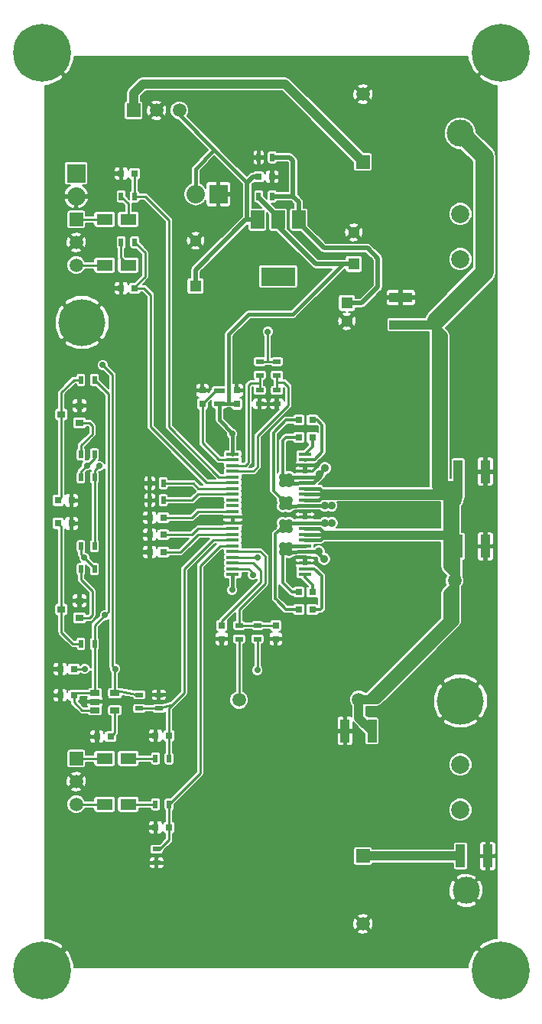
<source format=gbr>
G04 #@! TF.FileFunction,Copper,L1,Top,Signal*
%FSLAX46Y46*%
G04 Gerber Fmt 4.6, Leading zero omitted, Abs format (unit mm)*
G04 Created by KiCad (PCBNEW 4.0.5) date 07/06/18 10:07:34*
%MOMM*%
%LPD*%
G01*
G04 APERTURE LIST*
%ADD10C,0.100000*%
%ADD11C,5.200000*%
%ADD12R,1.800000X1.230000*%
%ADD13R,0.750000X0.800000*%
%ADD14R,0.800000X0.750000*%
%ADD15R,1.300000X1.300000*%
%ADD16C,1.300000*%
%ADD17R,1.500000X1.500000*%
%ADD18C,1.500000*%
%ADD19R,2.500000X1.000000*%
%ADD20R,1.000000X2.500000*%
%ADD21R,0.797560X0.797560*%
%ADD22C,2.000000*%
%ADD23R,1.198880X0.599440*%
%ADD24C,3.000000*%
%ADD25R,0.900000X0.800000*%
%ADD26R,0.900000X0.500000*%
%ADD27R,0.500000X0.900000*%
%ADD28R,3.800000X2.000000*%
%ADD29R,1.500000X2.000000*%
%ADD30R,1.450000X0.400000*%
%ADD31R,1.060000X0.650000*%
%ADD32C,6.400000*%
%ADD33R,2.032000X2.032000*%
%ADD34O,2.032000X2.032000*%
%ADD35C,0.700000*%
%ADD36C,0.900000*%
%ADD37C,0.250000*%
%ADD38C,0.300000*%
%ADD39C,0.400000*%
%ADD40C,0.500000*%
%ADD41C,1.000000*%
%ADD42C,2.000000*%
%ADD43C,0.200000*%
G04 APERTURE END LIST*
D10*
D11*
X120015000Y-104775000D03*
X78105000Y-62865000D03*
D12*
X80605000Y-51435000D03*
X83225000Y-51435000D03*
X80605000Y-56515000D03*
X83225000Y-56515000D03*
X80605000Y-111125000D03*
X83225000Y-111125000D03*
X80605000Y-116205000D03*
X83225000Y-116205000D03*
D13*
X91440000Y-71870000D03*
X91440000Y-70370000D03*
X99568000Y-96405000D03*
X99568000Y-97905000D03*
D14*
X87110000Y-86360000D03*
X85610000Y-86360000D03*
D13*
X95250000Y-71870000D03*
X95250000Y-70370000D03*
D14*
X87110000Y-84455000D03*
X85610000Y-84455000D03*
D13*
X93599000Y-96405000D03*
X93599000Y-97905000D03*
D14*
X87110000Y-88265000D03*
X85610000Y-88265000D03*
X99175000Y-46736000D03*
X97675000Y-46736000D03*
D15*
X90678000Y-58801000D03*
D16*
X90678000Y-53801000D03*
D15*
X107442000Y-60706000D03*
D16*
X107442000Y-62706000D03*
X108204000Y-52888000D03*
D15*
X108204000Y-56388000D03*
D14*
X102120000Y-73660000D03*
X103620000Y-73660000D03*
X103620000Y-94615000D03*
X102120000Y-94615000D03*
X102120000Y-75565000D03*
X103620000Y-75565000D03*
X103620000Y-92710000D03*
X102120000Y-92710000D03*
D17*
X109220000Y-45085000D03*
D18*
X109220000Y-37585000D03*
D17*
X109220000Y-121920000D03*
D18*
X109220000Y-129420000D03*
D19*
X113411000Y-60095000D03*
X113411000Y-63095000D03*
D20*
X122785000Y-79375000D03*
X119785000Y-79375000D03*
X122785000Y-87630000D03*
X119785000Y-87630000D03*
X107237400Y-108077000D03*
X110237400Y-108077000D03*
X123039000Y-121920000D03*
X120039000Y-121920000D03*
D21*
X75450700Y-82550000D03*
X76949300Y-82550000D03*
X75450700Y-85090000D03*
X76949300Y-85090000D03*
D22*
X120015000Y-55840000D03*
X120015000Y-50840000D03*
X120015000Y-116800000D03*
X120015000Y-111800000D03*
D23*
X93345000Y-70418960D03*
X93345000Y-71821040D03*
D24*
X120015000Y-41910000D03*
X120650000Y-125730000D03*
D25*
X77835000Y-73975000D03*
X77835000Y-72075000D03*
X75835000Y-73025000D03*
X77835000Y-95565000D03*
X77835000Y-93665000D03*
X75835000Y-94615000D03*
D26*
X84455000Y-105588500D03*
X84455000Y-104088500D03*
X86614000Y-105588500D03*
X86614000Y-104088500D03*
X86360000Y-121170000D03*
X86360000Y-122670000D03*
X99695000Y-68695000D03*
X99695000Y-67195000D03*
X99695000Y-71870000D03*
X99695000Y-70370000D03*
X97790000Y-68695000D03*
X97790000Y-67195000D03*
X97790000Y-71870000D03*
X97790000Y-70370000D03*
X97536000Y-97905000D03*
X97536000Y-96405000D03*
X95504000Y-97905000D03*
X95504000Y-96405000D03*
D27*
X85610000Y-80645000D03*
X87110000Y-80645000D03*
X85610000Y-82550000D03*
X87110000Y-82550000D03*
X97675000Y-44577000D03*
X99175000Y-44577000D03*
X99175000Y-48895000D03*
X97675000Y-48895000D03*
X79490000Y-80010000D03*
X77990000Y-80010000D03*
X79490000Y-77470000D03*
X77990000Y-77470000D03*
X79490000Y-69215000D03*
X77990000Y-69215000D03*
X79490000Y-87630000D03*
X77990000Y-87630000D03*
X79490000Y-90170000D03*
X77990000Y-90170000D03*
X79490000Y-98425000D03*
X77990000Y-98425000D03*
D28*
X99822000Y-57760000D03*
D29*
X99822000Y-51460000D03*
X97522000Y-51460000D03*
X102122000Y-51460000D03*
D30*
X102793800Y-90741500D03*
X102793800Y-90106500D03*
X102793800Y-89471500D03*
X102793800Y-88836500D03*
X102793800Y-88201500D03*
X102793800Y-87566500D03*
X102793800Y-86931500D03*
X102793800Y-86296500D03*
X102793800Y-85661500D03*
X102793800Y-85026500D03*
X102793800Y-84391500D03*
X102793800Y-83756500D03*
X102793800Y-82486500D03*
X102793800Y-83121500D03*
X102793800Y-81851500D03*
X102793800Y-81216500D03*
X102793800Y-80581500D03*
X102793800Y-79946500D03*
X102793800Y-79311500D03*
X102793800Y-78676500D03*
X102793800Y-78041500D03*
X102793800Y-77406500D03*
X94805500Y-77406500D03*
X94805500Y-78041500D03*
X94805500Y-78676500D03*
X94805500Y-79311500D03*
X94805500Y-79946500D03*
X94805500Y-80581500D03*
X94805500Y-81216500D03*
X94805500Y-81851500D03*
X94805500Y-83121500D03*
X94805500Y-82486500D03*
X94805500Y-83756500D03*
X94805500Y-84391500D03*
X94805500Y-85026500D03*
X94805500Y-85661500D03*
X94805500Y-86296500D03*
X94805500Y-86931500D03*
X94805500Y-87566500D03*
X94805500Y-88201500D03*
X94805500Y-88836500D03*
X94805500Y-89471500D03*
X94805500Y-90106500D03*
X94805500Y-90741500D03*
D17*
X77470000Y-51435000D03*
D18*
X77470000Y-53975000D03*
X77470000Y-56515000D03*
D17*
X77470000Y-111125000D03*
D18*
X77470000Y-113665000D03*
X77470000Y-116205000D03*
D17*
X83820000Y-39370000D03*
D18*
X86360000Y-39370000D03*
X88900000Y-39370000D03*
X117348000Y-62611000D03*
X119380000Y-82550000D03*
X119380000Y-91440000D03*
X108775500Y-104584500D03*
X95504000Y-104648000D03*
D14*
X75704000Y-104140000D03*
X77204000Y-104140000D03*
X79768000Y-108712000D03*
X81268000Y-108712000D03*
X75704000Y-101219000D03*
X77204000Y-101219000D03*
D31*
X79545000Y-103888500D03*
X79545000Y-104838500D03*
X79545000Y-105788500D03*
X81745000Y-105788500D03*
X81745000Y-103888500D03*
D14*
X87745000Y-108585000D03*
X86245000Y-108585000D03*
X82435000Y-46355000D03*
X83935000Y-46355000D03*
X82435000Y-59055000D03*
X83935000Y-59055000D03*
X87745000Y-118745000D03*
X86245000Y-118745000D03*
D27*
X82435000Y-48895000D03*
X83935000Y-48895000D03*
X82435000Y-53975000D03*
X83935000Y-53975000D03*
X86245000Y-111125000D03*
X87745000Y-111125000D03*
X86245000Y-116205000D03*
X87745000Y-116205000D03*
D32*
X73660000Y-33020000D03*
X124460000Y-33020000D03*
X73660000Y-134620000D03*
X124460000Y-134620000D03*
D33*
X93218000Y-48641000D03*
D34*
X90678000Y-48641000D03*
D33*
X77470000Y-46355000D03*
D34*
X77470000Y-48895000D03*
D35*
X92837000Y-75692000D03*
X90424000Y-75819000D03*
X90297000Y-74422000D03*
X89408000Y-72136000D03*
X89408000Y-68707000D03*
X91440000Y-68707000D03*
X82931000Y-67691000D03*
X82804000Y-71374000D03*
X82804000Y-74803000D03*
X82804000Y-78232000D03*
X82931000Y-86487000D03*
X82804000Y-84201000D03*
X82804000Y-81534000D03*
X95885000Y-41529000D03*
X95885000Y-44577000D03*
X90424000Y-78105000D03*
X88138000Y-75819000D03*
X86741000Y-74041000D03*
X86741000Y-69850000D03*
X86741000Y-66802000D03*
X86741000Y-61468000D03*
X86614000Y-58674000D03*
X86614000Y-55626000D03*
X88773000Y-55626000D03*
X89154000Y-60833000D03*
X96266000Y-66548000D03*
X95250000Y-68834000D03*
X75057000Y-129159000D03*
X75057000Y-126365000D03*
X75057000Y-123063000D03*
X75057000Y-118491000D03*
X75184000Y-115316000D03*
X121285000Y-131318000D03*
X116332000Y-133096000D03*
X77597000Y-130937000D03*
X79248000Y-133096000D03*
X84328000Y-133096000D03*
X89408000Y-133096000D03*
X89408000Y-128270000D03*
X89408000Y-122428000D03*
X89408000Y-119634000D03*
X89408000Y-116586000D03*
X92329000Y-113919000D03*
X92202000Y-110490000D03*
X92202000Y-107315000D03*
X92202000Y-103632000D03*
X92202000Y-99695000D03*
X92202000Y-97155000D03*
X92202000Y-95250000D03*
X92837000Y-93599000D03*
X73660000Y-134620000D03*
X85598000Y-102616000D03*
X88138000Y-102362000D03*
X88138000Y-100203000D03*
X88138000Y-98552000D03*
X88011000Y-96139000D03*
X88011000Y-93853000D03*
X86487000Y-91567000D03*
X88011000Y-91694000D03*
X88138000Y-89789000D03*
X92837000Y-89916000D03*
X92837000Y-91567000D03*
X80137000Y-113665000D03*
X83820000Y-113665000D03*
X86995000Y-113665000D03*
X88900000Y-112395000D03*
X89535000Y-109855000D03*
X89535000Y-107315000D03*
X90170000Y-105410000D03*
X90297000Y-102616000D03*
X90297000Y-91567000D03*
X90297000Y-93345000D03*
X90297000Y-95123000D03*
X90297000Y-97409000D03*
X90297000Y-100076000D03*
X122682000Y-66675000D03*
X122682000Y-73914000D03*
X77851000Y-70739000D03*
X74803000Y-70739000D03*
X74676000Y-74549000D03*
X74676000Y-77851000D03*
X74676000Y-81026000D03*
X74676000Y-96012000D03*
X74676000Y-92964000D03*
X74676000Y-90297000D03*
X74676000Y-87376000D03*
X112395000Y-94234000D03*
X111760000Y-93345000D03*
X109855000Y-91440000D03*
X107950000Y-89535000D03*
X106680000Y-88265000D03*
X107315000Y-127635000D03*
X103505000Y-121920000D03*
X103505000Y-116205000D03*
X103505000Y-110490000D03*
X103505000Y-104775000D03*
X107315000Y-101600000D03*
X107950000Y-96520000D03*
X102870000Y-97155000D03*
X100965000Y-95885000D03*
X98425000Y-94615000D03*
X100965000Y-93345000D03*
X116205000Y-95250000D03*
X115951000Y-91694000D03*
X113919000Y-89535000D03*
X112141000Y-87757000D03*
X115824000Y-87757000D03*
X115824000Y-84836000D03*
X113792000Y-84836000D03*
X111252000Y-84836000D03*
X108712000Y-84709000D03*
X108839000Y-83312000D03*
X111252000Y-83312000D03*
X113792000Y-83439000D03*
X115824000Y-83439000D03*
X115697000Y-80264000D03*
X112268000Y-80264000D03*
X114046000Y-78486000D03*
X117602000Y-55499000D03*
X115316000Y-58039000D03*
X112268000Y-61722000D03*
X112141000Y-66294000D03*
X112141000Y-69596000D03*
X112014000Y-73914000D03*
X110617000Y-75819000D03*
X108966000Y-77597000D03*
X105664000Y-64389000D03*
X102997000Y-67183000D03*
X102997000Y-70231000D03*
X101981000Y-72390000D03*
X103759000Y-72517000D03*
X109601000Y-51435000D03*
X113157000Y-50927000D03*
X117348000Y-48641000D03*
X120396000Y-47244000D03*
X122682000Y-38735000D03*
X120269000Y-36449000D03*
X118364000Y-34544000D03*
X113538000Y-34544000D03*
X107188000Y-34544000D03*
X100838000Y-34544000D03*
X94234000Y-34544000D03*
X88646000Y-34544000D03*
X82296000Y-34544000D03*
X75819000Y-108204000D03*
X74930000Y-59690000D03*
X74930000Y-57150000D03*
X74930000Y-54610000D03*
X74930000Y-52070000D03*
X74930000Y-49530000D03*
X74930000Y-46863000D03*
X74930000Y-44704000D03*
X76200000Y-43180000D03*
X76200000Y-40640000D03*
X76200000Y-38100000D03*
X78740000Y-35560000D03*
X96621600Y-87160100D03*
X97701100Y-87122000D03*
X97701100Y-85064600D03*
X97713800Y-84302600D03*
X97701100Y-82727800D03*
X97713800Y-81051400D03*
X96799400Y-81076800D03*
X96862900Y-82702400D03*
X105638600Y-72694800D03*
X105625900Y-74510900D03*
X105613200Y-75653900D03*
X105537000Y-95186500D03*
X105473500Y-93548200D03*
X96761300Y-84988400D03*
X96786700Y-84378800D03*
X88315800Y-85420200D03*
X89992200Y-85483700D03*
X91655900Y-84582000D03*
X92938600Y-84556600D03*
X101803200Y-91694000D03*
X101155500Y-91020900D03*
X101180900Y-90131900D03*
X101173280Y-89362280D03*
X101180900Y-76276200D03*
X101180900Y-77012800D03*
X101180900Y-77952600D03*
X101180900Y-78790800D03*
X80645000Y-95250000D03*
X94742000Y-92456000D03*
X94742000Y-75184000D03*
D36*
X101028500Y-82486500D03*
X105029000Y-83121500D03*
X100330000Y-82486500D03*
X100324920Y-83185000D03*
X105740200Y-83129120D03*
X101025960Y-83185000D03*
X101028500Y-85026500D03*
X101031040Y-85725000D03*
X100324920Y-85725000D03*
X105029000Y-85026500D03*
X100330000Y-85026500D03*
X105745280Y-85034120D03*
X101028500Y-79946500D03*
X100330000Y-80650000D03*
X104394000Y-79629000D03*
X100330000Y-79946500D03*
X105029000Y-78994000D03*
X101030000Y-80650000D03*
X101028500Y-87566500D03*
X101020880Y-88270080D03*
X100330000Y-87566500D03*
X104330500Y-88201500D03*
X100330000Y-88270080D03*
X104902000Y-89027000D03*
D35*
X97536000Y-88900000D03*
X78676500Y-78676500D03*
X78359000Y-88900000D03*
X97028000Y-90805000D03*
X78422500Y-101219000D03*
X80391000Y-67564000D03*
X80010000Y-78740000D03*
X98679000Y-63881000D03*
X81788000Y-101219000D03*
X97536000Y-101346000D03*
D37*
X91440000Y-70370000D02*
X91440000Y-68707000D01*
X90424000Y-74549000D02*
X90424000Y-75819000D01*
X90297000Y-74422000D02*
X90424000Y-74549000D01*
X89408000Y-68707000D02*
X89408000Y-72136000D01*
X82804000Y-71374000D02*
X82804000Y-74803000D01*
X78105000Y-62865000D02*
X82931000Y-67691000D01*
X82804000Y-81534000D02*
X82804000Y-84201000D01*
X97675000Y-44577000D02*
X95885000Y-44577000D01*
X90297000Y-77978000D02*
X90424000Y-78105000D01*
X88138000Y-75819000D02*
X90297000Y-77978000D01*
X86741000Y-69850000D02*
X86741000Y-74041000D01*
X86741000Y-61468000D02*
X86741000Y-66802000D01*
X86614000Y-55626000D02*
X86614000Y-58674000D01*
X73660000Y-33020000D02*
X73787000Y-33020000D01*
X73787000Y-33020000D02*
X76327000Y-35560000D01*
X76327000Y-35560000D02*
X78740000Y-35560000D01*
X124460000Y-33020000D02*
X121539000Y-35941000D01*
X120777000Y-35941000D02*
X120269000Y-36449000D01*
X121539000Y-35941000D02*
X120777000Y-35941000D01*
X90678000Y-53801000D02*
X90598000Y-53801000D01*
X90598000Y-53801000D02*
X88773000Y-55626000D01*
X95250000Y-70370000D02*
X95250000Y-68834000D01*
X77470000Y-113665000D02*
X75819000Y-115316000D01*
X75057000Y-126365000D02*
X75057000Y-129159000D01*
X75057000Y-118491000D02*
X75057000Y-123063000D01*
X75819000Y-115316000D02*
X75184000Y-115316000D01*
X124460000Y-134620000D02*
X124460000Y-134493000D01*
X124460000Y-134493000D02*
X121285000Y-131318000D01*
X92837000Y-91567000D02*
X92837000Y-93599000D01*
X77597000Y-130937000D02*
X73914000Y-134620000D01*
X84328000Y-133096000D02*
X79248000Y-133096000D01*
X89408000Y-128270000D02*
X89408000Y-133096000D01*
X89408000Y-119634000D02*
X89408000Y-122428000D01*
X89662000Y-116586000D02*
X89408000Y-116586000D01*
X92329000Y-113919000D02*
X89662000Y-116586000D01*
X92202000Y-107315000D02*
X92202000Y-110490000D01*
X92202000Y-99695000D02*
X92202000Y-103632000D01*
X92202000Y-95250000D02*
X92202000Y-97155000D01*
X73914000Y-134620000D02*
X73660000Y-134620000D01*
X88011000Y-91694000D02*
X88011000Y-93853000D01*
X88138000Y-100203000D02*
X88138000Y-102362000D01*
X88138000Y-96266000D02*
X88138000Y-98552000D01*
X88011000Y-96139000D02*
X88138000Y-96266000D01*
X88011000Y-89916000D02*
X88011000Y-91694000D01*
X88138000Y-89789000D02*
X88011000Y-89916000D01*
X92837000Y-91567000D02*
X92837000Y-89916000D01*
X90297000Y-102616000D02*
X90297000Y-100076000D01*
X80137000Y-113665000D02*
X83820000Y-113665000D01*
X86995000Y-113665000D02*
X88265000Y-112395000D01*
X88265000Y-112395000D02*
X88900000Y-112395000D01*
X89535000Y-109855000D02*
X89535000Y-107315000D01*
X90170000Y-105410000D02*
X90297000Y-105283000D01*
X90297000Y-105283000D02*
X90297000Y-102616000D01*
X90297000Y-93345000D02*
X90297000Y-91567000D01*
X90297000Y-97409000D02*
X90297000Y-95123000D01*
X122785000Y-79375000D02*
X122785000Y-74017000D01*
X122785000Y-74017000D02*
X122682000Y-73914000D01*
X74676000Y-81026000D02*
X74676000Y-87376000D01*
X77835000Y-70755000D02*
X77851000Y-70739000D01*
X74803000Y-70739000D02*
X74676000Y-70866000D01*
X74676000Y-70866000D02*
X74676000Y-74549000D01*
X74676000Y-77851000D02*
X74676000Y-81026000D01*
X77835000Y-72075000D02*
X77835000Y-70755000D01*
X74676000Y-90297000D02*
X74676000Y-92964000D01*
X112141000Y-87757000D02*
X107188000Y-87757000D01*
X112522000Y-94361000D02*
X112395000Y-94234000D01*
X112522000Y-96012000D02*
X112522000Y-94361000D01*
X112395000Y-95885000D02*
X112522000Y-96012000D01*
X112395000Y-93980000D02*
X112395000Y-95885000D01*
X111760000Y-93345000D02*
X112395000Y-93980000D01*
X107950000Y-89535000D02*
X109855000Y-91440000D01*
X107188000Y-87757000D02*
X106680000Y-88265000D01*
X107315000Y-127635000D02*
X103505000Y-123825000D01*
X103505000Y-123825000D02*
X103505000Y-121920000D01*
X103505000Y-116205000D02*
X103505000Y-110490000D01*
X103505000Y-104775000D02*
X106680000Y-101600000D01*
X106680000Y-101600000D02*
X107315000Y-101600000D01*
X107950000Y-96520000D02*
X107315000Y-97155000D01*
X107315000Y-97155000D02*
X102870000Y-97155000D01*
X100965000Y-95885000D02*
X99695000Y-94615000D01*
X99695000Y-94615000D02*
X98425000Y-94615000D01*
X110617000Y-75819000D02*
X111379000Y-75819000D01*
X115951000Y-91567000D02*
X115951000Y-91694000D01*
X113919000Y-89535000D02*
X115951000Y-91567000D01*
X115824000Y-87757000D02*
X112141000Y-87757000D01*
X113792000Y-84836000D02*
X115824000Y-84836000D01*
X108839000Y-84836000D02*
X111252000Y-84836000D01*
X108712000Y-84709000D02*
X108839000Y-84836000D01*
X111252000Y-83312000D02*
X108839000Y-83312000D01*
X115824000Y-83439000D02*
X113792000Y-83439000D01*
X112268000Y-80264000D02*
X115697000Y-80264000D01*
X111379000Y-75819000D02*
X114046000Y-78486000D01*
X113411000Y-60095000D02*
X113411000Y-59055000D01*
X114427000Y-58039000D02*
X115316000Y-58039000D01*
X113411000Y-59055000D02*
X114427000Y-58039000D01*
X105625900Y-74510900D02*
X105879900Y-74510900D01*
X112141000Y-69596000D02*
X112141000Y-66294000D01*
X112014000Y-74422000D02*
X112014000Y-73914000D01*
X110617000Y-75819000D02*
X112014000Y-74422000D01*
X105879900Y-74510900D02*
X108966000Y-77597000D01*
X105664000Y-64389000D02*
X102997000Y-67056000D01*
X102997000Y-67056000D02*
X102997000Y-67183000D01*
X102997000Y-70231000D02*
X101981000Y-71247000D01*
X101981000Y-71247000D02*
X101981000Y-72390000D01*
X109601000Y-51435000D02*
X110109000Y-50927000D01*
X110109000Y-50927000D02*
X113157000Y-50927000D01*
X117348000Y-48641000D02*
X118745000Y-47244000D01*
X118745000Y-47244000D02*
X120396000Y-47244000D01*
X78740000Y-35560000D02*
X81280000Y-35560000D01*
X122555000Y-38735000D02*
X122682000Y-38735000D01*
X120269000Y-36449000D02*
X122555000Y-38735000D01*
X113538000Y-34544000D02*
X118364000Y-34544000D01*
X100838000Y-34544000D02*
X107188000Y-34544000D01*
X88646000Y-34544000D02*
X94234000Y-34544000D01*
X81280000Y-35560000D02*
X82296000Y-34544000D01*
X75704000Y-104140000D02*
X75704000Y-108089000D01*
X75704000Y-108089000D02*
X75819000Y-108204000D01*
X74930000Y-54610000D02*
X74930000Y-57150000D01*
X74930000Y-49530000D02*
X74930000Y-52070000D01*
X74930000Y-44704000D02*
X74930000Y-46863000D01*
X76200000Y-40640000D02*
X76200000Y-43180000D01*
X78740000Y-35560000D02*
X76200000Y-38100000D01*
X97663000Y-87160100D02*
X96621600Y-87160100D01*
X97701100Y-87122000D02*
X97663000Y-87160100D01*
X97701100Y-84315300D02*
X97701100Y-85064600D01*
X97713800Y-84302600D02*
X97701100Y-84315300D01*
X97701100Y-81064100D02*
X97701100Y-82727800D01*
X97713800Y-81051400D02*
X97701100Y-81064100D01*
X96799400Y-82638900D02*
X96799400Y-81076800D01*
X96862900Y-82702400D02*
X96799400Y-82638900D01*
X102793800Y-78676500D02*
X104165400Y-78676500D01*
X105638600Y-74498200D02*
X105638600Y-72694800D01*
X105625900Y-74510900D02*
X105638600Y-74498200D01*
X105613200Y-77228700D02*
X105613200Y-75653900D01*
X104165400Y-78676500D02*
X105613200Y-77228700D01*
X102793800Y-89471500D02*
X104127300Y-89471500D01*
X105537000Y-93484700D02*
X105473500Y-93548200D01*
X105537000Y-90881200D02*
X105537000Y-93484700D01*
X104127300Y-89471500D02*
X105537000Y-90881200D01*
X94805500Y-84391500D02*
X96774000Y-84391500D01*
X96774000Y-84391500D02*
X96786700Y-84378800D01*
X94805500Y-84391500D02*
X93103700Y-84391500D01*
X90576400Y-84899500D02*
X89992200Y-85483700D01*
X91338400Y-84899500D02*
X90576400Y-84899500D01*
X91655900Y-84582000D02*
X91338400Y-84899500D01*
X93103700Y-84391500D02*
X92938600Y-84556600D01*
X102793800Y-88836500D02*
X103733600Y-88836500D01*
X103733600Y-88836500D02*
X104013000Y-89115900D01*
X102793800Y-78676500D02*
X103860600Y-78676500D01*
X103860600Y-78676500D02*
X104038400Y-78854300D01*
X102793800Y-79311500D02*
X103581200Y-79311500D01*
X103581200Y-79311500D02*
X104038400Y-78854300D01*
X104038400Y-78854300D02*
X104114600Y-78778100D01*
D38*
X102793800Y-88836500D02*
X101625400Y-88836500D01*
X101155500Y-90157300D02*
X101155500Y-91020900D01*
X101180900Y-90131900D02*
X101155500Y-90157300D01*
X101625400Y-88836500D02*
X101173280Y-89362280D01*
X102793800Y-79311500D02*
X101701600Y-79311500D01*
X101180900Y-77952600D02*
X101180900Y-77012800D01*
X101701600Y-79311500D02*
X101180900Y-78790800D01*
D37*
X83225000Y-51435000D02*
X83225000Y-49685000D01*
X83225000Y-49685000D02*
X82435000Y-48895000D01*
X87745000Y-108585000D02*
X87745000Y-105549000D01*
X87745000Y-105549000D02*
X87757000Y-105537000D01*
X87745000Y-108585000D02*
X87745000Y-111125000D01*
X87757000Y-105537000D02*
X88150000Y-105144000D01*
X86614000Y-105588500D02*
X88150000Y-105144000D01*
X88150000Y-105144000D02*
X89408000Y-103886000D01*
X89408000Y-103886000D02*
X89408000Y-90170000D01*
X89408000Y-90170000D02*
X92646500Y-86931500D01*
X92646500Y-86931500D02*
X94805500Y-86931500D01*
X86614000Y-105588500D02*
X84455000Y-105588500D01*
X94805500Y-87566500D02*
X93408500Y-87566500D01*
X91186000Y-112764000D02*
X87745000Y-116205000D01*
X91186000Y-89789000D02*
X91186000Y-112764000D01*
X93408500Y-87566500D02*
X91186000Y-89789000D01*
X86360000Y-121170000D02*
X86729000Y-121170000D01*
X86729000Y-121170000D02*
X87745000Y-120154000D01*
X87745000Y-120154000D02*
X87745000Y-118745000D01*
X87745000Y-116205000D02*
X87745000Y-118745000D01*
X93345000Y-70418960D02*
X92891040Y-70418960D01*
X92891040Y-70418960D02*
X91440000Y-71870000D01*
X91440000Y-71870000D02*
X91440000Y-76200000D01*
X93281500Y-78041500D02*
X94805500Y-78041500D01*
X91440000Y-76200000D02*
X93281500Y-78041500D01*
X94805500Y-88201500D02*
X97853500Y-88201500D01*
X95504000Y-94616398D02*
X95504000Y-96405000D01*
X98367002Y-91753396D02*
X95504000Y-94616398D01*
X98367002Y-88715002D02*
X98367002Y-91753396D01*
X97853500Y-88201500D02*
X98367002Y-88715002D01*
X95504000Y-96405000D02*
X97536000Y-96405000D01*
X97536000Y-96405000D02*
X99568000Y-96405000D01*
X87110000Y-86360000D02*
X90297000Y-86360000D01*
X90995500Y-85661500D02*
X94805500Y-85661500D01*
X90297000Y-86360000D02*
X90995500Y-85661500D01*
X77204000Y-104140000D02*
X77204000Y-104890000D01*
X78102500Y-105788500D02*
X79545000Y-105788500D01*
X77204000Y-104890000D02*
X78102500Y-105788500D01*
X79545000Y-103888500D02*
X77455500Y-103888500D01*
X77455500Y-103888500D02*
X77204000Y-104140000D01*
D39*
X94805500Y-90741500D02*
X94805500Y-92392500D01*
X94805500Y-92392500D02*
X94742000Y-92456000D01*
X94742000Y-75184000D02*
X94805500Y-75184000D01*
X108204000Y-56388000D02*
X107061000Y-56388000D01*
X94361000Y-64135000D02*
X94361000Y-71821040D01*
X96520000Y-61976000D02*
X94361000Y-64135000D01*
X101473000Y-61976000D02*
X96520000Y-61976000D01*
X107061000Y-56388000D02*
X101473000Y-61976000D01*
X94805500Y-77406500D02*
X94805500Y-75184000D01*
X94805500Y-75184000D02*
X94805500Y-75120500D01*
X93345000Y-73660000D02*
X93345000Y-71821040D01*
X94805500Y-75120500D02*
X93345000Y-73660000D01*
X93345000Y-71821040D02*
X94361000Y-71821040D01*
X94361000Y-71821040D02*
X95201040Y-71821040D01*
D37*
X95201040Y-71821040D02*
X95250000Y-71870000D01*
D40*
X99822000Y-51460000D02*
X99822000Y-52197000D01*
X99822000Y-52197000D02*
X104013000Y-56388000D01*
X104013000Y-56388000D02*
X108204000Y-56388000D01*
X97675000Y-48895000D02*
X97675000Y-49034000D01*
X97675000Y-49034000D02*
X99822000Y-51181000D01*
X99822000Y-51181000D02*
X99822000Y-51460000D01*
D37*
X79490000Y-98425000D02*
X79490000Y-96405000D01*
X79490000Y-96405000D02*
X80645000Y-95250000D01*
X81026000Y-70751000D02*
X79490000Y-69215000D01*
X80645000Y-95250000D02*
X81026000Y-94869000D01*
X81026000Y-94869000D02*
X81026000Y-70751000D01*
X79490000Y-98425000D02*
X79490000Y-103833500D01*
X79490000Y-103833500D02*
X79545000Y-103888500D01*
X79479000Y-103822500D02*
X79545000Y-103888500D01*
X87110000Y-84455000D02*
X90297000Y-84455000D01*
X90995500Y-83756500D02*
X94805500Y-83756500D01*
X90297000Y-84455000D02*
X90995500Y-83756500D01*
X94805500Y-89471500D02*
X97091500Y-89471500D01*
X93599000Y-95885000D02*
X93599000Y-96405000D01*
X97917000Y-91567000D02*
X93599000Y-95885000D01*
X97917000Y-90297000D02*
X97917000Y-91567000D01*
X97091500Y-89471500D02*
X97917000Y-90297000D01*
X87110000Y-88265000D02*
X89028398Y-88265000D01*
X90996898Y-86296500D02*
X94805500Y-86296500D01*
X89028398Y-88265000D02*
X90996898Y-86296500D01*
D39*
X90678000Y-48641000D02*
X90678000Y-45847000D01*
X90678000Y-45847000D02*
X92773500Y-43751500D01*
X88900000Y-39370000D02*
X88900000Y-39878000D01*
X88900000Y-39878000D02*
X92773500Y-43751500D01*
X92773500Y-43751500D02*
X96393000Y-47371000D01*
D40*
X97675000Y-46736000D02*
X97028000Y-46736000D01*
X96393000Y-47371000D02*
X96393000Y-51460000D01*
X97028000Y-46736000D02*
X96393000Y-47371000D01*
X90678000Y-58801000D02*
X90678000Y-57023000D01*
X96241000Y-51460000D02*
X96393000Y-51460000D01*
X96393000Y-51460000D02*
X97522000Y-51460000D01*
X90678000Y-57023000D02*
X96241000Y-51460000D01*
X102122000Y-51460000D02*
X102122000Y-51830000D01*
X102122000Y-51830000D02*
X104902000Y-54610000D01*
X109093000Y-60706000D02*
X107442000Y-60706000D01*
X110871000Y-58928000D02*
X109093000Y-60706000D01*
X110871000Y-55753000D02*
X110871000Y-58928000D01*
X109728000Y-54610000D02*
X110871000Y-55753000D01*
X104902000Y-54610000D02*
X109728000Y-54610000D01*
X99175000Y-44577000D02*
X101092000Y-44577000D01*
X101473000Y-44958000D02*
X101473000Y-48895000D01*
X101092000Y-44577000D02*
X101473000Y-44958000D01*
X99175000Y-48895000D02*
X101473000Y-48895000D01*
X102122000Y-49544000D02*
X102122000Y-51460000D01*
X101473000Y-48895000D02*
X102122000Y-49544000D01*
D39*
X100711000Y-82486500D02*
X100703380Y-83248500D01*
D38*
X102120000Y-73660000D02*
X100711000Y-73660000D01*
X99314000Y-81470500D02*
X100330000Y-82486500D01*
X99314000Y-75057000D02*
X99314000Y-81470500D01*
X100711000Y-73660000D02*
X99314000Y-75057000D01*
D39*
X105740200Y-83129120D02*
X105029000Y-83121500D01*
X105029000Y-83121500D02*
X102793800Y-83121500D01*
X100330000Y-82486500D02*
X100711000Y-82486500D01*
X100711000Y-82486500D02*
X101028500Y-82486500D01*
X100330000Y-82486500D02*
X100324920Y-83185000D01*
X100324920Y-83185000D02*
X100703380Y-83248500D01*
X100703380Y-83248500D02*
X101025960Y-83185000D01*
X101025960Y-83185000D02*
X101028500Y-82486500D01*
X102793800Y-83121500D02*
X101025960Y-83185000D01*
D38*
X103620000Y-73660000D02*
X104152700Y-73660000D01*
X104698800Y-77190600D02*
X103882898Y-78006502D01*
X104698800Y-74206100D02*
X104698800Y-77190600D01*
X104152700Y-73660000D02*
X104698800Y-74206100D01*
X103882898Y-78006502D02*
X102793800Y-78006502D01*
D39*
X102793800Y-78006502D02*
X102793800Y-78041500D01*
D38*
X102793800Y-90106500D02*
X103847900Y-90106500D01*
X104648000Y-90906600D02*
X104648000Y-94488000D01*
X103847900Y-90106500D02*
X104648000Y-90906600D01*
X103620000Y-94615000D02*
X104521000Y-94615000D01*
X104521000Y-94615000D02*
X104648000Y-94488000D01*
D37*
X101028500Y-85026500D02*
X100972620Y-85026500D01*
X100972620Y-85026500D02*
X100675440Y-85323680D01*
D38*
X99517200Y-86283800D02*
X99517200Y-93421200D01*
X99517200Y-93421200D02*
X99568000Y-93472000D01*
D39*
X100324920Y-85725000D02*
X100134420Y-85725000D01*
D38*
X100134420Y-85725000D02*
X99517200Y-86283800D01*
D39*
X105745280Y-85034120D02*
X105029000Y-85026500D01*
X102793800Y-85026500D02*
X105029000Y-85026500D01*
D38*
X100711000Y-94615000D02*
X102120000Y-94615000D01*
X99568000Y-93472000D02*
X100711000Y-94615000D01*
D39*
X101031040Y-85725000D02*
X100324920Y-85725000D01*
X102793800Y-85026500D02*
X101028500Y-85026500D01*
X101028500Y-85026500D02*
X101031040Y-85725000D01*
X100330000Y-85026500D02*
X101028500Y-85026500D01*
X100324920Y-85725000D02*
X100330000Y-85026500D01*
X101346000Y-79946500D02*
X101347500Y-80650000D01*
X100711000Y-79946500D02*
X100712500Y-80718500D01*
X104394000Y-79629000D02*
X105029000Y-78994000D01*
X104394000Y-79946500D02*
X104394000Y-79629000D01*
X101028500Y-79946500D02*
X101030000Y-80650000D01*
X101030000Y-80650000D02*
X101347500Y-80650000D01*
X101347500Y-80650000D02*
X102793800Y-80581500D01*
X100712500Y-80718500D02*
X101030000Y-80650000D01*
X100330000Y-79946500D02*
X100330000Y-80650000D01*
X100330000Y-80650000D02*
X100712500Y-80718500D01*
X100330000Y-79946500D02*
X100711000Y-79946500D01*
X100711000Y-79946500D02*
X101028500Y-79946500D01*
X102793800Y-80581500D02*
X103759000Y-80581500D01*
X104394000Y-79946500D02*
X102793800Y-79946500D01*
X103759000Y-80581500D02*
X104394000Y-79946500D01*
D38*
X102120000Y-75565000D02*
X100711000Y-75565000D01*
D39*
X102793800Y-79946500D02*
X101346000Y-79946500D01*
X101346000Y-79946500D02*
X101028500Y-79946500D01*
D38*
X100330000Y-75946000D02*
X100330000Y-79946500D01*
X100711000Y-75565000D02*
X100330000Y-75946000D01*
X103620000Y-75565000D02*
X103620000Y-76580300D01*
X103620000Y-76580300D02*
X102793800Y-77406500D01*
X102793800Y-90741500D02*
X102793800Y-91097100D01*
X103620000Y-91923300D02*
X103620000Y-92710000D01*
X102793800Y-91097100D02*
X103620000Y-91923300D01*
D37*
X101028500Y-87566500D02*
X101028500Y-87571580D01*
X101028500Y-87571580D02*
X100330000Y-88270080D01*
D39*
X104330500Y-88201500D02*
X104330500Y-88455500D01*
X104330500Y-88455500D02*
X104902000Y-89027000D01*
X102793800Y-88201500D02*
X104330500Y-88201500D01*
D38*
X100330000Y-88270080D02*
X100330000Y-91694000D01*
X100330000Y-91694000D02*
X101346000Y-92710000D01*
X101346000Y-92710000D02*
X102120000Y-92710000D01*
D39*
X100330000Y-88270080D02*
X100330000Y-87566500D01*
X100330000Y-87566500D02*
X101028500Y-87566500D01*
X101028500Y-87566500D02*
X102793800Y-87566500D01*
X101020880Y-88270080D02*
X101028500Y-87566500D01*
X100330000Y-88270080D02*
X101020880Y-88270080D01*
X100330000Y-88270080D02*
X101020880Y-88270080D01*
X101020880Y-88270080D02*
X102793800Y-88201500D01*
D41*
X117348000Y-62611000D02*
X117348000Y-63563500D01*
X118110000Y-64325500D02*
X118110000Y-80899000D01*
X117348000Y-63563500D02*
X118110000Y-64325500D01*
D39*
X102793800Y-86931500D02*
X104521000Y-86931500D01*
X104775000Y-86677500D02*
X118364000Y-86677500D01*
X104521000Y-86931500D02*
X104775000Y-86677500D01*
X102793800Y-86296500D02*
X117983000Y-86296500D01*
X117983000Y-86296500D02*
X118364000Y-86677500D01*
X118364000Y-86677500D02*
X118618000Y-86931500D01*
X102793800Y-85661500D02*
X104457500Y-85661500D01*
X104838500Y-86042500D02*
X118618000Y-86042500D01*
X104457500Y-85661500D02*
X104838500Y-86042500D01*
X102793800Y-81216500D02*
X104394000Y-81216500D01*
X118300500Y-81470500D02*
X118300500Y-82105500D01*
X104648000Y-81470500D02*
X118300500Y-81470500D01*
X104394000Y-81216500D02*
X104648000Y-81470500D01*
X102793800Y-81851500D02*
X118554500Y-81851500D01*
X118554500Y-81851500D02*
X118618000Y-81788000D01*
X102793800Y-82486500D02*
X104330500Y-82486500D01*
X118173500Y-82232500D02*
X118618000Y-81788000D01*
X104584500Y-82232500D02*
X118173500Y-82232500D01*
X104330500Y-82486500D02*
X104584500Y-82232500D01*
D41*
X119380000Y-91440000D02*
X119380000Y-92075000D01*
X119380000Y-92075000D02*
X118618000Y-92837000D01*
X109918500Y-104584500D02*
X108775500Y-104584500D01*
X118618000Y-95885000D02*
X109918500Y-104584500D01*
X118618000Y-92837000D02*
X118618000Y-95885000D01*
X119785000Y-81534000D02*
X118872000Y-81534000D01*
X118872000Y-81534000D02*
X118300500Y-82105500D01*
X118300500Y-82105500D02*
X118618000Y-81788000D01*
X117348000Y-80899000D02*
X118110000Y-80899000D01*
X118110000Y-80899000D02*
X119785000Y-80899000D01*
X119380000Y-91440000D02*
X119380000Y-90678000D01*
X119380000Y-90678000D02*
X118618000Y-89916000D01*
X118618000Y-89916000D02*
X118618000Y-86931500D01*
X118618000Y-86931500D02*
X118618000Y-86042500D01*
X118618000Y-86042500D02*
X118618000Y-81788000D01*
X119380000Y-82550000D02*
X119380000Y-91440000D01*
X118618000Y-81788000D02*
X119380000Y-82550000D01*
X109220000Y-121920000D02*
X120039000Y-121920000D01*
X83820000Y-39370000D02*
X83820000Y-37465000D01*
X100584000Y-36449000D02*
X109220000Y-45085000D01*
X84836000Y-36449000D02*
X100584000Y-36449000D01*
X83820000Y-37465000D02*
X84836000Y-36449000D01*
X108775500Y-104584500D02*
X110744000Y-104584500D01*
X110744000Y-104584500D02*
X119380000Y-95948500D01*
X119380000Y-95948500D02*
X119380000Y-91440000D01*
X117348000Y-62611000D02*
X117348000Y-80137000D01*
X117348000Y-80137000D02*
X117348000Y-80899000D01*
X117348000Y-80899000D02*
X117348000Y-80962500D01*
D39*
X117348000Y-80962500D02*
X117411500Y-80899000D01*
X117411500Y-80899000D02*
X117411500Y-80962500D01*
X120015000Y-41910000D02*
X120078500Y-41910000D01*
D42*
X120078500Y-41910000D02*
X122682000Y-44513500D01*
X122682000Y-44513500D02*
X122682000Y-57277000D01*
X122682000Y-57277000D02*
X117348000Y-62611000D01*
D39*
X117411500Y-80962500D02*
X117792500Y-80962500D01*
D41*
X117792500Y-80962500D02*
X119380000Y-82550000D01*
X108775500Y-104584500D02*
X108775500Y-106615100D01*
X108775500Y-106615100D02*
X110237400Y-108077000D01*
D40*
X119785000Y-87630000D02*
X119785000Y-91035000D01*
X119785000Y-91035000D02*
X119380000Y-91440000D01*
D41*
X119785000Y-79375000D02*
X119785000Y-80899000D01*
X119785000Y-80899000D02*
X119785000Y-81534000D01*
X119785000Y-81534000D02*
X119785000Y-82145000D01*
D40*
X119785000Y-82145000D02*
X119380000Y-82550000D01*
D41*
X113411000Y-63095000D02*
X116864000Y-63095000D01*
D40*
X116864000Y-63095000D02*
X117348000Y-62611000D01*
D37*
X75835000Y-73025000D02*
X75835000Y-82165700D01*
X75835000Y-82165700D02*
X75450700Y-82550000D01*
X75835000Y-73025000D02*
X75835000Y-70596000D01*
X77216000Y-69215000D02*
X77990000Y-69215000D01*
X75835000Y-70596000D02*
X77216000Y-69215000D01*
X75835000Y-94615000D02*
X75835000Y-97171000D01*
X77089000Y-98425000D02*
X77990000Y-98425000D01*
X75835000Y-97171000D02*
X77089000Y-98425000D01*
X75835000Y-94615000D02*
X75835000Y-85474300D01*
X75835000Y-85474300D02*
X75450700Y-85090000D01*
X97790000Y-69596000D02*
X96774000Y-69596000D01*
X96202500Y-78676500D02*
X94805500Y-78676500D01*
X96520000Y-78359000D02*
X96202500Y-78676500D01*
X96520000Y-69850000D02*
X96520000Y-78359000D01*
X96774000Y-69596000D02*
X96520000Y-69850000D01*
X97790000Y-68695000D02*
X97790000Y-69596000D01*
X97790000Y-69596000D02*
X97790000Y-70370000D01*
X99695000Y-69469000D02*
X100457000Y-69469000D01*
X97091500Y-79311500D02*
X94805500Y-79311500D01*
X97536000Y-78867000D02*
X97091500Y-79311500D01*
X97536000Y-75438000D02*
X97536000Y-78867000D01*
X100965000Y-72009000D02*
X97536000Y-75438000D01*
X100965000Y-69977000D02*
X100965000Y-72009000D01*
X100457000Y-69469000D02*
X100965000Y-69977000D01*
X99695000Y-68695000D02*
X99695000Y-69469000D01*
X99695000Y-69469000D02*
X99695000Y-70370000D01*
X87110000Y-80645000D02*
X90424000Y-80645000D01*
X90995500Y-81216500D02*
X94805500Y-81216500D01*
X90424000Y-80645000D02*
X90995500Y-81216500D01*
X87110000Y-82550000D02*
X90297000Y-82550000D01*
X90995500Y-81851500D02*
X94805500Y-81851500D01*
X90297000Y-82550000D02*
X90995500Y-81851500D01*
X94805500Y-88836500D02*
X97472500Y-88836500D01*
X97472500Y-88836500D02*
X97536000Y-88900000D01*
X79490000Y-77470000D02*
X79490000Y-77863000D01*
X79490000Y-77863000D02*
X78676500Y-78676500D01*
X78676500Y-78676500D02*
X78549500Y-78803500D01*
X78549500Y-78803500D02*
X77990000Y-79363000D01*
X77990000Y-79363000D02*
X77990000Y-80010000D01*
X94805500Y-90106500D02*
X96583500Y-90106500D01*
X97028000Y-90551000D02*
X97028000Y-90805000D01*
X96583500Y-90106500D02*
X97028000Y-90551000D01*
X79490000Y-90170000D02*
X79490000Y-90031000D01*
X79490000Y-90031000D02*
X78486000Y-89027000D01*
X78486000Y-89027000D02*
X78359000Y-88900000D01*
X78359000Y-88900000D02*
X77990000Y-88531000D01*
X77990000Y-88531000D02*
X77990000Y-87630000D01*
X77990000Y-77470000D02*
X77990000Y-76466000D01*
X78928000Y-73975000D02*
X77835000Y-73975000D01*
X79248000Y-74295000D02*
X78928000Y-73975000D01*
X79248000Y-75208000D02*
X79248000Y-74295000D01*
X77990000Y-76466000D02*
X79248000Y-75208000D01*
X77990000Y-90170000D02*
X77990000Y-91325000D01*
X78933000Y-95565000D02*
X77835000Y-95565000D01*
X79248000Y-95250000D02*
X78933000Y-95565000D01*
X79248000Y-92583000D02*
X79248000Y-95250000D01*
X77990000Y-91325000D02*
X79248000Y-92583000D01*
X77204000Y-101219000D02*
X78422500Y-101219000D01*
X84455000Y-104088500D02*
X81989500Y-103644000D01*
X81989500Y-103644000D02*
X81745000Y-103888500D01*
X81476002Y-94297500D02*
X81476002Y-100907002D01*
X81476002Y-100907002D02*
X81788000Y-101219000D01*
X81476002Y-68649002D02*
X80391000Y-67564000D01*
X81476002Y-94297500D02*
X81476002Y-68649002D01*
X98679000Y-67195000D02*
X98679000Y-63881000D01*
X79490000Y-79260000D02*
X79490000Y-80010000D01*
X80010000Y-78740000D02*
X79490000Y-79260000D01*
X99695000Y-67195000D02*
X98679000Y-67195000D01*
X98679000Y-67195000D02*
X97790000Y-67195000D01*
X97536000Y-97905000D02*
X97536000Y-101346000D01*
X81788000Y-101219000D02*
X81745000Y-101219000D01*
X81745000Y-101219000D02*
X81745000Y-103888500D01*
X79490000Y-80010000D02*
X79490000Y-87630000D01*
X77470000Y-51435000D02*
X80605000Y-51435000D01*
X77470000Y-56515000D02*
X80605000Y-56515000D01*
X77470000Y-111125000D02*
X80605000Y-111125000D01*
X77470000Y-116205000D02*
X80605000Y-116205000D01*
X95504000Y-97905000D02*
X95504000Y-104648000D01*
X81745000Y-105788500D02*
X81745000Y-108235000D01*
X81745000Y-108235000D02*
X81268000Y-108712000D01*
X82435000Y-53975000D02*
X82435000Y-55725000D01*
X82435000Y-55725000D02*
X83225000Y-56515000D01*
X83225000Y-111125000D02*
X86245000Y-111125000D01*
X83225000Y-116205000D02*
X86245000Y-116205000D01*
X83935000Y-48895000D02*
X85090000Y-48895000D01*
X93281500Y-79946500D02*
X94805500Y-79946500D01*
X87757000Y-74422000D02*
X93281500Y-79946500D01*
X87757000Y-51562000D02*
X87757000Y-74422000D01*
X85090000Y-48895000D02*
X87757000Y-51562000D01*
X83935000Y-46355000D02*
X83935000Y-48895000D01*
X83935000Y-59055000D02*
X84963000Y-59055000D01*
X91884500Y-80581500D02*
X94805500Y-80581500D01*
X85725000Y-74422000D02*
X91884500Y-80581500D01*
X85725000Y-59817000D02*
X85725000Y-74422000D01*
X84963000Y-59055000D02*
X85725000Y-59817000D01*
X83935000Y-59055000D02*
X83935000Y-58940000D01*
X83935000Y-58940000D02*
X85090000Y-57785000D01*
X85090000Y-57785000D02*
X85090000Y-55130000D01*
X85090000Y-55130000D02*
X83935000Y-53975000D01*
D43*
G36*
X120861156Y-33741871D02*
X121404793Y-35054327D01*
X121831418Y-35436450D01*
X122568723Y-34699145D01*
X122780855Y-34911277D01*
X122043550Y-35648582D01*
X122425673Y-36075207D01*
X123749704Y-36621146D01*
X124085000Y-36620607D01*
X124085000Y-131020598D01*
X123738129Y-131021156D01*
X122425673Y-131564793D01*
X122043550Y-131991418D01*
X122766096Y-132713964D01*
X122552018Y-132924150D01*
X121831418Y-132203550D01*
X121404793Y-132585673D01*
X120858854Y-133909704D01*
X120859393Y-134245000D01*
X77259402Y-134245000D01*
X77258844Y-133898129D01*
X76715207Y-132585673D01*
X76288582Y-132203550D01*
X75566036Y-132926096D01*
X75355850Y-132712018D01*
X76076450Y-131991418D01*
X75694327Y-131564793D01*
X74370296Y-131018854D01*
X74035000Y-131019393D01*
X74035000Y-130277006D01*
X108575126Y-130277006D01*
X108657819Y-130448970D01*
X109094382Y-130585781D01*
X109550070Y-130545114D01*
X109782181Y-130448970D01*
X109864874Y-130277006D01*
X109220000Y-129632132D01*
X108575126Y-130277006D01*
X74035000Y-130277006D01*
X74035000Y-129294382D01*
X108054219Y-129294382D01*
X108094886Y-129750070D01*
X108191030Y-129982181D01*
X108362994Y-130064874D01*
X109007868Y-129420000D01*
X109432132Y-129420000D01*
X110077006Y-130064874D01*
X110248970Y-129982181D01*
X110385781Y-129545618D01*
X110345114Y-129089930D01*
X110248970Y-128857819D01*
X110077006Y-128775126D01*
X109432132Y-129420000D01*
X109007868Y-129420000D01*
X108362994Y-128775126D01*
X108191030Y-128857819D01*
X108054219Y-129294382D01*
X74035000Y-129294382D01*
X74035000Y-128562994D01*
X108575126Y-128562994D01*
X109220000Y-129207868D01*
X109864874Y-128562994D01*
X109782181Y-128391030D01*
X109345618Y-128254219D01*
X108889930Y-128294886D01*
X108657819Y-128391030D01*
X108575126Y-128562994D01*
X74035000Y-128562994D01*
X74035000Y-127130841D01*
X119461291Y-127130841D01*
X119636100Y-127380709D01*
X120344978Y-127643059D01*
X121100293Y-127614162D01*
X121663900Y-127380709D01*
X121838709Y-127130841D01*
X120650000Y-125942132D01*
X119461291Y-127130841D01*
X74035000Y-127130841D01*
X74035000Y-125424978D01*
X118736941Y-125424978D01*
X118765838Y-126180293D01*
X118999291Y-126743900D01*
X119249159Y-126918709D01*
X120437868Y-125730000D01*
X120862132Y-125730000D01*
X122050841Y-126918709D01*
X122300709Y-126743900D01*
X122563059Y-126035022D01*
X122534162Y-125279707D01*
X122300709Y-124716100D01*
X122050841Y-124541291D01*
X120862132Y-125730000D01*
X120437868Y-125730000D01*
X119249159Y-124541291D01*
X118999291Y-124716100D01*
X118736941Y-125424978D01*
X74035000Y-125424978D01*
X74035000Y-124329159D01*
X119461291Y-124329159D01*
X120650000Y-125517868D01*
X121838709Y-124329159D01*
X121663900Y-124079291D01*
X120955022Y-123816941D01*
X120199707Y-123845838D01*
X119636100Y-124079291D01*
X119461291Y-124329159D01*
X74035000Y-124329159D01*
X74035000Y-122895000D01*
X85510000Y-122895000D01*
X85510000Y-122999565D01*
X85570896Y-123146582D01*
X85683418Y-123259104D01*
X85830435Y-123320000D01*
X86110000Y-123320000D01*
X86210000Y-123220000D01*
X86210000Y-122795000D01*
X86510000Y-122795000D01*
X86510000Y-123220000D01*
X86610000Y-123320000D01*
X86889565Y-123320000D01*
X87036582Y-123259104D01*
X87149104Y-123146582D01*
X87210000Y-122999565D01*
X87210000Y-122895000D01*
X87110000Y-122795000D01*
X86510000Y-122795000D01*
X86210000Y-122795000D01*
X85610000Y-122795000D01*
X85510000Y-122895000D01*
X74035000Y-122895000D01*
X74035000Y-122340435D01*
X85510000Y-122340435D01*
X85510000Y-122445000D01*
X85610000Y-122545000D01*
X86210000Y-122545000D01*
X86210000Y-122120000D01*
X86510000Y-122120000D01*
X86510000Y-122545000D01*
X87110000Y-122545000D01*
X87210000Y-122445000D01*
X87210000Y-122340435D01*
X87149104Y-122193418D01*
X87036582Y-122080896D01*
X86889565Y-122020000D01*
X86610000Y-122020000D01*
X86510000Y-122120000D01*
X86210000Y-122120000D01*
X86110000Y-122020000D01*
X85830435Y-122020000D01*
X85683418Y-122080896D01*
X85570896Y-122193418D01*
X85510000Y-122340435D01*
X74035000Y-122340435D01*
X74035000Y-118995000D01*
X85445000Y-118995000D01*
X85445000Y-119199565D01*
X85505896Y-119346582D01*
X85618418Y-119459104D01*
X85765435Y-119520000D01*
X85995000Y-119520000D01*
X86095000Y-119420000D01*
X86095000Y-118895000D01*
X85545000Y-118895000D01*
X85445000Y-118995000D01*
X74035000Y-118995000D01*
X74035000Y-118290435D01*
X85445000Y-118290435D01*
X85445000Y-118495000D01*
X85545000Y-118595000D01*
X86095000Y-118595000D01*
X86095000Y-118070000D01*
X85995000Y-117970000D01*
X85765435Y-117970000D01*
X85618418Y-118030896D01*
X85505896Y-118143418D01*
X85445000Y-118290435D01*
X74035000Y-118290435D01*
X74035000Y-116412942D01*
X76419818Y-116412942D01*
X76579334Y-116799000D01*
X76874446Y-117094628D01*
X77260226Y-117254818D01*
X77677942Y-117255182D01*
X78064000Y-117095666D01*
X78359628Y-116800554D01*
X78430448Y-116630000D01*
X79399123Y-116630000D01*
X79399123Y-116820000D01*
X79420042Y-116931173D01*
X79485745Y-117033279D01*
X79585997Y-117101778D01*
X79705000Y-117125877D01*
X81505000Y-117125877D01*
X81616173Y-117104958D01*
X81718279Y-117039255D01*
X81786778Y-116939003D01*
X81810877Y-116820000D01*
X81810877Y-115590000D01*
X82019123Y-115590000D01*
X82019123Y-116820000D01*
X82040042Y-116931173D01*
X82105745Y-117033279D01*
X82205997Y-117101778D01*
X82325000Y-117125877D01*
X84125000Y-117125877D01*
X84236173Y-117104958D01*
X84338279Y-117039255D01*
X84406778Y-116939003D01*
X84430877Y-116820000D01*
X84430877Y-116630000D01*
X85689123Y-116630000D01*
X85689123Y-116655000D01*
X85710042Y-116766173D01*
X85775745Y-116868279D01*
X85875997Y-116936778D01*
X85995000Y-116960877D01*
X86495000Y-116960877D01*
X86606173Y-116939958D01*
X86708279Y-116874255D01*
X86776778Y-116774003D01*
X86800877Y-116655000D01*
X86800877Y-115755000D01*
X86779958Y-115643827D01*
X86714255Y-115541721D01*
X86614003Y-115473222D01*
X86495000Y-115449123D01*
X85995000Y-115449123D01*
X85883827Y-115470042D01*
X85781721Y-115535745D01*
X85713222Y-115635997D01*
X85689123Y-115755000D01*
X85689123Y-115780000D01*
X84430877Y-115780000D01*
X84430877Y-115590000D01*
X84409958Y-115478827D01*
X84344255Y-115376721D01*
X84244003Y-115308222D01*
X84125000Y-115284123D01*
X82325000Y-115284123D01*
X82213827Y-115305042D01*
X82111721Y-115370745D01*
X82043222Y-115470997D01*
X82019123Y-115590000D01*
X81810877Y-115590000D01*
X81789958Y-115478827D01*
X81724255Y-115376721D01*
X81624003Y-115308222D01*
X81505000Y-115284123D01*
X79705000Y-115284123D01*
X79593827Y-115305042D01*
X79491721Y-115370745D01*
X79423222Y-115470997D01*
X79399123Y-115590000D01*
X79399123Y-115780000D01*
X78430495Y-115780000D01*
X78360666Y-115611000D01*
X78065554Y-115315372D01*
X77679774Y-115155182D01*
X77262058Y-115154818D01*
X76876000Y-115314334D01*
X76580372Y-115609446D01*
X76420182Y-115995226D01*
X76419818Y-116412942D01*
X74035000Y-116412942D01*
X74035000Y-114522006D01*
X76825126Y-114522006D01*
X76907819Y-114693970D01*
X77344382Y-114830781D01*
X77800070Y-114790114D01*
X78032181Y-114693970D01*
X78114874Y-114522006D01*
X77470000Y-113877132D01*
X76825126Y-114522006D01*
X74035000Y-114522006D01*
X74035000Y-113539382D01*
X76304219Y-113539382D01*
X76344886Y-113995070D01*
X76441030Y-114227181D01*
X76612994Y-114309874D01*
X77257868Y-113665000D01*
X77682132Y-113665000D01*
X78327006Y-114309874D01*
X78498970Y-114227181D01*
X78635781Y-113790618D01*
X78595114Y-113334930D01*
X78498970Y-113102819D01*
X78327006Y-113020126D01*
X77682132Y-113665000D01*
X77257868Y-113665000D01*
X76612994Y-113020126D01*
X76441030Y-113102819D01*
X76304219Y-113539382D01*
X74035000Y-113539382D01*
X74035000Y-112807994D01*
X76825126Y-112807994D01*
X77470000Y-113452868D01*
X78114874Y-112807994D01*
X78032181Y-112636030D01*
X77595618Y-112499219D01*
X77139930Y-112539886D01*
X76907819Y-112636030D01*
X76825126Y-112807994D01*
X74035000Y-112807994D01*
X74035000Y-110375000D01*
X76414123Y-110375000D01*
X76414123Y-111875000D01*
X76435042Y-111986173D01*
X76500745Y-112088279D01*
X76600997Y-112156778D01*
X76720000Y-112180877D01*
X78220000Y-112180877D01*
X78331173Y-112159958D01*
X78433279Y-112094255D01*
X78501778Y-111994003D01*
X78525877Y-111875000D01*
X78525877Y-111550000D01*
X79399123Y-111550000D01*
X79399123Y-111740000D01*
X79420042Y-111851173D01*
X79485745Y-111953279D01*
X79585997Y-112021778D01*
X79705000Y-112045877D01*
X81505000Y-112045877D01*
X81616173Y-112024958D01*
X81718279Y-111959255D01*
X81786778Y-111859003D01*
X81810877Y-111740000D01*
X81810877Y-110510000D01*
X82019123Y-110510000D01*
X82019123Y-111740000D01*
X82040042Y-111851173D01*
X82105745Y-111953279D01*
X82205997Y-112021778D01*
X82325000Y-112045877D01*
X84125000Y-112045877D01*
X84236173Y-112024958D01*
X84338279Y-111959255D01*
X84406778Y-111859003D01*
X84430877Y-111740000D01*
X84430877Y-111550000D01*
X85689123Y-111550000D01*
X85689123Y-111575000D01*
X85710042Y-111686173D01*
X85775745Y-111788279D01*
X85875997Y-111856778D01*
X85995000Y-111880877D01*
X86495000Y-111880877D01*
X86606173Y-111859958D01*
X86708279Y-111794255D01*
X86776778Y-111694003D01*
X86800877Y-111575000D01*
X86800877Y-110675000D01*
X86779958Y-110563827D01*
X86714255Y-110461721D01*
X86614003Y-110393222D01*
X86495000Y-110369123D01*
X85995000Y-110369123D01*
X85883827Y-110390042D01*
X85781721Y-110455745D01*
X85713222Y-110555997D01*
X85689123Y-110675000D01*
X85689123Y-110700000D01*
X84430877Y-110700000D01*
X84430877Y-110510000D01*
X84409958Y-110398827D01*
X84344255Y-110296721D01*
X84244003Y-110228222D01*
X84125000Y-110204123D01*
X82325000Y-110204123D01*
X82213827Y-110225042D01*
X82111721Y-110290745D01*
X82043222Y-110390997D01*
X82019123Y-110510000D01*
X81810877Y-110510000D01*
X81789958Y-110398827D01*
X81724255Y-110296721D01*
X81624003Y-110228222D01*
X81505000Y-110204123D01*
X79705000Y-110204123D01*
X79593827Y-110225042D01*
X79491721Y-110290745D01*
X79423222Y-110390997D01*
X79399123Y-110510000D01*
X79399123Y-110700000D01*
X78525877Y-110700000D01*
X78525877Y-110375000D01*
X78504958Y-110263827D01*
X78439255Y-110161721D01*
X78339003Y-110093222D01*
X78220000Y-110069123D01*
X76720000Y-110069123D01*
X76608827Y-110090042D01*
X76506721Y-110155745D01*
X76438222Y-110255997D01*
X76414123Y-110375000D01*
X74035000Y-110375000D01*
X74035000Y-108962000D01*
X78968000Y-108962000D01*
X78968000Y-109166565D01*
X79028896Y-109313582D01*
X79141418Y-109426104D01*
X79288435Y-109487000D01*
X79518000Y-109487000D01*
X79618000Y-109387000D01*
X79618000Y-108862000D01*
X79068000Y-108862000D01*
X78968000Y-108962000D01*
X74035000Y-108962000D01*
X74035000Y-108257435D01*
X78968000Y-108257435D01*
X78968000Y-108462000D01*
X79068000Y-108562000D01*
X79618000Y-108562000D01*
X79618000Y-108037000D01*
X79918000Y-108037000D01*
X79918000Y-108562000D01*
X79938000Y-108562000D01*
X79938000Y-108862000D01*
X79918000Y-108862000D01*
X79918000Y-109387000D01*
X80018000Y-109487000D01*
X80247565Y-109487000D01*
X80394582Y-109426104D01*
X80507104Y-109313582D01*
X80568000Y-109166565D01*
X80568000Y-109118233D01*
X80583042Y-109198173D01*
X80648745Y-109300279D01*
X80748997Y-109368778D01*
X80868000Y-109392877D01*
X81668000Y-109392877D01*
X81779173Y-109371958D01*
X81881279Y-109306255D01*
X81949778Y-109206003D01*
X81973877Y-109087000D01*
X81973877Y-108835000D01*
X85445000Y-108835000D01*
X85445000Y-109039565D01*
X85505896Y-109186582D01*
X85618418Y-109299104D01*
X85765435Y-109360000D01*
X85995000Y-109360000D01*
X86095000Y-109260000D01*
X86095000Y-108735000D01*
X85545000Y-108735000D01*
X85445000Y-108835000D01*
X81973877Y-108835000D01*
X81973877Y-108607163D01*
X82045520Y-108535520D01*
X82137649Y-108397641D01*
X82170000Y-108235000D01*
X82170000Y-108130435D01*
X85445000Y-108130435D01*
X85445000Y-108335000D01*
X85545000Y-108435000D01*
X86095000Y-108435000D01*
X86095000Y-107910000D01*
X85995000Y-107810000D01*
X85765435Y-107810000D01*
X85618418Y-107870896D01*
X85505896Y-107983418D01*
X85445000Y-108130435D01*
X82170000Y-108130435D01*
X82170000Y-106419377D01*
X82275000Y-106419377D01*
X82386173Y-106398458D01*
X82488279Y-106332755D01*
X82556778Y-106232503D01*
X82580877Y-106113500D01*
X82580877Y-105463500D01*
X82559958Y-105352327D01*
X82551061Y-105338500D01*
X83699123Y-105338500D01*
X83699123Y-105838500D01*
X83720042Y-105949673D01*
X83785745Y-106051779D01*
X83885997Y-106120278D01*
X84005000Y-106144377D01*
X84905000Y-106144377D01*
X85016173Y-106123458D01*
X85118279Y-106057755D01*
X85148517Y-106013500D01*
X85920113Y-106013500D01*
X85944745Y-106051779D01*
X86044997Y-106120278D01*
X86164000Y-106144377D01*
X87064000Y-106144377D01*
X87175173Y-106123458D01*
X87277279Y-106057755D01*
X87320000Y-105995231D01*
X87320000Y-107908827D01*
X87233827Y-107925042D01*
X87131721Y-107990745D01*
X87063222Y-108090997D01*
X87045000Y-108180979D01*
X87045000Y-108130435D01*
X86984104Y-107983418D01*
X86871582Y-107870896D01*
X86724565Y-107810000D01*
X86495000Y-107810000D01*
X86395000Y-107910000D01*
X86395000Y-108435000D01*
X86415000Y-108435000D01*
X86415000Y-108735000D01*
X86395000Y-108735000D01*
X86395000Y-109260000D01*
X86495000Y-109360000D01*
X86724565Y-109360000D01*
X86871582Y-109299104D01*
X86984104Y-109186582D01*
X87045000Y-109039565D01*
X87045000Y-108991233D01*
X87060042Y-109071173D01*
X87125745Y-109173279D01*
X87225997Y-109241778D01*
X87320000Y-109260814D01*
X87320000Y-110431113D01*
X87281721Y-110455745D01*
X87213222Y-110555997D01*
X87189123Y-110675000D01*
X87189123Y-111575000D01*
X87210042Y-111686173D01*
X87275745Y-111788279D01*
X87375997Y-111856778D01*
X87495000Y-111880877D01*
X87995000Y-111880877D01*
X88106173Y-111859958D01*
X88208279Y-111794255D01*
X88276778Y-111694003D01*
X88300877Y-111575000D01*
X88300877Y-110675000D01*
X88279958Y-110563827D01*
X88214255Y-110461721D01*
X88170000Y-110431483D01*
X88170000Y-109261173D01*
X88256173Y-109244958D01*
X88358279Y-109179255D01*
X88426778Y-109079003D01*
X88450877Y-108960000D01*
X88450877Y-108210000D01*
X88429958Y-108098827D01*
X88364255Y-107996721D01*
X88264003Y-107928222D01*
X88170000Y-107909186D01*
X88170000Y-105725040D01*
X88450520Y-105444520D01*
X89708521Y-104186520D01*
X89800649Y-104048641D01*
X89833000Y-103886000D01*
X89833000Y-90346040D01*
X92822541Y-87356500D01*
X93017459Y-87356500D01*
X90885480Y-89488480D01*
X90793351Y-89626359D01*
X90793351Y-89626360D01*
X90761000Y-89789000D01*
X90761000Y-112587960D01*
X87899837Y-115449123D01*
X87495000Y-115449123D01*
X87383827Y-115470042D01*
X87281721Y-115535745D01*
X87213222Y-115635997D01*
X87189123Y-115755000D01*
X87189123Y-116655000D01*
X87210042Y-116766173D01*
X87275745Y-116868279D01*
X87320000Y-116898517D01*
X87320000Y-118068827D01*
X87233827Y-118085042D01*
X87131721Y-118150745D01*
X87063222Y-118250997D01*
X87045000Y-118340979D01*
X87045000Y-118290435D01*
X86984104Y-118143418D01*
X86871582Y-118030896D01*
X86724565Y-117970000D01*
X86495000Y-117970000D01*
X86395000Y-118070000D01*
X86395000Y-118595000D01*
X86415000Y-118595000D01*
X86415000Y-118895000D01*
X86395000Y-118895000D01*
X86395000Y-119420000D01*
X86495000Y-119520000D01*
X86724565Y-119520000D01*
X86871582Y-119459104D01*
X86984104Y-119346582D01*
X87045000Y-119199565D01*
X87045000Y-119151233D01*
X87060042Y-119231173D01*
X87125745Y-119333279D01*
X87225997Y-119401778D01*
X87320000Y-119420814D01*
X87320000Y-119977960D01*
X86683837Y-120614123D01*
X85910000Y-120614123D01*
X85798827Y-120635042D01*
X85696721Y-120700745D01*
X85628222Y-120800997D01*
X85604123Y-120920000D01*
X85604123Y-121420000D01*
X85625042Y-121531173D01*
X85690745Y-121633279D01*
X85790997Y-121701778D01*
X85910000Y-121725877D01*
X86810000Y-121725877D01*
X86921173Y-121704958D01*
X87023279Y-121639255D01*
X87091778Y-121539003D01*
X87115877Y-121420000D01*
X87115877Y-121384163D01*
X87330040Y-121170000D01*
X108164123Y-121170000D01*
X108164123Y-122670000D01*
X108185042Y-122781173D01*
X108250745Y-122883279D01*
X108350997Y-122951778D01*
X108470000Y-122975877D01*
X109970000Y-122975877D01*
X110081173Y-122954958D01*
X110183279Y-122889255D01*
X110251778Y-122789003D01*
X110265752Y-122720000D01*
X119233123Y-122720000D01*
X119233123Y-123170000D01*
X119254042Y-123281173D01*
X119319745Y-123383279D01*
X119419997Y-123451778D01*
X119539000Y-123475877D01*
X120539000Y-123475877D01*
X120650173Y-123454958D01*
X120752279Y-123389255D01*
X120820778Y-123289003D01*
X120844877Y-123170000D01*
X120844877Y-122170000D01*
X122139000Y-122170000D01*
X122139000Y-123249565D01*
X122199896Y-123396582D01*
X122312418Y-123509104D01*
X122459435Y-123570000D01*
X122789000Y-123570000D01*
X122889000Y-123470000D01*
X122889000Y-122070000D01*
X123189000Y-122070000D01*
X123189000Y-123470000D01*
X123289000Y-123570000D01*
X123618565Y-123570000D01*
X123765582Y-123509104D01*
X123878104Y-123396582D01*
X123939000Y-123249565D01*
X123939000Y-122170000D01*
X123839000Y-122070000D01*
X123189000Y-122070000D01*
X122889000Y-122070000D01*
X122239000Y-122070000D01*
X122139000Y-122170000D01*
X120844877Y-122170000D01*
X120844877Y-120670000D01*
X120829906Y-120590435D01*
X122139000Y-120590435D01*
X122139000Y-121670000D01*
X122239000Y-121770000D01*
X122889000Y-121770000D01*
X122889000Y-120370000D01*
X123189000Y-120370000D01*
X123189000Y-121770000D01*
X123839000Y-121770000D01*
X123939000Y-121670000D01*
X123939000Y-120590435D01*
X123878104Y-120443418D01*
X123765582Y-120330896D01*
X123618565Y-120270000D01*
X123289000Y-120270000D01*
X123189000Y-120370000D01*
X122889000Y-120370000D01*
X122789000Y-120270000D01*
X122459435Y-120270000D01*
X122312418Y-120330896D01*
X122199896Y-120443418D01*
X122139000Y-120590435D01*
X120829906Y-120590435D01*
X120823958Y-120558827D01*
X120758255Y-120456721D01*
X120658003Y-120388222D01*
X120539000Y-120364123D01*
X119539000Y-120364123D01*
X119427827Y-120385042D01*
X119325721Y-120450745D01*
X119257222Y-120550997D01*
X119233123Y-120670000D01*
X119233123Y-121120000D01*
X110266469Y-121120000D01*
X110254958Y-121058827D01*
X110189255Y-120956721D01*
X110089003Y-120888222D01*
X109970000Y-120864123D01*
X108470000Y-120864123D01*
X108358827Y-120885042D01*
X108256721Y-120950745D01*
X108188222Y-121050997D01*
X108164123Y-121170000D01*
X87330040Y-121170000D01*
X88045520Y-120454520D01*
X88137649Y-120316641D01*
X88146926Y-120270000D01*
X88170000Y-120154000D01*
X88170000Y-119421173D01*
X88256173Y-119404958D01*
X88358279Y-119339255D01*
X88426778Y-119239003D01*
X88450877Y-119120000D01*
X88450877Y-118370000D01*
X88429958Y-118258827D01*
X88364255Y-118156721D01*
X88264003Y-118088222D01*
X88170000Y-118069186D01*
X88170000Y-117057452D01*
X118714774Y-117057452D01*
X118912271Y-117535429D01*
X119277647Y-117901444D01*
X119755279Y-118099774D01*
X120272452Y-118100226D01*
X120750429Y-117902729D01*
X121116444Y-117537353D01*
X121314774Y-117059721D01*
X121315226Y-116542548D01*
X121117729Y-116064571D01*
X120752353Y-115698556D01*
X120274721Y-115500226D01*
X119757548Y-115499774D01*
X119279571Y-115697271D01*
X118913556Y-116062647D01*
X118715226Y-116540279D01*
X118714774Y-117057452D01*
X88170000Y-117057452D01*
X88170000Y-116898887D01*
X88208279Y-116874255D01*
X88276778Y-116774003D01*
X88300877Y-116655000D01*
X88300877Y-116250163D01*
X91486520Y-113064520D01*
X91578649Y-112926641D01*
X91611000Y-112764000D01*
X91611000Y-112057452D01*
X118714774Y-112057452D01*
X118912271Y-112535429D01*
X119277647Y-112901444D01*
X119755279Y-113099774D01*
X120272452Y-113100226D01*
X120750429Y-112902729D01*
X121116444Y-112537353D01*
X121314774Y-112059721D01*
X121315226Y-111542548D01*
X121117729Y-111064571D01*
X120752353Y-110698556D01*
X120274721Y-110500226D01*
X119757548Y-110499774D01*
X119279571Y-110697271D01*
X118913556Y-111062647D01*
X118715226Y-111540279D01*
X118714774Y-112057452D01*
X91611000Y-112057452D01*
X91611000Y-108327000D01*
X106337400Y-108327000D01*
X106337400Y-109406565D01*
X106398296Y-109553582D01*
X106510818Y-109666104D01*
X106657835Y-109727000D01*
X106987400Y-109727000D01*
X107087400Y-109627000D01*
X107087400Y-108227000D01*
X107387400Y-108227000D01*
X107387400Y-109627000D01*
X107487400Y-109727000D01*
X107816965Y-109727000D01*
X107963982Y-109666104D01*
X108076504Y-109553582D01*
X108137400Y-109406565D01*
X108137400Y-108327000D01*
X108037400Y-108227000D01*
X107387400Y-108227000D01*
X107087400Y-108227000D01*
X106437400Y-108227000D01*
X106337400Y-108327000D01*
X91611000Y-108327000D01*
X91611000Y-106747435D01*
X106337400Y-106747435D01*
X106337400Y-107827000D01*
X106437400Y-107927000D01*
X107087400Y-107927000D01*
X107087400Y-106527000D01*
X106987400Y-106427000D01*
X106657835Y-106427000D01*
X106510818Y-106487896D01*
X106398296Y-106600418D01*
X106337400Y-106747435D01*
X91611000Y-106747435D01*
X91611000Y-104855942D01*
X94453818Y-104855942D01*
X94613334Y-105242000D01*
X94908446Y-105537628D01*
X95294226Y-105697818D01*
X95711942Y-105698182D01*
X96098000Y-105538666D01*
X96393628Y-105243554D01*
X96553818Y-104857774D01*
X96554182Y-104440058D01*
X96394666Y-104054000D01*
X96099554Y-103758372D01*
X95929000Y-103687552D01*
X95929000Y-98460877D01*
X95954000Y-98460877D01*
X96065173Y-98439958D01*
X96167279Y-98374255D01*
X96235778Y-98274003D01*
X96259877Y-98155000D01*
X96259877Y-97655000D01*
X96780123Y-97655000D01*
X96780123Y-98155000D01*
X96801042Y-98266173D01*
X96866745Y-98368279D01*
X96966997Y-98436778D01*
X97086000Y-98460877D01*
X97111000Y-98460877D01*
X97111000Y-100851822D01*
X96985278Y-100977324D01*
X96886113Y-101216140D01*
X96885888Y-101474726D01*
X96984636Y-101713714D01*
X97167324Y-101896722D01*
X97406140Y-101995887D01*
X97664726Y-101996112D01*
X97903714Y-101897364D01*
X98086722Y-101714676D01*
X98185887Y-101475860D01*
X98186112Y-101217274D01*
X98087364Y-100978286D01*
X97961000Y-100851701D01*
X97961000Y-98460877D01*
X97986000Y-98460877D01*
X98097173Y-98439958D01*
X98199279Y-98374255D01*
X98267778Y-98274003D01*
X98291877Y-98155000D01*
X98793000Y-98155000D01*
X98793000Y-98384565D01*
X98853896Y-98531582D01*
X98966418Y-98644104D01*
X99113435Y-98705000D01*
X99318000Y-98705000D01*
X99418000Y-98605000D01*
X99418000Y-98055000D01*
X99718000Y-98055000D01*
X99718000Y-98605000D01*
X99818000Y-98705000D01*
X100022565Y-98705000D01*
X100169582Y-98644104D01*
X100282104Y-98531582D01*
X100343000Y-98384565D01*
X100343000Y-98155000D01*
X100243000Y-98055000D01*
X99718000Y-98055000D01*
X99418000Y-98055000D01*
X98893000Y-98055000D01*
X98793000Y-98155000D01*
X98291877Y-98155000D01*
X98291877Y-97655000D01*
X98270958Y-97543827D01*
X98205255Y-97441721D01*
X98105003Y-97373222D01*
X97986000Y-97349123D01*
X97086000Y-97349123D01*
X96974827Y-97370042D01*
X96872721Y-97435745D01*
X96804222Y-97535997D01*
X96780123Y-97655000D01*
X96259877Y-97655000D01*
X96238958Y-97543827D01*
X96173255Y-97441721D01*
X96073003Y-97373222D01*
X95954000Y-97349123D01*
X95054000Y-97349123D01*
X94942827Y-97370042D01*
X94840721Y-97435745D01*
X94772222Y-97535997D01*
X94748123Y-97655000D01*
X94748123Y-98155000D01*
X94769042Y-98266173D01*
X94834745Y-98368279D01*
X94934997Y-98436778D01*
X95054000Y-98460877D01*
X95079000Y-98460877D01*
X95079000Y-103687505D01*
X94910000Y-103757334D01*
X94614372Y-104052446D01*
X94454182Y-104438226D01*
X94453818Y-104855942D01*
X91611000Y-104855942D01*
X91611000Y-98155000D01*
X92824000Y-98155000D01*
X92824000Y-98384565D01*
X92884896Y-98531582D01*
X92997418Y-98644104D01*
X93144435Y-98705000D01*
X93349000Y-98705000D01*
X93449000Y-98605000D01*
X93449000Y-98055000D01*
X93749000Y-98055000D01*
X93749000Y-98605000D01*
X93849000Y-98705000D01*
X94053565Y-98705000D01*
X94200582Y-98644104D01*
X94313104Y-98531582D01*
X94374000Y-98384565D01*
X94374000Y-98155000D01*
X94274000Y-98055000D01*
X93749000Y-98055000D01*
X93449000Y-98055000D01*
X92924000Y-98055000D01*
X92824000Y-98155000D01*
X91611000Y-98155000D01*
X91611000Y-89965040D01*
X93584541Y-87991500D01*
X93776648Y-87991500D01*
X93774623Y-88001500D01*
X93774623Y-88401500D01*
X93795542Y-88512673D01*
X93798704Y-88517587D01*
X93774623Y-88636500D01*
X93774623Y-89036500D01*
X93795542Y-89147673D01*
X93798704Y-89152587D01*
X93774623Y-89271500D01*
X93774623Y-89671500D01*
X93795542Y-89782673D01*
X93798704Y-89787587D01*
X93774623Y-89906500D01*
X93774623Y-90306500D01*
X93795542Y-90417673D01*
X93798704Y-90422587D01*
X93774623Y-90541500D01*
X93774623Y-90941500D01*
X93795542Y-91052673D01*
X93861245Y-91154779D01*
X93961497Y-91223278D01*
X94080500Y-91247377D01*
X94305500Y-91247377D01*
X94305500Y-91973302D01*
X94191278Y-92087324D01*
X94092113Y-92326140D01*
X94091888Y-92584726D01*
X94190636Y-92823714D01*
X94373324Y-93006722D01*
X94612140Y-93105887D01*
X94870726Y-93106112D01*
X95109714Y-93007364D01*
X95292722Y-92824676D01*
X95391887Y-92585860D01*
X95392112Y-92327274D01*
X95305500Y-92117657D01*
X95305500Y-91247377D01*
X95530500Y-91247377D01*
X95641673Y-91226458D01*
X95743779Y-91160755D01*
X95812278Y-91060503D01*
X95836377Y-90941500D01*
X95836377Y-90541500D01*
X95834495Y-90531500D01*
X96407460Y-90531500D01*
X96428868Y-90552908D01*
X96378113Y-90675140D01*
X96377888Y-90933726D01*
X96476636Y-91172714D01*
X96659324Y-91355722D01*
X96898140Y-91454887D01*
X97156726Y-91455112D01*
X97395714Y-91356364D01*
X97492000Y-91260246D01*
X97492000Y-91390960D01*
X93298480Y-95584480D01*
X93221572Y-95699580D01*
X93112827Y-95720042D01*
X93010721Y-95785745D01*
X92942222Y-95885997D01*
X92918123Y-96005000D01*
X92918123Y-96805000D01*
X92939042Y-96916173D01*
X93004745Y-97018279D01*
X93104997Y-97086778D01*
X93194979Y-97105000D01*
X93144435Y-97105000D01*
X92997418Y-97165896D01*
X92884896Y-97278418D01*
X92824000Y-97425435D01*
X92824000Y-97655000D01*
X92924000Y-97755000D01*
X93449000Y-97755000D01*
X93449000Y-97735000D01*
X93749000Y-97735000D01*
X93749000Y-97755000D01*
X94274000Y-97755000D01*
X94374000Y-97655000D01*
X94374000Y-97425435D01*
X94313104Y-97278418D01*
X94200582Y-97165896D01*
X94053565Y-97105000D01*
X94005233Y-97105000D01*
X94085173Y-97089958D01*
X94187279Y-97024255D01*
X94255778Y-96924003D01*
X94279877Y-96805000D01*
X94279877Y-96005000D01*
X94258958Y-95893827D01*
X94232434Y-95852606D01*
X95079000Y-95006040D01*
X95079000Y-95849123D01*
X95054000Y-95849123D01*
X94942827Y-95870042D01*
X94840721Y-95935745D01*
X94772222Y-96035997D01*
X94748123Y-96155000D01*
X94748123Y-96655000D01*
X94769042Y-96766173D01*
X94834745Y-96868279D01*
X94934997Y-96936778D01*
X95054000Y-96960877D01*
X95954000Y-96960877D01*
X96065173Y-96939958D01*
X96167279Y-96874255D01*
X96197517Y-96830000D01*
X96842113Y-96830000D01*
X96866745Y-96868279D01*
X96966997Y-96936778D01*
X97086000Y-96960877D01*
X97986000Y-96960877D01*
X98097173Y-96939958D01*
X98199279Y-96874255D01*
X98229517Y-96830000D01*
X98891827Y-96830000D01*
X98908042Y-96916173D01*
X98973745Y-97018279D01*
X99073997Y-97086778D01*
X99163979Y-97105000D01*
X99113435Y-97105000D01*
X98966418Y-97165896D01*
X98853896Y-97278418D01*
X98793000Y-97425435D01*
X98793000Y-97655000D01*
X98893000Y-97755000D01*
X99418000Y-97755000D01*
X99418000Y-97735000D01*
X99718000Y-97735000D01*
X99718000Y-97755000D01*
X100243000Y-97755000D01*
X100343000Y-97655000D01*
X100343000Y-97425435D01*
X100282104Y-97278418D01*
X100169582Y-97165896D01*
X100022565Y-97105000D01*
X99974233Y-97105000D01*
X100054173Y-97089958D01*
X100156279Y-97024255D01*
X100224778Y-96924003D01*
X100248877Y-96805000D01*
X100248877Y-96005000D01*
X100227958Y-95893827D01*
X100162255Y-95791721D01*
X100062003Y-95723222D01*
X99943000Y-95699123D01*
X99193000Y-95699123D01*
X99081827Y-95720042D01*
X98979721Y-95785745D01*
X98911222Y-95885997D01*
X98892186Y-95980000D01*
X98229887Y-95980000D01*
X98205255Y-95941721D01*
X98105003Y-95873222D01*
X97986000Y-95849123D01*
X97086000Y-95849123D01*
X96974827Y-95870042D01*
X96872721Y-95935745D01*
X96842483Y-95980000D01*
X96197887Y-95980000D01*
X96173255Y-95941721D01*
X96073003Y-95873222D01*
X95954000Y-95849123D01*
X95929000Y-95849123D01*
X95929000Y-94792438D01*
X98667522Y-92053917D01*
X98759650Y-91916037D01*
X98759651Y-91916036D01*
X98792002Y-91753396D01*
X98792002Y-88715002D01*
X98759651Y-88552362D01*
X98726013Y-88502020D01*
X98667522Y-88414481D01*
X98154020Y-87900980D01*
X98016141Y-87808851D01*
X97989157Y-87803484D01*
X97853500Y-87776500D01*
X95834352Y-87776500D01*
X95836377Y-87766500D01*
X95836377Y-87366500D01*
X95815458Y-87255327D01*
X95812296Y-87250413D01*
X95836377Y-87131500D01*
X95836377Y-86731500D01*
X95815458Y-86620327D01*
X95812296Y-86615413D01*
X95836377Y-86496500D01*
X95836377Y-86096500D01*
X95815458Y-85985327D01*
X95812296Y-85980413D01*
X95836377Y-85861500D01*
X95836377Y-85486309D01*
X95869604Y-85453082D01*
X95930500Y-85306065D01*
X95930500Y-85226500D01*
X95830500Y-85126500D01*
X94955500Y-85126500D01*
X94955500Y-85155623D01*
X94655500Y-85155623D01*
X94655500Y-85126500D01*
X93780500Y-85126500D01*
X93680500Y-85226500D01*
X93680500Y-85236500D01*
X90995500Y-85236500D01*
X90832860Y-85268851D01*
X90787108Y-85299422D01*
X90694979Y-85360980D01*
X90120960Y-85935000D01*
X87806469Y-85935000D01*
X87794958Y-85873827D01*
X87729255Y-85771721D01*
X87629003Y-85703222D01*
X87510000Y-85679123D01*
X86710000Y-85679123D01*
X86598827Y-85700042D01*
X86496721Y-85765745D01*
X86428222Y-85865997D01*
X86410000Y-85955979D01*
X86410000Y-85905435D01*
X86349104Y-85758418D01*
X86236582Y-85645896D01*
X86089565Y-85585000D01*
X85860000Y-85585000D01*
X85760000Y-85685000D01*
X85760000Y-86210000D01*
X85780000Y-86210000D01*
X85780000Y-86510000D01*
X85760000Y-86510000D01*
X85760000Y-87035000D01*
X85860000Y-87135000D01*
X86089565Y-87135000D01*
X86236582Y-87074104D01*
X86349104Y-86961582D01*
X86410000Y-86814565D01*
X86410000Y-86766233D01*
X86425042Y-86846173D01*
X86490745Y-86948279D01*
X86590997Y-87016778D01*
X86710000Y-87040877D01*
X87510000Y-87040877D01*
X87621173Y-87019958D01*
X87723279Y-86954255D01*
X87791778Y-86854003D01*
X87805752Y-86785000D01*
X89907357Y-86785000D01*
X88852358Y-87840000D01*
X87806469Y-87840000D01*
X87794958Y-87778827D01*
X87729255Y-87676721D01*
X87629003Y-87608222D01*
X87510000Y-87584123D01*
X86710000Y-87584123D01*
X86598827Y-87605042D01*
X86496721Y-87670745D01*
X86428222Y-87770997D01*
X86410000Y-87860979D01*
X86410000Y-87810435D01*
X86349104Y-87663418D01*
X86236582Y-87550896D01*
X86089565Y-87490000D01*
X85860000Y-87490000D01*
X85760000Y-87590000D01*
X85760000Y-88115000D01*
X85780000Y-88115000D01*
X85780000Y-88415000D01*
X85760000Y-88415000D01*
X85760000Y-88940000D01*
X85860000Y-89040000D01*
X86089565Y-89040000D01*
X86236582Y-88979104D01*
X86349104Y-88866582D01*
X86410000Y-88719565D01*
X86410000Y-88671233D01*
X86425042Y-88751173D01*
X86490745Y-88853279D01*
X86590997Y-88921778D01*
X86710000Y-88945877D01*
X87510000Y-88945877D01*
X87621173Y-88924958D01*
X87723279Y-88859255D01*
X87791778Y-88759003D01*
X87805752Y-88690000D01*
X89028398Y-88690000D01*
X89165499Y-88662729D01*
X89191039Y-88657649D01*
X89328918Y-88565520D01*
X91172939Y-86721500D01*
X92255459Y-86721500D01*
X89107480Y-89869480D01*
X89015351Y-90007359D01*
X89015351Y-90007360D01*
X88983000Y-90170000D01*
X88983000Y-103709959D01*
X87926809Y-104766151D01*
X87005997Y-105032623D01*
X86164000Y-105032623D01*
X86052827Y-105053542D01*
X85950721Y-105119245D01*
X85920483Y-105163500D01*
X85148887Y-105163500D01*
X85124255Y-105125221D01*
X85024003Y-105056722D01*
X84905000Y-105032623D01*
X84005000Y-105032623D01*
X83893827Y-105053542D01*
X83791721Y-105119245D01*
X83723222Y-105219497D01*
X83699123Y-105338500D01*
X82551061Y-105338500D01*
X82494255Y-105250221D01*
X82394003Y-105181722D01*
X82275000Y-105157623D01*
X81215000Y-105157623D01*
X81103827Y-105178542D01*
X81001721Y-105244245D01*
X80933222Y-105344497D01*
X80909123Y-105463500D01*
X80909123Y-106113500D01*
X80930042Y-106224673D01*
X80995745Y-106326779D01*
X81095997Y-106395278D01*
X81215000Y-106419377D01*
X81320000Y-106419377D01*
X81320000Y-108031123D01*
X80868000Y-108031123D01*
X80756827Y-108052042D01*
X80654721Y-108117745D01*
X80586222Y-108217997D01*
X80568000Y-108307979D01*
X80568000Y-108257435D01*
X80507104Y-108110418D01*
X80394582Y-107997896D01*
X80247565Y-107937000D01*
X80018000Y-107937000D01*
X79918000Y-108037000D01*
X79618000Y-108037000D01*
X79518000Y-107937000D01*
X79288435Y-107937000D01*
X79141418Y-107997896D01*
X79028896Y-108110418D01*
X78968000Y-108257435D01*
X74035000Y-108257435D01*
X74035000Y-104390000D01*
X74904000Y-104390000D01*
X74904000Y-104594565D01*
X74964896Y-104741582D01*
X75077418Y-104854104D01*
X75224435Y-104915000D01*
X75454000Y-104915000D01*
X75554000Y-104815000D01*
X75554000Y-104290000D01*
X75004000Y-104290000D01*
X74904000Y-104390000D01*
X74035000Y-104390000D01*
X74035000Y-103685435D01*
X74904000Y-103685435D01*
X74904000Y-103890000D01*
X75004000Y-103990000D01*
X75554000Y-103990000D01*
X75554000Y-103465000D01*
X75454000Y-103365000D01*
X75224435Y-103365000D01*
X75077418Y-103425896D01*
X74964896Y-103538418D01*
X74904000Y-103685435D01*
X74035000Y-103685435D01*
X74035000Y-101469000D01*
X74904000Y-101469000D01*
X74904000Y-101673565D01*
X74964896Y-101820582D01*
X75077418Y-101933104D01*
X75224435Y-101994000D01*
X75454000Y-101994000D01*
X75554000Y-101894000D01*
X75554000Y-101369000D01*
X75004000Y-101369000D01*
X74904000Y-101469000D01*
X74035000Y-101469000D01*
X74035000Y-100764435D01*
X74904000Y-100764435D01*
X74904000Y-100969000D01*
X75004000Y-101069000D01*
X75554000Y-101069000D01*
X75554000Y-100544000D01*
X75854000Y-100544000D01*
X75854000Y-101069000D01*
X75874000Y-101069000D01*
X75874000Y-101369000D01*
X75854000Y-101369000D01*
X75854000Y-101894000D01*
X75954000Y-101994000D01*
X76183565Y-101994000D01*
X76330582Y-101933104D01*
X76443104Y-101820582D01*
X76504000Y-101673565D01*
X76504000Y-101625233D01*
X76519042Y-101705173D01*
X76584745Y-101807279D01*
X76684997Y-101875778D01*
X76804000Y-101899877D01*
X77604000Y-101899877D01*
X77715173Y-101878958D01*
X77817279Y-101813255D01*
X77885778Y-101713003D01*
X77899752Y-101644000D01*
X77928322Y-101644000D01*
X78053824Y-101769722D01*
X78292640Y-101868887D01*
X78551226Y-101869112D01*
X78790214Y-101770364D01*
X78973222Y-101587676D01*
X79065000Y-101366650D01*
X79065000Y-103257623D01*
X79015000Y-103257623D01*
X78903827Y-103278542D01*
X78801721Y-103344245D01*
X78733222Y-103444497D01*
X78729374Y-103463500D01*
X77625614Y-103463500D01*
X77604000Y-103459123D01*
X76804000Y-103459123D01*
X76692827Y-103480042D01*
X76590721Y-103545745D01*
X76522222Y-103645997D01*
X76504000Y-103735979D01*
X76504000Y-103685435D01*
X76443104Y-103538418D01*
X76330582Y-103425896D01*
X76183565Y-103365000D01*
X75954000Y-103365000D01*
X75854000Y-103465000D01*
X75854000Y-103990000D01*
X75874000Y-103990000D01*
X75874000Y-104290000D01*
X75854000Y-104290000D01*
X75854000Y-104815000D01*
X75954000Y-104915000D01*
X76183565Y-104915000D01*
X76330582Y-104854104D01*
X76443104Y-104741582D01*
X76504000Y-104594565D01*
X76504000Y-104546233D01*
X76519042Y-104626173D01*
X76584745Y-104728279D01*
X76684997Y-104796778D01*
X76779000Y-104815814D01*
X76779000Y-104890000D01*
X76798321Y-104987132D01*
X76811351Y-105052641D01*
X76903480Y-105190520D01*
X77801980Y-106089020D01*
X77939859Y-106181149D01*
X78102500Y-106213500D01*
X78727940Y-106213500D01*
X78730042Y-106224673D01*
X78795745Y-106326779D01*
X78895997Y-106395278D01*
X79015000Y-106419377D01*
X80075000Y-106419377D01*
X80186173Y-106398458D01*
X80288279Y-106332755D01*
X80356778Y-106232503D01*
X80380877Y-106113500D01*
X80380877Y-105463500D01*
X80374512Y-105429674D01*
X80414104Y-105390082D01*
X80475000Y-105243065D01*
X80475000Y-105088500D01*
X80375000Y-104988500D01*
X79695000Y-104988500D01*
X79695000Y-105008500D01*
X79395000Y-105008500D01*
X79395000Y-104988500D01*
X78715000Y-104988500D01*
X78615000Y-105088500D01*
X78615000Y-105243065D01*
X78664885Y-105363500D01*
X78278540Y-105363500D01*
X77715026Y-104799986D01*
X77715173Y-104799958D01*
X77817279Y-104734255D01*
X77885778Y-104634003D01*
X77909877Y-104515000D01*
X77909877Y-104313500D01*
X78664885Y-104313500D01*
X78615000Y-104433935D01*
X78615000Y-104588500D01*
X78715000Y-104688500D01*
X79395000Y-104688500D01*
X79395000Y-104668500D01*
X79695000Y-104668500D01*
X79695000Y-104688500D01*
X80375000Y-104688500D01*
X80475000Y-104588500D01*
X80475000Y-104433935D01*
X80414104Y-104286918D01*
X80374109Y-104246923D01*
X80380877Y-104213500D01*
X80380877Y-103563500D01*
X80359958Y-103452327D01*
X80294255Y-103350221D01*
X80194003Y-103281722D01*
X80075000Y-103257623D01*
X79915000Y-103257623D01*
X79915000Y-99118887D01*
X79953279Y-99094255D01*
X80021778Y-98994003D01*
X80045877Y-98875000D01*
X80045877Y-97975000D01*
X80024958Y-97863827D01*
X79959255Y-97761721D01*
X79915000Y-97731483D01*
X79915000Y-96581040D01*
X80596083Y-95899957D01*
X80773726Y-95900112D01*
X81012714Y-95801364D01*
X81051002Y-95763143D01*
X81051002Y-100907002D01*
X81077986Y-101042659D01*
X81083353Y-101069643D01*
X81138059Y-101151515D01*
X81137888Y-101347726D01*
X81236636Y-101586714D01*
X81320000Y-101670224D01*
X81320000Y-103257623D01*
X81215000Y-103257623D01*
X81103827Y-103278542D01*
X81001721Y-103344245D01*
X80933222Y-103444497D01*
X80909123Y-103563500D01*
X80909123Y-104213500D01*
X80930042Y-104324673D01*
X80995745Y-104426779D01*
X81095997Y-104495278D01*
X81215000Y-104519377D01*
X82275000Y-104519377D01*
X82386173Y-104498458D01*
X82488279Y-104432755D01*
X82556778Y-104332503D01*
X82580877Y-104213500D01*
X82580877Y-104182470D01*
X83708000Y-104385677D01*
X83720042Y-104449673D01*
X83785745Y-104551779D01*
X83885997Y-104620278D01*
X84005000Y-104644377D01*
X84905000Y-104644377D01*
X85016173Y-104623458D01*
X85118279Y-104557755D01*
X85186778Y-104457503D01*
X85210877Y-104338500D01*
X85210877Y-104313500D01*
X85764000Y-104313500D01*
X85764000Y-104418065D01*
X85824896Y-104565082D01*
X85937418Y-104677604D01*
X86084435Y-104738500D01*
X86364000Y-104738500D01*
X86464000Y-104638500D01*
X86464000Y-104213500D01*
X86764000Y-104213500D01*
X86764000Y-104638500D01*
X86864000Y-104738500D01*
X87143565Y-104738500D01*
X87290582Y-104677604D01*
X87403104Y-104565082D01*
X87464000Y-104418065D01*
X87464000Y-104313500D01*
X87364000Y-104213500D01*
X86764000Y-104213500D01*
X86464000Y-104213500D01*
X85864000Y-104213500D01*
X85764000Y-104313500D01*
X85210877Y-104313500D01*
X85210877Y-103838500D01*
X85195906Y-103758935D01*
X85764000Y-103758935D01*
X85764000Y-103863500D01*
X85864000Y-103963500D01*
X86464000Y-103963500D01*
X86464000Y-103538500D01*
X86764000Y-103538500D01*
X86764000Y-103963500D01*
X87364000Y-103963500D01*
X87464000Y-103863500D01*
X87464000Y-103758935D01*
X87403104Y-103611918D01*
X87290582Y-103499396D01*
X87143565Y-103438500D01*
X86864000Y-103438500D01*
X86764000Y-103538500D01*
X86464000Y-103538500D01*
X86364000Y-103438500D01*
X86084435Y-103438500D01*
X85937418Y-103499396D01*
X85824896Y-103611918D01*
X85764000Y-103758935D01*
X85195906Y-103758935D01*
X85189958Y-103727327D01*
X85124255Y-103625221D01*
X85024003Y-103556722D01*
X84905000Y-103532623D01*
X84005000Y-103532623D01*
X83893827Y-103553542D01*
X83891480Y-103555052D01*
X82400669Y-103286277D01*
X82394003Y-103281722D01*
X82275000Y-103257623D01*
X82241735Y-103257623D01*
X82170000Y-103244690D01*
X82170000Y-101756103D01*
X82338722Y-101587676D01*
X82437887Y-101348860D01*
X82438112Y-101090274D01*
X82339364Y-100851286D01*
X82156676Y-100668278D01*
X81917860Y-100569113D01*
X81901002Y-100569098D01*
X81901002Y-88515000D01*
X84810000Y-88515000D01*
X84810000Y-88719565D01*
X84870896Y-88866582D01*
X84983418Y-88979104D01*
X85130435Y-89040000D01*
X85360000Y-89040000D01*
X85460000Y-88940000D01*
X85460000Y-88415000D01*
X84910000Y-88415000D01*
X84810000Y-88515000D01*
X81901002Y-88515000D01*
X81901002Y-87810435D01*
X84810000Y-87810435D01*
X84810000Y-88015000D01*
X84910000Y-88115000D01*
X85460000Y-88115000D01*
X85460000Y-87590000D01*
X85360000Y-87490000D01*
X85130435Y-87490000D01*
X84983418Y-87550896D01*
X84870896Y-87663418D01*
X84810000Y-87810435D01*
X81901002Y-87810435D01*
X81901002Y-86610000D01*
X84810000Y-86610000D01*
X84810000Y-86814565D01*
X84870896Y-86961582D01*
X84983418Y-87074104D01*
X85130435Y-87135000D01*
X85360000Y-87135000D01*
X85460000Y-87035000D01*
X85460000Y-86510000D01*
X84910000Y-86510000D01*
X84810000Y-86610000D01*
X81901002Y-86610000D01*
X81901002Y-85905435D01*
X84810000Y-85905435D01*
X84810000Y-86110000D01*
X84910000Y-86210000D01*
X85460000Y-86210000D01*
X85460000Y-85685000D01*
X85360000Y-85585000D01*
X85130435Y-85585000D01*
X84983418Y-85645896D01*
X84870896Y-85758418D01*
X84810000Y-85905435D01*
X81901002Y-85905435D01*
X81901002Y-84705000D01*
X84810000Y-84705000D01*
X84810000Y-84909565D01*
X84870896Y-85056582D01*
X84983418Y-85169104D01*
X85130435Y-85230000D01*
X85360000Y-85230000D01*
X85460000Y-85130000D01*
X85460000Y-84605000D01*
X84910000Y-84605000D01*
X84810000Y-84705000D01*
X81901002Y-84705000D01*
X81901002Y-84000435D01*
X84810000Y-84000435D01*
X84810000Y-84205000D01*
X84910000Y-84305000D01*
X85460000Y-84305000D01*
X85460000Y-83780000D01*
X85360000Y-83680000D01*
X85130435Y-83680000D01*
X84983418Y-83740896D01*
X84870896Y-83853418D01*
X84810000Y-84000435D01*
X81901002Y-84000435D01*
X81901002Y-82800000D01*
X84960000Y-82800000D01*
X84960000Y-83079565D01*
X85020896Y-83226582D01*
X85133418Y-83339104D01*
X85280435Y-83400000D01*
X85385000Y-83400000D01*
X85485000Y-83300000D01*
X85485000Y-82700000D01*
X85735000Y-82700000D01*
X85735000Y-83300000D01*
X85835000Y-83400000D01*
X85939565Y-83400000D01*
X86086582Y-83339104D01*
X86199104Y-83226582D01*
X86260000Y-83079565D01*
X86260000Y-82800000D01*
X86160000Y-82700000D01*
X85735000Y-82700000D01*
X85485000Y-82700000D01*
X85060000Y-82700000D01*
X84960000Y-82800000D01*
X81901002Y-82800000D01*
X81901002Y-82020435D01*
X84960000Y-82020435D01*
X84960000Y-82300000D01*
X85060000Y-82400000D01*
X85485000Y-82400000D01*
X85485000Y-81800000D01*
X85735000Y-81800000D01*
X85735000Y-82400000D01*
X86160000Y-82400000D01*
X86260000Y-82300000D01*
X86260000Y-82020435D01*
X86199104Y-81873418D01*
X86086582Y-81760896D01*
X85939565Y-81700000D01*
X85835000Y-81700000D01*
X85735000Y-81800000D01*
X85485000Y-81800000D01*
X85385000Y-81700000D01*
X85280435Y-81700000D01*
X85133418Y-81760896D01*
X85020896Y-81873418D01*
X84960000Y-82020435D01*
X81901002Y-82020435D01*
X81901002Y-80895000D01*
X84960000Y-80895000D01*
X84960000Y-81174565D01*
X85020896Y-81321582D01*
X85133418Y-81434104D01*
X85280435Y-81495000D01*
X85385000Y-81495000D01*
X85485000Y-81395000D01*
X85485000Y-80795000D01*
X85735000Y-80795000D01*
X85735000Y-81395000D01*
X85835000Y-81495000D01*
X85939565Y-81495000D01*
X86086582Y-81434104D01*
X86199104Y-81321582D01*
X86260000Y-81174565D01*
X86260000Y-80895000D01*
X86160000Y-80795000D01*
X85735000Y-80795000D01*
X85485000Y-80795000D01*
X85060000Y-80795000D01*
X84960000Y-80895000D01*
X81901002Y-80895000D01*
X81901002Y-80115435D01*
X84960000Y-80115435D01*
X84960000Y-80395000D01*
X85060000Y-80495000D01*
X85485000Y-80495000D01*
X85485000Y-79895000D01*
X85735000Y-79895000D01*
X85735000Y-80495000D01*
X86160000Y-80495000D01*
X86260000Y-80395000D01*
X86260000Y-80115435D01*
X86199104Y-79968418D01*
X86086582Y-79855896D01*
X85939565Y-79795000D01*
X85835000Y-79795000D01*
X85735000Y-79895000D01*
X85485000Y-79895000D01*
X85385000Y-79795000D01*
X85280435Y-79795000D01*
X85133418Y-79855896D01*
X85020896Y-79968418D01*
X84960000Y-80115435D01*
X81901002Y-80115435D01*
X81901002Y-68649002D01*
X81868651Y-68486362D01*
X81868651Y-68486361D01*
X81776523Y-68348482D01*
X81040957Y-67612917D01*
X81041112Y-67435274D01*
X80942364Y-67196286D01*
X80759676Y-67013278D01*
X80520860Y-66914113D01*
X80262274Y-66913888D01*
X80023286Y-67012636D01*
X79840278Y-67195324D01*
X79741113Y-67434140D01*
X79740888Y-67692726D01*
X79839636Y-67931714D01*
X80022324Y-68114722D01*
X80261140Y-68213887D01*
X80440002Y-68214043D01*
X81051002Y-68825043D01*
X81051002Y-70174962D01*
X80045877Y-69169837D01*
X80045877Y-68765000D01*
X80024958Y-68653827D01*
X79959255Y-68551721D01*
X79859003Y-68483222D01*
X79740000Y-68459123D01*
X79240000Y-68459123D01*
X79128827Y-68480042D01*
X79026721Y-68545745D01*
X78958222Y-68645997D01*
X78934123Y-68765000D01*
X78934123Y-69665000D01*
X78955042Y-69776173D01*
X79020745Y-69878279D01*
X79120997Y-69946778D01*
X79240000Y-69970877D01*
X79644837Y-69970877D01*
X80601000Y-70927040D01*
X80601000Y-78468212D01*
X80561364Y-78372286D01*
X80378676Y-78189278D01*
X80139860Y-78090113D01*
X79986947Y-78089980D01*
X80021778Y-78039003D01*
X80045877Y-77920000D01*
X80045877Y-77020000D01*
X80024958Y-76908827D01*
X79959255Y-76806721D01*
X79859003Y-76738222D01*
X79740000Y-76714123D01*
X79240000Y-76714123D01*
X79128827Y-76735042D01*
X79026721Y-76800745D01*
X78958222Y-76900997D01*
X78934123Y-77020000D01*
X78934123Y-77817836D01*
X78725417Y-78026543D01*
X78547774Y-78026388D01*
X78522192Y-78036958D01*
X78545877Y-77920000D01*
X78545877Y-77020000D01*
X78524958Y-76908827D01*
X78459255Y-76806721D01*
X78415000Y-76776483D01*
X78415000Y-76642040D01*
X79548521Y-75508520D01*
X79640649Y-75370641D01*
X79673000Y-75208000D01*
X79673000Y-74295000D01*
X79640649Y-74132360D01*
X79574855Y-74033893D01*
X79548520Y-73994479D01*
X79228520Y-73674480D01*
X79090641Y-73582351D01*
X79053684Y-73575000D01*
X78928000Y-73550000D01*
X78586173Y-73550000D01*
X78569958Y-73463827D01*
X78504255Y-73361721D01*
X78404003Y-73293222D01*
X78285000Y-73269123D01*
X77385000Y-73269123D01*
X77273827Y-73290042D01*
X77171721Y-73355745D01*
X77103222Y-73455997D01*
X77079123Y-73575000D01*
X77079123Y-74375000D01*
X77100042Y-74486173D01*
X77165745Y-74588279D01*
X77265997Y-74656778D01*
X77385000Y-74680877D01*
X78285000Y-74680877D01*
X78396173Y-74659958D01*
X78498279Y-74594255D01*
X78566778Y-74494003D01*
X78585814Y-74400000D01*
X78751960Y-74400000D01*
X78823000Y-74471041D01*
X78823000Y-75031959D01*
X77689480Y-76165480D01*
X77597351Y-76303359D01*
X77597351Y-76303360D01*
X77565000Y-76466000D01*
X77565000Y-76776113D01*
X77526721Y-76800745D01*
X77458222Y-76900997D01*
X77434123Y-77020000D01*
X77434123Y-77920000D01*
X77455042Y-78031173D01*
X77520745Y-78133279D01*
X77620997Y-78201778D01*
X77740000Y-78225877D01*
X78207869Y-78225877D01*
X78125778Y-78307824D01*
X78026613Y-78546640D01*
X78026457Y-78725502D01*
X77689480Y-79062480D01*
X77597351Y-79200359D01*
X77596485Y-79204714D01*
X77575695Y-79309231D01*
X77526721Y-79340745D01*
X77458222Y-79440997D01*
X77434123Y-79560000D01*
X77434123Y-80460000D01*
X77455042Y-80571173D01*
X77520745Y-80673279D01*
X77620997Y-80741778D01*
X77740000Y-80765877D01*
X78240000Y-80765877D01*
X78351173Y-80744958D01*
X78453279Y-80679255D01*
X78521778Y-80579003D01*
X78545877Y-80460000D01*
X78545877Y-79560000D01*
X78524958Y-79448827D01*
X78517227Y-79436813D01*
X78627583Y-79326457D01*
X78805226Y-79326612D01*
X79044214Y-79227864D01*
X79078126Y-79194011D01*
X79065000Y-79260000D01*
X79065000Y-79316113D01*
X79026721Y-79340745D01*
X78958222Y-79440997D01*
X78934123Y-79560000D01*
X78934123Y-80460000D01*
X78955042Y-80571173D01*
X79020745Y-80673279D01*
X79065000Y-80703517D01*
X79065000Y-86936113D01*
X79026721Y-86960745D01*
X78958222Y-87060997D01*
X78934123Y-87180000D01*
X78934123Y-88080000D01*
X78955042Y-88191173D01*
X79020745Y-88293279D01*
X79120997Y-88361778D01*
X79240000Y-88385877D01*
X79740000Y-88385877D01*
X79851173Y-88364958D01*
X79953279Y-88299255D01*
X80021778Y-88199003D01*
X80045877Y-88080000D01*
X80045877Y-87180000D01*
X80024958Y-87068827D01*
X79959255Y-86966721D01*
X79915000Y-86936483D01*
X79915000Y-80703887D01*
X79953279Y-80679255D01*
X80021778Y-80579003D01*
X80045877Y-80460000D01*
X80045877Y-79560000D01*
X80024958Y-79448827D01*
X79987091Y-79389980D01*
X80138726Y-79390112D01*
X80377714Y-79291364D01*
X80560722Y-79108676D01*
X80601000Y-79011676D01*
X80601000Y-94599962D01*
X80516274Y-94599888D01*
X80277286Y-94698636D01*
X80094278Y-94881324D01*
X79995113Y-95120140D01*
X79994957Y-95299002D01*
X79189480Y-96104480D01*
X79097351Y-96242359D01*
X79097351Y-96242360D01*
X79065000Y-96405000D01*
X79065000Y-97731113D01*
X79026721Y-97755745D01*
X78958222Y-97855997D01*
X78934123Y-97975000D01*
X78934123Y-98875000D01*
X78955042Y-98986173D01*
X79020745Y-99088279D01*
X79065000Y-99118517D01*
X79065000Y-101071852D01*
X78973864Y-100851286D01*
X78791176Y-100668278D01*
X78552360Y-100569113D01*
X78293774Y-100568888D01*
X78054786Y-100667636D01*
X77928201Y-100794000D01*
X77900469Y-100794000D01*
X77888958Y-100732827D01*
X77823255Y-100630721D01*
X77723003Y-100562222D01*
X77604000Y-100538123D01*
X76804000Y-100538123D01*
X76692827Y-100559042D01*
X76590721Y-100624745D01*
X76522222Y-100724997D01*
X76504000Y-100814979D01*
X76504000Y-100764435D01*
X76443104Y-100617418D01*
X76330582Y-100504896D01*
X76183565Y-100444000D01*
X75954000Y-100444000D01*
X75854000Y-100544000D01*
X75554000Y-100544000D01*
X75454000Y-100444000D01*
X75224435Y-100444000D01*
X75077418Y-100504896D01*
X74964896Y-100617418D01*
X74904000Y-100764435D01*
X74035000Y-100764435D01*
X74035000Y-84691220D01*
X74746043Y-84691220D01*
X74746043Y-85488780D01*
X74766962Y-85599953D01*
X74832665Y-85702059D01*
X74932917Y-85770558D01*
X75051920Y-85794657D01*
X75410000Y-85794657D01*
X75410000Y-93909123D01*
X75385000Y-93909123D01*
X75273827Y-93930042D01*
X75171721Y-93995745D01*
X75103222Y-94095997D01*
X75079123Y-94215000D01*
X75079123Y-95015000D01*
X75100042Y-95126173D01*
X75165745Y-95228279D01*
X75265997Y-95296778D01*
X75385000Y-95320877D01*
X75410000Y-95320877D01*
X75410000Y-97171000D01*
X75431367Y-97278418D01*
X75442351Y-97333641D01*
X75534480Y-97471520D01*
X76788480Y-98725521D01*
X76926359Y-98817649D01*
X77089000Y-98850000D01*
X77434123Y-98850000D01*
X77434123Y-98875000D01*
X77455042Y-98986173D01*
X77520745Y-99088279D01*
X77620997Y-99156778D01*
X77740000Y-99180877D01*
X78240000Y-99180877D01*
X78351173Y-99159958D01*
X78453279Y-99094255D01*
X78521778Y-98994003D01*
X78545877Y-98875000D01*
X78545877Y-97975000D01*
X78524958Y-97863827D01*
X78459255Y-97761721D01*
X78359003Y-97693222D01*
X78240000Y-97669123D01*
X77740000Y-97669123D01*
X77628827Y-97690042D01*
X77526721Y-97755745D01*
X77458222Y-97855997D01*
X77434123Y-97975000D01*
X77434123Y-98000000D01*
X77265041Y-98000000D01*
X76260000Y-96994960D01*
X76260000Y-95320877D01*
X76285000Y-95320877D01*
X76396173Y-95299958D01*
X76498279Y-95234255D01*
X76545598Y-95165000D01*
X77079123Y-95165000D01*
X77079123Y-95965000D01*
X77100042Y-96076173D01*
X77165745Y-96178279D01*
X77265997Y-96246778D01*
X77385000Y-96270877D01*
X78285000Y-96270877D01*
X78396173Y-96249958D01*
X78498279Y-96184255D01*
X78566778Y-96084003D01*
X78585814Y-95990000D01*
X78933000Y-95990000D01*
X79068657Y-95963016D01*
X79095641Y-95957649D01*
X79233520Y-95865520D01*
X79548520Y-95550521D01*
X79640648Y-95412641D01*
X79640649Y-95412640D01*
X79673000Y-95250000D01*
X79673000Y-92583000D01*
X79662627Y-92530853D01*
X79640649Y-92420359D01*
X79548521Y-92282480D01*
X78415000Y-91148960D01*
X78415000Y-90863887D01*
X78453279Y-90839255D01*
X78521778Y-90739003D01*
X78545877Y-90620000D01*
X78545877Y-89720000D01*
X78538441Y-89680481D01*
X78934123Y-90076164D01*
X78934123Y-90620000D01*
X78955042Y-90731173D01*
X79020745Y-90833279D01*
X79120997Y-90901778D01*
X79240000Y-90925877D01*
X79740000Y-90925877D01*
X79851173Y-90904958D01*
X79953279Y-90839255D01*
X80021778Y-90739003D01*
X80045877Y-90620000D01*
X80045877Y-89720000D01*
X80024958Y-89608827D01*
X79959255Y-89506721D01*
X79859003Y-89438222D01*
X79740000Y-89414123D01*
X79474164Y-89414123D01*
X79008957Y-88948917D01*
X79009112Y-88771274D01*
X78910364Y-88532286D01*
X78727676Y-88349278D01*
X78488860Y-88250113D01*
X78486857Y-88250111D01*
X78521778Y-88199003D01*
X78545877Y-88080000D01*
X78545877Y-87180000D01*
X78524958Y-87068827D01*
X78459255Y-86966721D01*
X78359003Y-86898222D01*
X78240000Y-86874123D01*
X77740000Y-86874123D01*
X77628827Y-86895042D01*
X77526721Y-86960745D01*
X77458222Y-87060997D01*
X77434123Y-87180000D01*
X77434123Y-88080000D01*
X77455042Y-88191173D01*
X77520745Y-88293279D01*
X77565000Y-88323517D01*
X77565000Y-88531000D01*
X77588042Y-88646842D01*
X77597351Y-88693641D01*
X77689480Y-88831520D01*
X77709043Y-88851083D01*
X77708888Y-89028726D01*
X77807636Y-89267714D01*
X77953789Y-89414123D01*
X77740000Y-89414123D01*
X77628827Y-89435042D01*
X77526721Y-89500745D01*
X77458222Y-89600997D01*
X77434123Y-89720000D01*
X77434123Y-90620000D01*
X77455042Y-90731173D01*
X77520745Y-90833279D01*
X77565000Y-90863517D01*
X77565000Y-91325000D01*
X77583321Y-91417104D01*
X77597351Y-91487641D01*
X77689480Y-91625520D01*
X78823000Y-92759041D01*
X78823000Y-95073959D01*
X78756960Y-95140000D01*
X78586173Y-95140000D01*
X78569958Y-95053827D01*
X78504255Y-94951721D01*
X78404003Y-94883222D01*
X78285000Y-94859123D01*
X77385000Y-94859123D01*
X77273827Y-94880042D01*
X77171721Y-94945745D01*
X77103222Y-95045997D01*
X77079123Y-95165000D01*
X76545598Y-95165000D01*
X76566778Y-95134003D01*
X76590877Y-95015000D01*
X76590877Y-94215000D01*
X76569958Y-94103827D01*
X76504255Y-94001721D01*
X76404003Y-93933222D01*
X76314022Y-93915000D01*
X76985000Y-93915000D01*
X76985000Y-94144565D01*
X77045896Y-94291582D01*
X77158418Y-94404104D01*
X77305435Y-94465000D01*
X77585000Y-94465000D01*
X77685000Y-94365000D01*
X77685000Y-93815000D01*
X77985000Y-93815000D01*
X77985000Y-94365000D01*
X78085000Y-94465000D01*
X78364565Y-94465000D01*
X78511582Y-94404104D01*
X78624104Y-94291582D01*
X78685000Y-94144565D01*
X78685000Y-93915000D01*
X78585000Y-93815000D01*
X77985000Y-93815000D01*
X77685000Y-93815000D01*
X77085000Y-93815000D01*
X76985000Y-93915000D01*
X76314022Y-93915000D01*
X76285000Y-93909123D01*
X76260000Y-93909123D01*
X76260000Y-93185435D01*
X76985000Y-93185435D01*
X76985000Y-93415000D01*
X77085000Y-93515000D01*
X77685000Y-93515000D01*
X77685000Y-92965000D01*
X77985000Y-92965000D01*
X77985000Y-93515000D01*
X78585000Y-93515000D01*
X78685000Y-93415000D01*
X78685000Y-93185435D01*
X78624104Y-93038418D01*
X78511582Y-92925896D01*
X78364565Y-92865000D01*
X78085000Y-92865000D01*
X77985000Y-92965000D01*
X77685000Y-92965000D01*
X77585000Y-92865000D01*
X77305435Y-92865000D01*
X77158418Y-92925896D01*
X77045896Y-93038418D01*
X76985000Y-93185435D01*
X76260000Y-93185435D01*
X76260000Y-85763946D01*
X76323938Y-85827884D01*
X76470955Y-85888780D01*
X76699300Y-85888780D01*
X76799300Y-85788780D01*
X76799300Y-85240000D01*
X77099300Y-85240000D01*
X77099300Y-85788780D01*
X77199300Y-85888780D01*
X77427645Y-85888780D01*
X77574662Y-85827884D01*
X77687184Y-85715362D01*
X77748080Y-85568345D01*
X77748080Y-85340000D01*
X77648080Y-85240000D01*
X77099300Y-85240000D01*
X76799300Y-85240000D01*
X76779300Y-85240000D01*
X76779300Y-84940000D01*
X76799300Y-84940000D01*
X76799300Y-84391220D01*
X77099300Y-84391220D01*
X77099300Y-84940000D01*
X77648080Y-84940000D01*
X77748080Y-84840000D01*
X77748080Y-84611655D01*
X77687184Y-84464638D01*
X77574662Y-84352116D01*
X77427645Y-84291220D01*
X77199300Y-84291220D01*
X77099300Y-84391220D01*
X76799300Y-84391220D01*
X76699300Y-84291220D01*
X76470955Y-84291220D01*
X76323938Y-84352116D01*
X76211416Y-84464638D01*
X76150520Y-84611655D01*
X76150520Y-84665514D01*
X76134438Y-84580047D01*
X76068735Y-84477941D01*
X75968483Y-84409442D01*
X75849480Y-84385343D01*
X75051920Y-84385343D01*
X74940747Y-84406262D01*
X74838641Y-84471965D01*
X74770142Y-84572217D01*
X74746043Y-84691220D01*
X74035000Y-84691220D01*
X74035000Y-82151220D01*
X74746043Y-82151220D01*
X74746043Y-82948780D01*
X74766962Y-83059953D01*
X74832665Y-83162059D01*
X74932917Y-83230558D01*
X75051920Y-83254657D01*
X75849480Y-83254657D01*
X75960653Y-83233738D01*
X76062759Y-83168035D01*
X76131258Y-83067783D01*
X76150520Y-82972666D01*
X76150520Y-83028345D01*
X76211416Y-83175362D01*
X76323938Y-83287884D01*
X76470955Y-83348780D01*
X76699300Y-83348780D01*
X76799300Y-83248780D01*
X76799300Y-82700000D01*
X77099300Y-82700000D01*
X77099300Y-83248780D01*
X77199300Y-83348780D01*
X77427645Y-83348780D01*
X77574662Y-83287884D01*
X77687184Y-83175362D01*
X77748080Y-83028345D01*
X77748080Y-82800000D01*
X77648080Y-82700000D01*
X77099300Y-82700000D01*
X76799300Y-82700000D01*
X76779300Y-82700000D01*
X76779300Y-82400000D01*
X76799300Y-82400000D01*
X76799300Y-81851220D01*
X77099300Y-81851220D01*
X77099300Y-82400000D01*
X77648080Y-82400000D01*
X77748080Y-82300000D01*
X77748080Y-82071655D01*
X77687184Y-81924638D01*
X77574662Y-81812116D01*
X77427645Y-81751220D01*
X77199300Y-81751220D01*
X77099300Y-81851220D01*
X76799300Y-81851220D01*
X76699300Y-81751220D01*
X76470955Y-81751220D01*
X76323938Y-81812116D01*
X76260000Y-81876054D01*
X76260000Y-73730877D01*
X76285000Y-73730877D01*
X76396173Y-73709958D01*
X76498279Y-73644255D01*
X76566778Y-73544003D01*
X76590877Y-73425000D01*
X76590877Y-72625000D01*
X76569958Y-72513827D01*
X76504255Y-72411721D01*
X76404003Y-72343222D01*
X76314022Y-72325000D01*
X76985000Y-72325000D01*
X76985000Y-72554565D01*
X77045896Y-72701582D01*
X77158418Y-72814104D01*
X77305435Y-72875000D01*
X77585000Y-72875000D01*
X77685000Y-72775000D01*
X77685000Y-72225000D01*
X77985000Y-72225000D01*
X77985000Y-72775000D01*
X78085000Y-72875000D01*
X78364565Y-72875000D01*
X78511582Y-72814104D01*
X78624104Y-72701582D01*
X78685000Y-72554565D01*
X78685000Y-72325000D01*
X78585000Y-72225000D01*
X77985000Y-72225000D01*
X77685000Y-72225000D01*
X77085000Y-72225000D01*
X76985000Y-72325000D01*
X76314022Y-72325000D01*
X76285000Y-72319123D01*
X76260000Y-72319123D01*
X76260000Y-71595435D01*
X76985000Y-71595435D01*
X76985000Y-71825000D01*
X77085000Y-71925000D01*
X77685000Y-71925000D01*
X77685000Y-71375000D01*
X77985000Y-71375000D01*
X77985000Y-71925000D01*
X78585000Y-71925000D01*
X78685000Y-71825000D01*
X78685000Y-71595435D01*
X78624104Y-71448418D01*
X78511582Y-71335896D01*
X78364565Y-71275000D01*
X78085000Y-71275000D01*
X77985000Y-71375000D01*
X77685000Y-71375000D01*
X77585000Y-71275000D01*
X77305435Y-71275000D01*
X77158418Y-71335896D01*
X77045896Y-71448418D01*
X76985000Y-71595435D01*
X76260000Y-71595435D01*
X76260000Y-70772040D01*
X77392040Y-69640000D01*
X77434123Y-69640000D01*
X77434123Y-69665000D01*
X77455042Y-69776173D01*
X77520745Y-69878279D01*
X77620997Y-69946778D01*
X77740000Y-69970877D01*
X78240000Y-69970877D01*
X78351173Y-69949958D01*
X78453279Y-69884255D01*
X78521778Y-69784003D01*
X78545877Y-69665000D01*
X78545877Y-68765000D01*
X78524958Y-68653827D01*
X78459255Y-68551721D01*
X78359003Y-68483222D01*
X78240000Y-68459123D01*
X77740000Y-68459123D01*
X77628827Y-68480042D01*
X77526721Y-68545745D01*
X77458222Y-68645997D01*
X77434123Y-68765000D01*
X77434123Y-68790000D01*
X77216000Y-68790000D01*
X77053359Y-68822351D01*
X76915480Y-68914480D01*
X75534480Y-70295480D01*
X75442351Y-70433359D01*
X75442351Y-70433360D01*
X75410000Y-70596000D01*
X75410000Y-72319123D01*
X75385000Y-72319123D01*
X75273827Y-72340042D01*
X75171721Y-72405745D01*
X75103222Y-72505997D01*
X75079123Y-72625000D01*
X75079123Y-73425000D01*
X75100042Y-73536173D01*
X75165745Y-73638279D01*
X75265997Y-73706778D01*
X75385000Y-73730877D01*
X75410000Y-73730877D01*
X75410000Y-81845343D01*
X75051920Y-81845343D01*
X74940747Y-81866262D01*
X74838641Y-81931965D01*
X74770142Y-82032217D01*
X74746043Y-82151220D01*
X74035000Y-82151220D01*
X74035000Y-65060544D01*
X76121588Y-65060544D01*
X76430614Y-65424790D01*
X77537658Y-65870698D01*
X78731074Y-65859015D01*
X79779386Y-65424790D01*
X80088412Y-65060544D01*
X78105000Y-63077132D01*
X76121588Y-65060544D01*
X74035000Y-65060544D01*
X74035000Y-62297658D01*
X75099302Y-62297658D01*
X75110985Y-63491074D01*
X75545210Y-64539386D01*
X75909456Y-64848412D01*
X77892868Y-62865000D01*
X78317132Y-62865000D01*
X80300544Y-64848412D01*
X80664790Y-64539386D01*
X81110698Y-63432342D01*
X81099015Y-62238926D01*
X80664790Y-61190614D01*
X80300544Y-60881588D01*
X78317132Y-62865000D01*
X77892868Y-62865000D01*
X75909456Y-60881588D01*
X75545210Y-61190614D01*
X75099302Y-62297658D01*
X74035000Y-62297658D01*
X74035000Y-60669456D01*
X76121588Y-60669456D01*
X78105000Y-62652868D01*
X80088412Y-60669456D01*
X79779386Y-60305210D01*
X78672342Y-59859302D01*
X77478926Y-59870985D01*
X76430614Y-60305210D01*
X76121588Y-60669456D01*
X74035000Y-60669456D01*
X74035000Y-59305000D01*
X81635000Y-59305000D01*
X81635000Y-59509565D01*
X81695896Y-59656582D01*
X81808418Y-59769104D01*
X81955435Y-59830000D01*
X82185000Y-59830000D01*
X82285000Y-59730000D01*
X82285000Y-59205000D01*
X81735000Y-59205000D01*
X81635000Y-59305000D01*
X74035000Y-59305000D01*
X74035000Y-58600435D01*
X81635000Y-58600435D01*
X81635000Y-58805000D01*
X81735000Y-58905000D01*
X82285000Y-58905000D01*
X82285000Y-58380000D01*
X82185000Y-58280000D01*
X81955435Y-58280000D01*
X81808418Y-58340896D01*
X81695896Y-58453418D01*
X81635000Y-58600435D01*
X74035000Y-58600435D01*
X74035000Y-56722942D01*
X76419818Y-56722942D01*
X76579334Y-57109000D01*
X76874446Y-57404628D01*
X77260226Y-57564818D01*
X77677942Y-57565182D01*
X78064000Y-57405666D01*
X78359628Y-57110554D01*
X78430448Y-56940000D01*
X79399123Y-56940000D01*
X79399123Y-57130000D01*
X79420042Y-57241173D01*
X79485745Y-57343279D01*
X79585997Y-57411778D01*
X79705000Y-57435877D01*
X81505000Y-57435877D01*
X81616173Y-57414958D01*
X81718279Y-57349255D01*
X81786778Y-57249003D01*
X81810877Y-57130000D01*
X81810877Y-55900000D01*
X81789958Y-55788827D01*
X81724255Y-55686721D01*
X81624003Y-55618222D01*
X81505000Y-55594123D01*
X79705000Y-55594123D01*
X79593827Y-55615042D01*
X79491721Y-55680745D01*
X79423222Y-55780997D01*
X79399123Y-55900000D01*
X79399123Y-56090000D01*
X78430495Y-56090000D01*
X78360666Y-55921000D01*
X78065554Y-55625372D01*
X77679774Y-55465182D01*
X77262058Y-55464818D01*
X76876000Y-55624334D01*
X76580372Y-55919446D01*
X76420182Y-56305226D01*
X76419818Y-56722942D01*
X74035000Y-56722942D01*
X74035000Y-54832006D01*
X76825126Y-54832006D01*
X76907819Y-55003970D01*
X77344382Y-55140781D01*
X77800070Y-55100114D01*
X78032181Y-55003970D01*
X78114874Y-54832006D01*
X77470000Y-54187132D01*
X76825126Y-54832006D01*
X74035000Y-54832006D01*
X74035000Y-53849382D01*
X76304219Y-53849382D01*
X76344886Y-54305070D01*
X76441030Y-54537181D01*
X76612994Y-54619874D01*
X77257868Y-53975000D01*
X77682132Y-53975000D01*
X78327006Y-54619874D01*
X78498970Y-54537181D01*
X78635781Y-54100618D01*
X78595114Y-53644930D01*
X78545438Y-53525000D01*
X81879123Y-53525000D01*
X81879123Y-54425000D01*
X81900042Y-54536173D01*
X81965745Y-54638279D01*
X82010000Y-54668517D01*
X82010000Y-55725000D01*
X82022696Y-55788827D01*
X82032081Y-55836010D01*
X82019123Y-55900000D01*
X82019123Y-57130000D01*
X82040042Y-57241173D01*
X82105745Y-57343279D01*
X82205997Y-57411778D01*
X82325000Y-57435877D01*
X84125000Y-57435877D01*
X84236173Y-57414958D01*
X84338279Y-57349255D01*
X84406778Y-57249003D01*
X84430877Y-57130000D01*
X84430877Y-55900000D01*
X84409958Y-55788827D01*
X84344255Y-55686721D01*
X84244003Y-55618222D01*
X84125000Y-55594123D01*
X82905163Y-55594123D01*
X82860000Y-55548960D01*
X82860000Y-54668887D01*
X82898279Y-54644255D01*
X82966778Y-54544003D01*
X82990877Y-54425000D01*
X82990877Y-53525000D01*
X82969958Y-53413827D01*
X82904255Y-53311721D01*
X82804003Y-53243222D01*
X82685000Y-53219123D01*
X82185000Y-53219123D01*
X82073827Y-53240042D01*
X81971721Y-53305745D01*
X81903222Y-53405997D01*
X81879123Y-53525000D01*
X78545438Y-53525000D01*
X78498970Y-53412819D01*
X78327006Y-53330126D01*
X77682132Y-53975000D01*
X77257868Y-53975000D01*
X76612994Y-53330126D01*
X76441030Y-53412819D01*
X76304219Y-53849382D01*
X74035000Y-53849382D01*
X74035000Y-53117994D01*
X76825126Y-53117994D01*
X77470000Y-53762868D01*
X78114874Y-53117994D01*
X78032181Y-52946030D01*
X77595618Y-52809219D01*
X77139930Y-52849886D01*
X76907819Y-52946030D01*
X76825126Y-53117994D01*
X74035000Y-53117994D01*
X74035000Y-50685000D01*
X76414123Y-50685000D01*
X76414123Y-52185000D01*
X76435042Y-52296173D01*
X76500745Y-52398279D01*
X76600997Y-52466778D01*
X76720000Y-52490877D01*
X78220000Y-52490877D01*
X78331173Y-52469958D01*
X78433279Y-52404255D01*
X78501778Y-52304003D01*
X78525877Y-52185000D01*
X78525877Y-51860000D01*
X79399123Y-51860000D01*
X79399123Y-52050000D01*
X79420042Y-52161173D01*
X79485745Y-52263279D01*
X79585997Y-52331778D01*
X79705000Y-52355877D01*
X81505000Y-52355877D01*
X81616173Y-52334958D01*
X81718279Y-52269255D01*
X81786778Y-52169003D01*
X81810877Y-52050000D01*
X81810877Y-50820000D01*
X81789958Y-50708827D01*
X81724255Y-50606721D01*
X81624003Y-50538222D01*
X81505000Y-50514123D01*
X79705000Y-50514123D01*
X79593827Y-50535042D01*
X79491721Y-50600745D01*
X79423222Y-50700997D01*
X79399123Y-50820000D01*
X79399123Y-51010000D01*
X78525877Y-51010000D01*
X78525877Y-50685000D01*
X78504958Y-50573827D01*
X78439255Y-50471721D01*
X78339003Y-50403222D01*
X78220000Y-50379123D01*
X76720000Y-50379123D01*
X76608827Y-50400042D01*
X76506721Y-50465745D01*
X76438222Y-50565997D01*
X76414123Y-50685000D01*
X74035000Y-50685000D01*
X74035000Y-49263418D01*
X76102767Y-49263418D01*
X76242700Y-49601276D01*
X76606403Y-50017181D01*
X77101580Y-50262244D01*
X77320000Y-50203045D01*
X77320000Y-49045000D01*
X77620000Y-49045000D01*
X77620000Y-50203045D01*
X77838420Y-50262244D01*
X78333597Y-50017181D01*
X78697300Y-49601276D01*
X78837233Y-49263418D01*
X78777423Y-49045000D01*
X77620000Y-49045000D01*
X77320000Y-49045000D01*
X76162577Y-49045000D01*
X76102767Y-49263418D01*
X74035000Y-49263418D01*
X74035000Y-48526582D01*
X76102767Y-48526582D01*
X76162577Y-48745000D01*
X77320000Y-48745000D01*
X77320000Y-48725000D01*
X77620000Y-48725000D01*
X77620000Y-48745000D01*
X78777423Y-48745000D01*
X78837233Y-48526582D01*
X78803444Y-48445000D01*
X81879123Y-48445000D01*
X81879123Y-49345000D01*
X81900042Y-49456173D01*
X81965745Y-49558279D01*
X82065997Y-49626778D01*
X82185000Y-49650877D01*
X82589836Y-49650877D01*
X82800000Y-49861041D01*
X82800000Y-50514123D01*
X82325000Y-50514123D01*
X82213827Y-50535042D01*
X82111721Y-50600745D01*
X82043222Y-50700997D01*
X82019123Y-50820000D01*
X82019123Y-52050000D01*
X82040042Y-52161173D01*
X82105745Y-52263279D01*
X82205997Y-52331778D01*
X82325000Y-52355877D01*
X84125000Y-52355877D01*
X84236173Y-52334958D01*
X84338279Y-52269255D01*
X84406778Y-52169003D01*
X84430877Y-52050000D01*
X84430877Y-50820000D01*
X84409958Y-50708827D01*
X84344255Y-50606721D01*
X84244003Y-50538222D01*
X84125000Y-50514123D01*
X83650000Y-50514123D01*
X83650000Y-49685000D01*
X83641459Y-49642060D01*
X83685000Y-49650877D01*
X84185000Y-49650877D01*
X84296173Y-49629958D01*
X84398279Y-49564255D01*
X84466778Y-49464003D01*
X84490877Y-49345000D01*
X84490877Y-49320000D01*
X84913960Y-49320000D01*
X87332000Y-51738041D01*
X87332000Y-74422000D01*
X87354256Y-74533888D01*
X87364351Y-74584641D01*
X87456480Y-74722520D01*
X92890459Y-80156500D01*
X92060541Y-80156500D01*
X86150000Y-74245960D01*
X86150000Y-59817000D01*
X86117649Y-59654360D01*
X86117649Y-59654359D01*
X86025521Y-59516480D01*
X85263520Y-58754480D01*
X85125641Y-58662351D01*
X85098657Y-58656984D01*
X84963000Y-58630000D01*
X84846041Y-58630000D01*
X85390521Y-58085520D01*
X85482649Y-57947641D01*
X85515000Y-57785000D01*
X85515000Y-55130000D01*
X85489931Y-55003970D01*
X85482649Y-54967359D01*
X85390521Y-54829480D01*
X84490877Y-53929837D01*
X84490877Y-53525000D01*
X84469958Y-53413827D01*
X84404255Y-53311721D01*
X84304003Y-53243222D01*
X84185000Y-53219123D01*
X83685000Y-53219123D01*
X83573827Y-53240042D01*
X83471721Y-53305745D01*
X83403222Y-53405997D01*
X83379123Y-53525000D01*
X83379123Y-54425000D01*
X83400042Y-54536173D01*
X83465745Y-54638279D01*
X83565997Y-54706778D01*
X83685000Y-54730877D01*
X84089837Y-54730877D01*
X84665000Y-55306041D01*
X84665000Y-57608959D01*
X83899837Y-58374123D01*
X83535000Y-58374123D01*
X83423827Y-58395042D01*
X83321721Y-58460745D01*
X83253222Y-58560997D01*
X83235000Y-58650979D01*
X83235000Y-58600435D01*
X83174104Y-58453418D01*
X83061582Y-58340896D01*
X82914565Y-58280000D01*
X82685000Y-58280000D01*
X82585000Y-58380000D01*
X82585000Y-58905000D01*
X82605000Y-58905000D01*
X82605000Y-59205000D01*
X82585000Y-59205000D01*
X82585000Y-59730000D01*
X82685000Y-59830000D01*
X82914565Y-59830000D01*
X83061582Y-59769104D01*
X83174104Y-59656582D01*
X83235000Y-59509565D01*
X83235000Y-59461233D01*
X83250042Y-59541173D01*
X83315745Y-59643279D01*
X83415997Y-59711778D01*
X83535000Y-59735877D01*
X84335000Y-59735877D01*
X84446173Y-59714958D01*
X84548279Y-59649255D01*
X84616778Y-59549003D01*
X84630752Y-59480000D01*
X84786960Y-59480000D01*
X85300000Y-59993041D01*
X85300000Y-74422000D01*
X85322256Y-74533888D01*
X85332351Y-74584641D01*
X85424480Y-74722520D01*
X91493459Y-80791500D01*
X91171540Y-80791500D01*
X90724520Y-80344480D01*
X90586641Y-80252351D01*
X90559657Y-80246984D01*
X90424000Y-80220000D01*
X87665877Y-80220000D01*
X87665877Y-80195000D01*
X87644958Y-80083827D01*
X87579255Y-79981721D01*
X87479003Y-79913222D01*
X87360000Y-79889123D01*
X86860000Y-79889123D01*
X86748827Y-79910042D01*
X86646721Y-79975745D01*
X86578222Y-80075997D01*
X86554123Y-80195000D01*
X86554123Y-81095000D01*
X86575042Y-81206173D01*
X86640745Y-81308279D01*
X86740997Y-81376778D01*
X86860000Y-81400877D01*
X87360000Y-81400877D01*
X87471173Y-81379958D01*
X87573279Y-81314255D01*
X87641778Y-81214003D01*
X87665877Y-81095000D01*
X87665877Y-81070000D01*
X90247960Y-81070000D01*
X90694980Y-81517020D01*
X90720392Y-81534000D01*
X90694979Y-81550980D01*
X90120960Y-82125000D01*
X87665877Y-82125000D01*
X87665877Y-82100000D01*
X87644958Y-81988827D01*
X87579255Y-81886721D01*
X87479003Y-81818222D01*
X87360000Y-81794123D01*
X86860000Y-81794123D01*
X86748827Y-81815042D01*
X86646721Y-81880745D01*
X86578222Y-81980997D01*
X86554123Y-82100000D01*
X86554123Y-83000000D01*
X86575042Y-83111173D01*
X86640745Y-83213279D01*
X86740997Y-83281778D01*
X86860000Y-83305877D01*
X87360000Y-83305877D01*
X87471173Y-83284958D01*
X87573279Y-83219255D01*
X87641778Y-83119003D01*
X87665877Y-83000000D01*
X87665877Y-82975000D01*
X90297000Y-82975000D01*
X90447821Y-82945000D01*
X90459641Y-82942649D01*
X90597520Y-82850520D01*
X91171541Y-82276500D01*
X93776648Y-82276500D01*
X93774623Y-82286500D01*
X93774623Y-82686500D01*
X93795542Y-82797673D01*
X93798704Y-82802587D01*
X93774623Y-82921500D01*
X93774623Y-83321500D01*
X93776505Y-83331500D01*
X90995500Y-83331500D01*
X90832860Y-83363851D01*
X90789534Y-83392801D01*
X90694979Y-83455980D01*
X90120960Y-84030000D01*
X87806469Y-84030000D01*
X87794958Y-83968827D01*
X87729255Y-83866721D01*
X87629003Y-83798222D01*
X87510000Y-83774123D01*
X86710000Y-83774123D01*
X86598827Y-83795042D01*
X86496721Y-83860745D01*
X86428222Y-83960997D01*
X86410000Y-84050979D01*
X86410000Y-84000435D01*
X86349104Y-83853418D01*
X86236582Y-83740896D01*
X86089565Y-83680000D01*
X85860000Y-83680000D01*
X85760000Y-83780000D01*
X85760000Y-84305000D01*
X85780000Y-84305000D01*
X85780000Y-84605000D01*
X85760000Y-84605000D01*
X85760000Y-85130000D01*
X85860000Y-85230000D01*
X86089565Y-85230000D01*
X86236582Y-85169104D01*
X86349104Y-85056582D01*
X86410000Y-84909565D01*
X86410000Y-84861233D01*
X86425042Y-84941173D01*
X86490745Y-85043279D01*
X86590997Y-85111778D01*
X86710000Y-85135877D01*
X87510000Y-85135877D01*
X87621173Y-85114958D01*
X87723279Y-85049255D01*
X87791778Y-84949003D01*
X87805752Y-84880000D01*
X90297000Y-84880000D01*
X90432657Y-84853016D01*
X90459641Y-84847649D01*
X90597520Y-84755520D01*
X90761540Y-84591500D01*
X93680500Y-84591500D01*
X93680500Y-84671065D01*
X93696213Y-84709000D01*
X93680500Y-84746935D01*
X93680500Y-84826500D01*
X93780500Y-84926500D01*
X93849814Y-84926500D01*
X93853918Y-84930604D01*
X94000935Y-84991500D01*
X94555500Y-84991500D01*
X94620500Y-84926500D01*
X94655500Y-84926500D01*
X94655500Y-84491500D01*
X94955500Y-84491500D01*
X94955500Y-84926500D01*
X94990500Y-84926500D01*
X95055500Y-84991500D01*
X95610065Y-84991500D01*
X95757082Y-84930604D01*
X95761186Y-84926500D01*
X95830500Y-84926500D01*
X95930500Y-84826500D01*
X95930500Y-84746935D01*
X95914787Y-84709000D01*
X95930500Y-84671065D01*
X95930500Y-84591500D01*
X95830500Y-84491500D01*
X95761186Y-84491500D01*
X95757082Y-84487396D01*
X95610065Y-84426500D01*
X95055500Y-84426500D01*
X94990500Y-84491500D01*
X94955500Y-84491500D01*
X94655500Y-84491500D01*
X94620500Y-84491500D01*
X94555500Y-84426500D01*
X94000935Y-84426500D01*
X93853918Y-84487396D01*
X93849814Y-84491500D01*
X93780500Y-84491500D01*
X93680500Y-84591500D01*
X90761540Y-84591500D01*
X91171541Y-84181500D01*
X93680500Y-84181500D01*
X93680500Y-84191500D01*
X93780500Y-84291500D01*
X94655500Y-84291500D01*
X94655500Y-84262377D01*
X94955500Y-84262377D01*
X94955500Y-84291500D01*
X95830500Y-84291500D01*
X95930500Y-84191500D01*
X95930500Y-84111935D01*
X95869604Y-83964918D01*
X95861186Y-83956500D01*
X101668800Y-83956500D01*
X101668800Y-84036065D01*
X101684513Y-84074000D01*
X101668800Y-84111935D01*
X101668800Y-84191500D01*
X101768800Y-84291500D01*
X101838114Y-84291500D01*
X101842218Y-84295604D01*
X101989235Y-84356500D01*
X102543800Y-84356500D01*
X102608800Y-84291500D01*
X102643800Y-84291500D01*
X102643800Y-83856500D01*
X102943800Y-83856500D01*
X102943800Y-84291500D01*
X102978800Y-84291500D01*
X103043800Y-84356500D01*
X103598365Y-84356500D01*
X103745382Y-84295604D01*
X103749486Y-84291500D01*
X103818800Y-84291500D01*
X103918800Y-84191500D01*
X103918800Y-84111935D01*
X103903087Y-84074000D01*
X103918800Y-84036065D01*
X103918800Y-83956500D01*
X103818800Y-83856500D01*
X103749486Y-83856500D01*
X103745382Y-83852396D01*
X103598365Y-83791500D01*
X103043800Y-83791500D01*
X102978800Y-83856500D01*
X102943800Y-83856500D01*
X102643800Y-83856500D01*
X102608800Y-83856500D01*
X102543800Y-83791500D01*
X101989235Y-83791500D01*
X101842218Y-83852396D01*
X101838114Y-83856500D01*
X101768800Y-83856500D01*
X101668800Y-83956500D01*
X95861186Y-83956500D01*
X95836377Y-83931691D01*
X95836377Y-83556500D01*
X95815458Y-83445327D01*
X95812296Y-83440413D01*
X95836377Y-83321500D01*
X95836377Y-82921500D01*
X95815458Y-82810327D01*
X95812296Y-82805413D01*
X95836377Y-82686500D01*
X95836377Y-82286500D01*
X95815458Y-82175327D01*
X95812296Y-82170413D01*
X95836377Y-82051500D01*
X95836377Y-81651500D01*
X95815458Y-81540327D01*
X95812296Y-81535413D01*
X95836377Y-81416500D01*
X95836377Y-81016500D01*
X95815458Y-80905327D01*
X95812296Y-80900413D01*
X95836377Y-80781500D01*
X95836377Y-80381500D01*
X95815458Y-80270327D01*
X95812296Y-80265413D01*
X95836377Y-80146500D01*
X95836377Y-79746500D01*
X95834495Y-79736500D01*
X97091500Y-79736500D01*
X97227339Y-79709480D01*
X97254141Y-79704149D01*
X97392020Y-79612020D01*
X97836520Y-79167520D01*
X97928649Y-79029641D01*
X97961000Y-78867000D01*
X97961000Y-75614040D01*
X98518040Y-75057000D01*
X98864000Y-75057000D01*
X98864000Y-81470500D01*
X98898254Y-81642708D01*
X98961012Y-81736631D01*
X98995802Y-81788698D01*
X99580099Y-82372995D01*
X99579870Y-82635030D01*
X99660336Y-82829772D01*
X99575051Y-83035161D01*
X99574790Y-83333530D01*
X99688731Y-83609286D01*
X99899525Y-83820448D01*
X100175081Y-83934869D01*
X100473450Y-83935130D01*
X100675597Y-83851604D01*
X100876121Y-83934869D01*
X101174490Y-83935130D01*
X101450246Y-83821189D01*
X101607266Y-83664442D01*
X101828384Y-83656500D01*
X102643800Y-83656500D01*
X102643800Y-83627377D01*
X102943800Y-83627377D01*
X102943800Y-83656500D01*
X103818800Y-83656500D01*
X103853800Y-83621500D01*
X104468393Y-83621500D01*
X104603605Y-83756948D01*
X104879161Y-83871369D01*
X105177530Y-83871630D01*
X105375571Y-83789800D01*
X105590361Y-83878989D01*
X105888730Y-83879250D01*
X106164486Y-83765309D01*
X106375648Y-83554515D01*
X106490069Y-83278959D01*
X106490330Y-82980590D01*
X106387820Y-82732500D01*
X117818000Y-82732500D01*
X117818000Y-85542500D01*
X106297598Y-85542500D01*
X106380728Y-85459515D01*
X106495149Y-85183959D01*
X106495410Y-84885590D01*
X106381469Y-84609834D01*
X106170675Y-84398672D01*
X105895119Y-84284251D01*
X105596750Y-84283990D01*
X105396163Y-84366872D01*
X105178839Y-84276631D01*
X104880470Y-84276370D01*
X104604714Y-84390311D01*
X104468287Y-84526500D01*
X103853800Y-84526500D01*
X103818800Y-84491500D01*
X102943800Y-84491500D01*
X102943800Y-84520623D01*
X102643800Y-84520623D01*
X102643800Y-84491500D01*
X101768800Y-84491500D01*
X101733800Y-84526500D01*
X101589107Y-84526500D01*
X101453895Y-84391052D01*
X101178339Y-84276631D01*
X100879970Y-84276370D01*
X100679096Y-84359370D01*
X100479839Y-84276631D01*
X100181470Y-84276370D01*
X99905714Y-84390311D01*
X99694552Y-84601105D01*
X99580131Y-84876661D01*
X99579870Y-85175030D01*
X99660336Y-85369772D01*
X99575051Y-85575161D01*
X99575008Y-85624437D01*
X99215181Y-85950206D01*
X99208424Y-85959306D01*
X99199002Y-85965602D01*
X99156314Y-86029489D01*
X99110510Y-86091178D01*
X99107751Y-86102169D01*
X99101454Y-86111592D01*
X99086464Y-86186950D01*
X99067754Y-86261473D01*
X99069411Y-86272685D01*
X99067200Y-86283800D01*
X99067200Y-93421200D01*
X99101454Y-93593408D01*
X99130581Y-93636999D01*
X99199002Y-93739398D01*
X100392802Y-94933198D01*
X100538792Y-95030746D01*
X100711000Y-95065000D01*
X101428235Y-95065000D01*
X101435042Y-95101173D01*
X101500745Y-95203279D01*
X101600997Y-95271778D01*
X101720000Y-95295877D01*
X102520000Y-95295877D01*
X102631173Y-95274958D01*
X102733279Y-95209255D01*
X102801778Y-95109003D01*
X102825877Y-94990000D01*
X102825877Y-94240000D01*
X102804958Y-94128827D01*
X102739255Y-94026721D01*
X102639003Y-93958222D01*
X102520000Y-93934123D01*
X101720000Y-93934123D01*
X101608827Y-93955042D01*
X101506721Y-94020745D01*
X101438222Y-94120997D01*
X101429311Y-94165000D01*
X100897396Y-94165000D01*
X99967200Y-93234804D01*
X99967200Y-91945446D01*
X100011802Y-92012198D01*
X101027802Y-93028198D01*
X101173792Y-93125746D01*
X101346000Y-93160000D01*
X101428235Y-93160000D01*
X101435042Y-93196173D01*
X101500745Y-93298279D01*
X101600997Y-93366778D01*
X101720000Y-93390877D01*
X102520000Y-93390877D01*
X102631173Y-93369958D01*
X102733279Y-93304255D01*
X102801778Y-93204003D01*
X102825877Y-93085000D01*
X102825877Y-92335000D01*
X102804958Y-92223827D01*
X102739255Y-92121721D01*
X102639003Y-92053222D01*
X102520000Y-92029123D01*
X101720000Y-92029123D01*
X101608827Y-92050042D01*
X101506721Y-92115745D01*
X101458587Y-92186191D01*
X100780000Y-91507604D01*
X100780000Y-89671500D01*
X101668800Y-89671500D01*
X101668800Y-89751065D01*
X101729696Y-89898082D01*
X101762923Y-89931309D01*
X101762923Y-90306500D01*
X101783842Y-90417673D01*
X101787004Y-90422587D01*
X101762923Y-90541500D01*
X101762923Y-90941500D01*
X101783842Y-91052673D01*
X101849545Y-91154779D01*
X101949797Y-91223278D01*
X102068800Y-91247377D01*
X102373692Y-91247377D01*
X102378054Y-91269308D01*
X102468293Y-91404359D01*
X102475602Y-91415298D01*
X103110105Y-92049801D01*
X103108827Y-92050042D01*
X103006721Y-92115745D01*
X102938222Y-92215997D01*
X102914123Y-92335000D01*
X102914123Y-93085000D01*
X102935042Y-93196173D01*
X103000745Y-93298279D01*
X103100997Y-93366778D01*
X103220000Y-93390877D01*
X104020000Y-93390877D01*
X104131173Y-93369958D01*
X104198000Y-93326956D01*
X104198000Y-93998533D01*
X104139003Y-93958222D01*
X104020000Y-93934123D01*
X103220000Y-93934123D01*
X103108827Y-93955042D01*
X103006721Y-94020745D01*
X102938222Y-94120997D01*
X102914123Y-94240000D01*
X102914123Y-94990000D01*
X102935042Y-95101173D01*
X103000745Y-95203279D01*
X103100997Y-95271778D01*
X103220000Y-95295877D01*
X104020000Y-95295877D01*
X104131173Y-95274958D01*
X104233279Y-95209255D01*
X104301778Y-95109003D01*
X104310689Y-95065000D01*
X104521000Y-95065000D01*
X104693208Y-95030746D01*
X104839198Y-94933198D01*
X104966198Y-94806198D01*
X104985280Y-94777640D01*
X105063746Y-94660208D01*
X105098000Y-94488000D01*
X105098000Y-90906600D01*
X105063746Y-90734392D01*
X104966198Y-90588402D01*
X104166098Y-89788302D01*
X104101292Y-89745000D01*
X104020108Y-89690754D01*
X103917680Y-89670380D01*
X103818800Y-89571500D01*
X102943800Y-89571500D01*
X102943800Y-89600623D01*
X102643800Y-89600623D01*
X102643800Y-89571500D01*
X101768800Y-89571500D01*
X101668800Y-89671500D01*
X100780000Y-89671500D01*
X100780000Y-89036500D01*
X101668800Y-89036500D01*
X101668800Y-89116065D01*
X101684513Y-89154000D01*
X101668800Y-89191935D01*
X101668800Y-89271500D01*
X101768800Y-89371500D01*
X101838114Y-89371500D01*
X101842218Y-89375604D01*
X101989235Y-89436500D01*
X102543800Y-89436500D01*
X102608800Y-89371500D01*
X102643800Y-89371500D01*
X102643800Y-88936500D01*
X102608800Y-88936500D01*
X102543800Y-88871500D01*
X101989235Y-88871500D01*
X101842218Y-88932396D01*
X101838114Y-88936500D01*
X101768800Y-88936500D01*
X101668800Y-89036500D01*
X100780000Y-89036500D01*
X100780000Y-88982145D01*
X100871041Y-89019949D01*
X101169410Y-89020210D01*
X101445166Y-88906269D01*
X101603807Y-88747905D01*
X101898644Y-88736500D01*
X102643800Y-88736500D01*
X102643800Y-88707676D01*
X102651527Y-88707377D01*
X102943800Y-88707377D01*
X102943800Y-88736500D01*
X102963800Y-88736500D01*
X102963800Y-88936500D01*
X102943800Y-88936500D01*
X102943800Y-89371500D01*
X102978800Y-89371500D01*
X103043800Y-89436500D01*
X103598365Y-89436500D01*
X103745382Y-89375604D01*
X103749486Y-89371500D01*
X103818800Y-89371500D01*
X103918800Y-89271500D01*
X103918800Y-89191935D01*
X103903087Y-89154000D01*
X103918800Y-89116065D01*
X103918800Y-89036500D01*
X103868802Y-88986502D01*
X103918800Y-88986502D01*
X103918800Y-88842635D01*
X104075665Y-88907771D01*
X104152037Y-88984143D01*
X104151870Y-89175530D01*
X104265811Y-89451286D01*
X104476605Y-89662448D01*
X104752161Y-89776869D01*
X105050530Y-89777130D01*
X105326286Y-89663189D01*
X105537448Y-89452395D01*
X105651869Y-89176839D01*
X105652130Y-88878470D01*
X105538189Y-88602714D01*
X105327395Y-88391552D01*
X105080424Y-88289000D01*
X105080630Y-88052970D01*
X104966689Y-87777214D01*
X104755895Y-87566052D01*
X104480339Y-87451631D01*
X104181970Y-87451370D01*
X103906214Y-87565311D01*
X103824677Y-87646706D01*
X103824677Y-87431500D01*
X104521000Y-87431500D01*
X104712342Y-87393440D01*
X104874553Y-87285053D01*
X104982106Y-87177500D01*
X117818000Y-87177500D01*
X117818000Y-89916000D01*
X117870841Y-90181649D01*
X117878896Y-90222147D01*
X118052315Y-90481685D01*
X118468280Y-90897650D01*
X118330182Y-91230226D01*
X118329818Y-91647942D01*
X118430944Y-91892685D01*
X118052315Y-92271315D01*
X117878896Y-92530853D01*
X117818000Y-92837000D01*
X117818000Y-95553629D01*
X109587130Y-103784500D01*
X109460526Y-103784500D01*
X109371054Y-103694872D01*
X108985274Y-103534682D01*
X108567558Y-103534318D01*
X108181500Y-103693834D01*
X107885872Y-103988946D01*
X107725682Y-104374726D01*
X107725318Y-104792442D01*
X107884834Y-105178500D01*
X107975500Y-105269325D01*
X107975500Y-106499414D01*
X107963982Y-106487896D01*
X107816965Y-106427000D01*
X107487400Y-106427000D01*
X107387400Y-106527000D01*
X107387400Y-107927000D01*
X108037400Y-107927000D01*
X108137400Y-107827000D01*
X108137400Y-107072409D01*
X108209815Y-107180785D01*
X109431523Y-108402494D01*
X109431523Y-109327000D01*
X109452442Y-109438173D01*
X109518145Y-109540279D01*
X109618397Y-109608778D01*
X109737400Y-109632877D01*
X110737400Y-109632877D01*
X110848573Y-109611958D01*
X110950679Y-109546255D01*
X111019178Y-109446003D01*
X111043277Y-109327000D01*
X111043277Y-106970544D01*
X118031588Y-106970544D01*
X118340614Y-107334790D01*
X119447658Y-107780698D01*
X120641074Y-107769015D01*
X121689386Y-107334790D01*
X121998412Y-106970544D01*
X120015000Y-104987132D01*
X118031588Y-106970544D01*
X111043277Y-106970544D01*
X111043277Y-106827000D01*
X111022358Y-106715827D01*
X110956655Y-106613721D01*
X110856403Y-106545222D01*
X110737400Y-106521123D01*
X109812893Y-106521123D01*
X109575500Y-106283730D01*
X109575500Y-105384500D01*
X110744000Y-105384500D01*
X111050147Y-105323604D01*
X111309685Y-105150185D01*
X112252212Y-104207658D01*
X117009302Y-104207658D01*
X117020985Y-105401074D01*
X117455210Y-106449386D01*
X117819456Y-106758412D01*
X119802868Y-104775000D01*
X120227132Y-104775000D01*
X122210544Y-106758412D01*
X122574790Y-106449386D01*
X123020698Y-105342342D01*
X123009015Y-104148926D01*
X122574790Y-103100614D01*
X122210544Y-102791588D01*
X120227132Y-104775000D01*
X119802868Y-104775000D01*
X117819456Y-102791588D01*
X117455210Y-103100614D01*
X117009302Y-104207658D01*
X112252212Y-104207658D01*
X113880414Y-102579456D01*
X118031588Y-102579456D01*
X120015000Y-104562868D01*
X121998412Y-102579456D01*
X121689386Y-102215210D01*
X120582342Y-101769302D01*
X119388926Y-101780985D01*
X118340614Y-102215210D01*
X118031588Y-102579456D01*
X113880414Y-102579456D01*
X119945685Y-96514186D01*
X120119104Y-96254647D01*
X120138925Y-96155000D01*
X120180000Y-95948500D01*
X120180000Y-92125026D01*
X120269628Y-92035554D01*
X120429818Y-91649774D01*
X120430182Y-91232058D01*
X120335000Y-91001700D01*
X120335000Y-89176469D01*
X120396173Y-89164958D01*
X120498279Y-89099255D01*
X120566778Y-88999003D01*
X120590877Y-88880000D01*
X120590877Y-87880000D01*
X121885000Y-87880000D01*
X121885000Y-88959565D01*
X121945896Y-89106582D01*
X122058418Y-89219104D01*
X122205435Y-89280000D01*
X122535000Y-89280000D01*
X122635000Y-89180000D01*
X122635000Y-87780000D01*
X122935000Y-87780000D01*
X122935000Y-89180000D01*
X123035000Y-89280000D01*
X123364565Y-89280000D01*
X123511582Y-89219104D01*
X123624104Y-89106582D01*
X123685000Y-88959565D01*
X123685000Y-87880000D01*
X123585000Y-87780000D01*
X122935000Y-87780000D01*
X122635000Y-87780000D01*
X121985000Y-87780000D01*
X121885000Y-87880000D01*
X120590877Y-87880000D01*
X120590877Y-86380000D01*
X120575906Y-86300435D01*
X121885000Y-86300435D01*
X121885000Y-87380000D01*
X121985000Y-87480000D01*
X122635000Y-87480000D01*
X122635000Y-86080000D01*
X122935000Y-86080000D01*
X122935000Y-87480000D01*
X123585000Y-87480000D01*
X123685000Y-87380000D01*
X123685000Y-86300435D01*
X123624104Y-86153418D01*
X123511582Y-86040896D01*
X123364565Y-85980000D01*
X123035000Y-85980000D01*
X122935000Y-86080000D01*
X122635000Y-86080000D01*
X122535000Y-85980000D01*
X122205435Y-85980000D01*
X122058418Y-86040896D01*
X121945896Y-86153418D01*
X121885000Y-86300435D01*
X120575906Y-86300435D01*
X120569958Y-86268827D01*
X120504255Y-86166721D01*
X120404003Y-86098222D01*
X120285000Y-86074123D01*
X120180000Y-86074123D01*
X120180000Y-83235026D01*
X120269628Y-83145554D01*
X120429818Y-82759774D01*
X120429964Y-82592036D01*
X120524104Y-82451147D01*
X120585000Y-82145000D01*
X120585000Y-80654021D01*
X120590877Y-80625000D01*
X120590877Y-79625000D01*
X121885000Y-79625000D01*
X121885000Y-80704565D01*
X121945896Y-80851582D01*
X122058418Y-80964104D01*
X122205435Y-81025000D01*
X122535000Y-81025000D01*
X122635000Y-80925000D01*
X122635000Y-79525000D01*
X122935000Y-79525000D01*
X122935000Y-80925000D01*
X123035000Y-81025000D01*
X123364565Y-81025000D01*
X123511582Y-80964104D01*
X123624104Y-80851582D01*
X123685000Y-80704565D01*
X123685000Y-79625000D01*
X123585000Y-79525000D01*
X122935000Y-79525000D01*
X122635000Y-79525000D01*
X121985000Y-79525000D01*
X121885000Y-79625000D01*
X120590877Y-79625000D01*
X120590877Y-78125000D01*
X120575906Y-78045435D01*
X121885000Y-78045435D01*
X121885000Y-79125000D01*
X121985000Y-79225000D01*
X122635000Y-79225000D01*
X122635000Y-77825000D01*
X122935000Y-77825000D01*
X122935000Y-79225000D01*
X123585000Y-79225000D01*
X123685000Y-79125000D01*
X123685000Y-78045435D01*
X123624104Y-77898418D01*
X123511582Y-77785896D01*
X123364565Y-77725000D01*
X123035000Y-77725000D01*
X122935000Y-77825000D01*
X122635000Y-77825000D01*
X122535000Y-77725000D01*
X122205435Y-77725000D01*
X122058418Y-77785896D01*
X121945896Y-77898418D01*
X121885000Y-78045435D01*
X120575906Y-78045435D01*
X120569958Y-78013827D01*
X120504255Y-77911721D01*
X120404003Y-77843222D01*
X120285000Y-77819123D01*
X119285000Y-77819123D01*
X119173827Y-77840042D01*
X119071721Y-77905745D01*
X119003222Y-78005997D01*
X118979123Y-78125000D01*
X118979123Y-80099000D01*
X118910000Y-80099000D01*
X118910000Y-64325500D01*
X118849104Y-64019353D01*
X118798526Y-63943658D01*
X118675686Y-63759815D01*
X118356674Y-63440804D01*
X123601239Y-58196239D01*
X123883043Y-57774489D01*
X123982000Y-57277000D01*
X123982000Y-44513500D01*
X123902881Y-44115745D01*
X123883043Y-44016011D01*
X123601239Y-43594261D01*
X121815090Y-41808112D01*
X121815312Y-41553529D01*
X121541855Y-40891714D01*
X121035949Y-40384924D01*
X120374613Y-40110313D01*
X119658529Y-40109688D01*
X118996714Y-40383145D01*
X118489924Y-40889051D01*
X118215313Y-41550387D01*
X118214688Y-42266471D01*
X118488145Y-42928286D01*
X118994051Y-43435076D01*
X119655387Y-43709687D01*
X120040045Y-43710023D01*
X121382000Y-45051978D01*
X121382000Y-56738522D01*
X116428761Y-61691761D01*
X116146957Y-62113511D01*
X116110856Y-62295000D01*
X114690021Y-62295000D01*
X114661000Y-62289123D01*
X112161000Y-62289123D01*
X112049827Y-62310042D01*
X111947721Y-62375745D01*
X111879222Y-62475997D01*
X111855123Y-62595000D01*
X111855123Y-63595000D01*
X111876042Y-63706173D01*
X111941745Y-63808279D01*
X112041997Y-63876778D01*
X112161000Y-63900877D01*
X114661000Y-63900877D01*
X114692233Y-63895000D01*
X116548000Y-63895000D01*
X116548000Y-80962500D01*
X116549591Y-80970500D01*
X104855106Y-80970500D01*
X104747553Y-80862947D01*
X104585342Y-80754560D01*
X104566308Y-80750774D01*
X104394000Y-80716500D01*
X104331106Y-80716500D01*
X104747554Y-80300053D01*
X104752758Y-80292265D01*
X104818286Y-80265189D01*
X105029448Y-80054395D01*
X105143869Y-79778839D01*
X105143899Y-79744101D01*
X105177530Y-79744130D01*
X105453286Y-79630189D01*
X105664448Y-79419395D01*
X105778869Y-79143839D01*
X105779130Y-78845470D01*
X105665189Y-78569714D01*
X105454395Y-78358552D01*
X105178839Y-78244131D01*
X104880470Y-78243870D01*
X104604714Y-78357811D01*
X104393552Y-78568605D01*
X104279131Y-78844161D01*
X104279101Y-78878899D01*
X104245470Y-78878870D01*
X103969714Y-78992811D01*
X103918800Y-79043636D01*
X103918800Y-79031935D01*
X103903087Y-78994000D01*
X103918800Y-78956065D01*
X103918800Y-78876500D01*
X103818800Y-78776500D01*
X103749486Y-78776500D01*
X103745382Y-78772396D01*
X103598365Y-78711500D01*
X103043800Y-78711500D01*
X102978800Y-78776500D01*
X102943800Y-78776500D01*
X102943800Y-79211500D01*
X102963800Y-79211500D01*
X102963800Y-79411500D01*
X102943800Y-79411500D01*
X102943800Y-79440623D01*
X102643800Y-79440623D01*
X102643800Y-79411500D01*
X101768800Y-79411500D01*
X101733800Y-79446500D01*
X101589107Y-79446500D01*
X101453895Y-79311052D01*
X101178339Y-79196631D01*
X100879970Y-79196370D01*
X100780000Y-79237677D01*
X100780000Y-78876500D01*
X101668800Y-78876500D01*
X101668800Y-78956065D01*
X101684513Y-78994000D01*
X101668800Y-79031935D01*
X101668800Y-79111500D01*
X101768800Y-79211500D01*
X101838114Y-79211500D01*
X101842218Y-79215604D01*
X101989235Y-79276500D01*
X102543800Y-79276500D01*
X102608800Y-79211500D01*
X102643800Y-79211500D01*
X102643800Y-78776500D01*
X102608800Y-78776500D01*
X102543800Y-78711500D01*
X101989235Y-78711500D01*
X101842218Y-78772396D01*
X101838114Y-78776500D01*
X101768800Y-78776500D01*
X101668800Y-78876500D01*
X100780000Y-78876500D01*
X100780000Y-78396935D01*
X101668800Y-78396935D01*
X101668800Y-78476500D01*
X101768800Y-78576500D01*
X102643800Y-78576500D01*
X102643800Y-78547377D01*
X102943800Y-78547377D01*
X102943800Y-78576500D01*
X103818800Y-78576500D01*
X103918800Y-78476500D01*
X103918800Y-78449361D01*
X104055106Y-78422248D01*
X104201096Y-78324700D01*
X105016998Y-77508798D01*
X105018532Y-77506502D01*
X105114546Y-77362808D01*
X105148800Y-77190600D01*
X105148800Y-74206100D01*
X105114546Y-74033892D01*
X105016998Y-73887902D01*
X104470898Y-73341802D01*
X104446530Y-73325520D01*
X104324908Y-73244254D01*
X104317950Y-73242870D01*
X104304958Y-73173827D01*
X104239255Y-73071721D01*
X104139003Y-73003222D01*
X104020000Y-72979123D01*
X103220000Y-72979123D01*
X103108827Y-73000042D01*
X103006721Y-73065745D01*
X102938222Y-73165997D01*
X102914123Y-73285000D01*
X102914123Y-74035000D01*
X102935042Y-74146173D01*
X103000745Y-74248279D01*
X103100997Y-74316778D01*
X103220000Y-74340877D01*
X104020000Y-74340877D01*
X104131173Y-74319958D01*
X104158608Y-74302304D01*
X104248800Y-74392496D01*
X104248800Y-74991554D01*
X104239255Y-74976721D01*
X104139003Y-74908222D01*
X104020000Y-74884123D01*
X103220000Y-74884123D01*
X103108827Y-74905042D01*
X103006721Y-74970745D01*
X102938222Y-75070997D01*
X102914123Y-75190000D01*
X102914123Y-75940000D01*
X102935042Y-76051173D01*
X103000745Y-76153279D01*
X103100997Y-76221778D01*
X103170000Y-76235752D01*
X103170000Y-76393904D01*
X102663281Y-76900623D01*
X102068800Y-76900623D01*
X101957627Y-76921542D01*
X101855521Y-76987245D01*
X101787022Y-77087497D01*
X101762923Y-77206500D01*
X101762923Y-77606500D01*
X101783842Y-77717673D01*
X101787004Y-77722587D01*
X101762923Y-77841500D01*
X101762923Y-78216691D01*
X101729696Y-78249918D01*
X101668800Y-78396935D01*
X100780000Y-78396935D01*
X100780000Y-76132396D01*
X100897396Y-76015000D01*
X101428235Y-76015000D01*
X101435042Y-76051173D01*
X101500745Y-76153279D01*
X101600997Y-76221778D01*
X101720000Y-76245877D01*
X102520000Y-76245877D01*
X102631173Y-76224958D01*
X102733279Y-76159255D01*
X102801778Y-76059003D01*
X102825877Y-75940000D01*
X102825877Y-75190000D01*
X102804958Y-75078827D01*
X102739255Y-74976721D01*
X102639003Y-74908222D01*
X102520000Y-74884123D01*
X101720000Y-74884123D01*
X101608827Y-74905042D01*
X101506721Y-74970745D01*
X101438222Y-75070997D01*
X101429311Y-75115000D01*
X100711000Y-75115000D01*
X100538792Y-75149254D01*
X100392802Y-75246802D01*
X100011802Y-75627802D01*
X99914254Y-75773792D01*
X99880000Y-75946000D01*
X99880000Y-79335980D01*
X99764000Y-79451778D01*
X99764000Y-75243396D01*
X100897396Y-74110000D01*
X101428235Y-74110000D01*
X101435042Y-74146173D01*
X101500745Y-74248279D01*
X101600997Y-74316778D01*
X101720000Y-74340877D01*
X102520000Y-74340877D01*
X102631173Y-74319958D01*
X102733279Y-74254255D01*
X102801778Y-74154003D01*
X102825877Y-74035000D01*
X102825877Y-73285000D01*
X102804958Y-73173827D01*
X102739255Y-73071721D01*
X102639003Y-73003222D01*
X102520000Y-72979123D01*
X101720000Y-72979123D01*
X101608827Y-73000042D01*
X101506721Y-73065745D01*
X101438222Y-73165997D01*
X101429311Y-73210000D01*
X100711000Y-73210000D01*
X100538792Y-73244254D01*
X100392802Y-73341802D01*
X98995802Y-74738802D01*
X98898254Y-74884792D01*
X98864000Y-75057000D01*
X98518040Y-75057000D01*
X101265520Y-72309521D01*
X101357648Y-72171641D01*
X101357649Y-72171640D01*
X101390000Y-72009000D01*
X101390000Y-69977000D01*
X101357649Y-69814360D01*
X101272790Y-69687360D01*
X101265520Y-69676479D01*
X100757520Y-69168480D01*
X100619641Y-69076351D01*
X100592657Y-69070984D01*
X100457000Y-69044000D01*
X100430829Y-69044000D01*
X100450877Y-68945000D01*
X100450877Y-68445000D01*
X100429958Y-68333827D01*
X100364255Y-68231721D01*
X100264003Y-68163222D01*
X100145000Y-68139123D01*
X99245000Y-68139123D01*
X99133827Y-68160042D01*
X99031721Y-68225745D01*
X98963222Y-68325997D01*
X98939123Y-68445000D01*
X98939123Y-68945000D01*
X98960042Y-69056173D01*
X99025745Y-69158279D01*
X99125997Y-69226778D01*
X99245000Y-69250877D01*
X99270000Y-69250877D01*
X99270000Y-69814123D01*
X99245000Y-69814123D01*
X99133827Y-69835042D01*
X99031721Y-69900745D01*
X98963222Y-70000997D01*
X98939123Y-70120000D01*
X98939123Y-70620000D01*
X98960042Y-70731173D01*
X99025745Y-70833279D01*
X99125997Y-70901778D01*
X99245000Y-70925877D01*
X100145000Y-70925877D01*
X100256173Y-70904958D01*
X100358279Y-70839255D01*
X100426778Y-70739003D01*
X100450877Y-70620000D01*
X100450877Y-70120000D01*
X100437878Y-70050919D01*
X100540000Y-70153041D01*
X100540000Y-71528364D01*
X100484104Y-71393418D01*
X100371582Y-71280896D01*
X100224565Y-71220000D01*
X99945000Y-71220000D01*
X99845000Y-71320000D01*
X99845000Y-71745000D01*
X99865000Y-71745000D01*
X99865000Y-71995000D01*
X99845000Y-71995000D01*
X99845000Y-72420000D01*
X99898980Y-72473980D01*
X97235480Y-75137480D01*
X97143351Y-75275359D01*
X97143351Y-75275360D01*
X97111000Y-75438000D01*
X97111000Y-78690960D01*
X96915460Y-78886500D01*
X96593540Y-78886500D01*
X96820521Y-78659520D01*
X96912649Y-78521641D01*
X96945000Y-78359000D01*
X96945000Y-72211636D01*
X97000896Y-72346582D01*
X97113418Y-72459104D01*
X97260435Y-72520000D01*
X97540000Y-72520000D01*
X97640000Y-72420000D01*
X97640000Y-71995000D01*
X97940000Y-71995000D01*
X97940000Y-72420000D01*
X98040000Y-72520000D01*
X98319565Y-72520000D01*
X98466582Y-72459104D01*
X98579104Y-72346582D01*
X98640000Y-72199565D01*
X98640000Y-72095000D01*
X98845000Y-72095000D01*
X98845000Y-72199565D01*
X98905896Y-72346582D01*
X99018418Y-72459104D01*
X99165435Y-72520000D01*
X99445000Y-72520000D01*
X99545000Y-72420000D01*
X99545000Y-71995000D01*
X98945000Y-71995000D01*
X98845000Y-72095000D01*
X98640000Y-72095000D01*
X98540000Y-71995000D01*
X97940000Y-71995000D01*
X97640000Y-71995000D01*
X97620000Y-71995000D01*
X97620000Y-71745000D01*
X97640000Y-71745000D01*
X97640000Y-71320000D01*
X97940000Y-71320000D01*
X97940000Y-71745000D01*
X98540000Y-71745000D01*
X98640000Y-71645000D01*
X98640000Y-71540435D01*
X98845000Y-71540435D01*
X98845000Y-71645000D01*
X98945000Y-71745000D01*
X99545000Y-71745000D01*
X99545000Y-71320000D01*
X99445000Y-71220000D01*
X99165435Y-71220000D01*
X99018418Y-71280896D01*
X98905896Y-71393418D01*
X98845000Y-71540435D01*
X98640000Y-71540435D01*
X98579104Y-71393418D01*
X98466582Y-71280896D01*
X98319565Y-71220000D01*
X98040000Y-71220000D01*
X97940000Y-71320000D01*
X97640000Y-71320000D01*
X97540000Y-71220000D01*
X97260435Y-71220000D01*
X97113418Y-71280896D01*
X97000896Y-71393418D01*
X96945000Y-71528364D01*
X96945000Y-70026040D01*
X96950041Y-70021000D01*
X97054171Y-70021000D01*
X97034123Y-70120000D01*
X97034123Y-70620000D01*
X97055042Y-70731173D01*
X97120745Y-70833279D01*
X97220997Y-70901778D01*
X97340000Y-70925877D01*
X98240000Y-70925877D01*
X98351173Y-70904958D01*
X98453279Y-70839255D01*
X98521778Y-70739003D01*
X98545877Y-70620000D01*
X98545877Y-70120000D01*
X98524958Y-70008827D01*
X98459255Y-69906721D01*
X98359003Y-69838222D01*
X98240000Y-69814123D01*
X98215000Y-69814123D01*
X98215000Y-69250877D01*
X98240000Y-69250877D01*
X98351173Y-69229958D01*
X98453279Y-69164255D01*
X98521778Y-69064003D01*
X98545877Y-68945000D01*
X98545877Y-68445000D01*
X98524958Y-68333827D01*
X98459255Y-68231721D01*
X98359003Y-68163222D01*
X98240000Y-68139123D01*
X97340000Y-68139123D01*
X97228827Y-68160042D01*
X97126721Y-68225745D01*
X97058222Y-68325997D01*
X97034123Y-68445000D01*
X97034123Y-68945000D01*
X97055042Y-69056173D01*
X97120745Y-69158279D01*
X97139363Y-69171000D01*
X96774000Y-69171000D01*
X96611360Y-69203351D01*
X96611358Y-69203352D01*
X96611359Y-69203352D01*
X96473479Y-69295480D01*
X96219480Y-69549480D01*
X96127351Y-69687359D01*
X96127351Y-69687360D01*
X96095000Y-69850000D01*
X96095000Y-78182959D01*
X96026460Y-78251500D01*
X95834352Y-78251500D01*
X95836377Y-78241500D01*
X95836377Y-77841500D01*
X95815458Y-77730327D01*
X95812296Y-77725413D01*
X95836377Y-77606500D01*
X95836377Y-77206500D01*
X95815458Y-77095327D01*
X95749755Y-76993221D01*
X95649503Y-76924722D01*
X95530500Y-76900623D01*
X95305500Y-76900623D01*
X95305500Y-75521903D01*
X95391887Y-75313860D01*
X95392112Y-75055274D01*
X95293364Y-74816286D01*
X95110676Y-74633278D01*
X94964819Y-74572713D01*
X93845000Y-73452894D01*
X93845000Y-72426637D01*
X93944440Y-72426637D01*
X94055613Y-72405718D01*
X94157719Y-72340015D01*
X94170684Y-72321040D01*
X94578727Y-72321040D01*
X94590042Y-72381173D01*
X94655745Y-72483279D01*
X94755997Y-72551778D01*
X94875000Y-72575877D01*
X95625000Y-72575877D01*
X95736173Y-72554958D01*
X95838279Y-72489255D01*
X95906778Y-72389003D01*
X95930877Y-72270000D01*
X95930877Y-71470000D01*
X95909958Y-71358827D01*
X95844255Y-71256721D01*
X95744003Y-71188222D01*
X95654021Y-71170000D01*
X95704565Y-71170000D01*
X95851582Y-71109104D01*
X95964104Y-70996582D01*
X96025000Y-70849565D01*
X96025000Y-70620000D01*
X95925000Y-70520000D01*
X95400000Y-70520000D01*
X95400000Y-70540000D01*
X95100000Y-70540000D01*
X95100000Y-70520000D01*
X95080000Y-70520000D01*
X95080000Y-70220000D01*
X95100000Y-70220000D01*
X95100000Y-69670000D01*
X95400000Y-69670000D01*
X95400000Y-70220000D01*
X95925000Y-70220000D01*
X96025000Y-70120000D01*
X96025000Y-69890435D01*
X95964104Y-69743418D01*
X95851582Y-69630896D01*
X95704565Y-69570000D01*
X95500000Y-69570000D01*
X95400000Y-69670000D01*
X95100000Y-69670000D01*
X95000000Y-69570000D01*
X94861000Y-69570000D01*
X94861000Y-66945000D01*
X97034123Y-66945000D01*
X97034123Y-67445000D01*
X97055042Y-67556173D01*
X97120745Y-67658279D01*
X97220997Y-67726778D01*
X97340000Y-67750877D01*
X98240000Y-67750877D01*
X98351173Y-67729958D01*
X98453279Y-67664255D01*
X98483517Y-67620000D01*
X99001113Y-67620000D01*
X99025745Y-67658279D01*
X99125997Y-67726778D01*
X99245000Y-67750877D01*
X100145000Y-67750877D01*
X100256173Y-67729958D01*
X100358279Y-67664255D01*
X100426778Y-67564003D01*
X100450877Y-67445000D01*
X100450877Y-66945000D01*
X100429958Y-66833827D01*
X100364255Y-66731721D01*
X100264003Y-66663222D01*
X100145000Y-66639123D01*
X99245000Y-66639123D01*
X99133827Y-66660042D01*
X99104000Y-66679235D01*
X99104000Y-64375178D01*
X99229722Y-64249676D01*
X99328887Y-64010860D01*
X99329112Y-63752274D01*
X99230364Y-63513286D01*
X99207237Y-63490118D01*
X106870014Y-63490118D01*
X106940294Y-63651735D01*
X107340401Y-63771740D01*
X107755976Y-63729495D01*
X107943706Y-63651735D01*
X108013986Y-63490118D01*
X107442000Y-62918132D01*
X106870014Y-63490118D01*
X99207237Y-63490118D01*
X99047676Y-63330278D01*
X98808860Y-63231113D01*
X98550274Y-63230888D01*
X98311286Y-63329636D01*
X98128278Y-63512324D01*
X98029113Y-63751140D01*
X98028888Y-64009726D01*
X98127636Y-64248714D01*
X98254000Y-64375299D01*
X98254000Y-66641958D01*
X98240000Y-66639123D01*
X97340000Y-66639123D01*
X97228827Y-66660042D01*
X97126721Y-66725745D01*
X97058222Y-66825997D01*
X97034123Y-66945000D01*
X94861000Y-66945000D01*
X94861000Y-64342106D01*
X96598705Y-62604401D01*
X106376260Y-62604401D01*
X106418505Y-63019976D01*
X106496265Y-63207706D01*
X106657882Y-63277986D01*
X107229868Y-62706000D01*
X107654132Y-62706000D01*
X108226118Y-63277986D01*
X108387735Y-63207706D01*
X108507740Y-62807599D01*
X108465495Y-62392024D01*
X108387735Y-62204294D01*
X108226118Y-62134014D01*
X107654132Y-62706000D01*
X107229868Y-62706000D01*
X106657882Y-62134014D01*
X106496265Y-62204294D01*
X106376260Y-62604401D01*
X96598705Y-62604401D01*
X96727106Y-62476000D01*
X101473000Y-62476000D01*
X101664342Y-62437940D01*
X101826553Y-62329553D01*
X107218107Y-56938000D01*
X107248123Y-56938000D01*
X107248123Y-57038000D01*
X107269042Y-57149173D01*
X107334745Y-57251279D01*
X107434997Y-57319778D01*
X107554000Y-57343877D01*
X108854000Y-57343877D01*
X108965173Y-57322958D01*
X109067279Y-57257255D01*
X109135778Y-57157003D01*
X109159877Y-57038000D01*
X109159877Y-55738000D01*
X109138958Y-55626827D01*
X109073255Y-55524721D01*
X108973003Y-55456222D01*
X108854000Y-55432123D01*
X107554000Y-55432123D01*
X107442827Y-55453042D01*
X107340721Y-55518745D01*
X107272222Y-55618997D01*
X107248123Y-55738000D01*
X107248123Y-55838000D01*
X104240818Y-55838000D01*
X100875341Y-52472523D01*
X100877877Y-52460000D01*
X100877877Y-50460000D01*
X100856958Y-50348827D01*
X100791255Y-50246721D01*
X100691003Y-50178222D01*
X100572000Y-50154123D01*
X99572940Y-50154123D01*
X99069695Y-49650877D01*
X99425000Y-49650877D01*
X99536173Y-49629958D01*
X99638279Y-49564255D01*
X99706778Y-49464003D01*
X99710626Y-49445000D01*
X101245182Y-49445000D01*
X101572000Y-49771817D01*
X101572000Y-50154123D01*
X101372000Y-50154123D01*
X101260827Y-50175042D01*
X101158721Y-50240745D01*
X101090222Y-50340997D01*
X101066123Y-50460000D01*
X101066123Y-52460000D01*
X101087042Y-52571173D01*
X101152745Y-52673279D01*
X101252997Y-52741778D01*
X101372000Y-52765877D01*
X102280059Y-52765877D01*
X104513091Y-54998909D01*
X104691524Y-55118134D01*
X104902000Y-55160001D01*
X104902005Y-55160000D01*
X109500182Y-55160000D01*
X110321000Y-55980818D01*
X110321000Y-58700182D01*
X108865182Y-60156000D01*
X108397877Y-60156000D01*
X108397877Y-60056000D01*
X108376958Y-59944827D01*
X108311255Y-59842721D01*
X108211003Y-59774222D01*
X108092000Y-59750123D01*
X106792000Y-59750123D01*
X106680827Y-59771042D01*
X106578721Y-59836745D01*
X106510222Y-59936997D01*
X106486123Y-60056000D01*
X106486123Y-61356000D01*
X106507042Y-61467173D01*
X106572745Y-61569279D01*
X106672997Y-61637778D01*
X106792000Y-61661877D01*
X107330947Y-61661877D01*
X107128024Y-61682505D01*
X106940294Y-61760265D01*
X106870014Y-61921882D01*
X107442000Y-62493868D01*
X108013986Y-61921882D01*
X107943706Y-61760265D01*
X107615672Y-61661877D01*
X108092000Y-61661877D01*
X108203173Y-61640958D01*
X108305279Y-61575255D01*
X108373778Y-61475003D01*
X108397877Y-61356000D01*
X108397877Y-61256000D01*
X109093000Y-61256000D01*
X109303476Y-61214134D01*
X109481909Y-61094909D01*
X110231818Y-60345000D01*
X111761000Y-60345000D01*
X111761000Y-60674565D01*
X111821896Y-60821582D01*
X111934418Y-60934104D01*
X112081435Y-60995000D01*
X113161000Y-60995000D01*
X113261000Y-60895000D01*
X113261000Y-60245000D01*
X113561000Y-60245000D01*
X113561000Y-60895000D01*
X113661000Y-60995000D01*
X114740565Y-60995000D01*
X114887582Y-60934104D01*
X115000104Y-60821582D01*
X115061000Y-60674565D01*
X115061000Y-60345000D01*
X114961000Y-60245000D01*
X113561000Y-60245000D01*
X113261000Y-60245000D01*
X111861000Y-60245000D01*
X111761000Y-60345000D01*
X110231818Y-60345000D01*
X111061383Y-59515435D01*
X111761000Y-59515435D01*
X111761000Y-59845000D01*
X111861000Y-59945000D01*
X113261000Y-59945000D01*
X113261000Y-59295000D01*
X113561000Y-59295000D01*
X113561000Y-59945000D01*
X114961000Y-59945000D01*
X115061000Y-59845000D01*
X115061000Y-59515435D01*
X115000104Y-59368418D01*
X114887582Y-59255896D01*
X114740565Y-59195000D01*
X113661000Y-59195000D01*
X113561000Y-59295000D01*
X113261000Y-59295000D01*
X113161000Y-59195000D01*
X112081435Y-59195000D01*
X111934418Y-59255896D01*
X111821896Y-59368418D01*
X111761000Y-59515435D01*
X111061383Y-59515435D01*
X111259909Y-59316909D01*
X111379134Y-59138476D01*
X111421001Y-58928000D01*
X111421000Y-58927995D01*
X111421000Y-56097452D01*
X118714774Y-56097452D01*
X118912271Y-56575429D01*
X119277647Y-56941444D01*
X119755279Y-57139774D01*
X120272452Y-57140226D01*
X120750429Y-56942729D01*
X121116444Y-56577353D01*
X121314774Y-56099721D01*
X121315226Y-55582548D01*
X121117729Y-55104571D01*
X120752353Y-54738556D01*
X120274721Y-54540226D01*
X119757548Y-54539774D01*
X119279571Y-54737271D01*
X118913556Y-55102647D01*
X118715226Y-55580279D01*
X118714774Y-56097452D01*
X111421000Y-56097452D01*
X111421000Y-55753000D01*
X111379134Y-55542524D01*
X111259909Y-55364091D01*
X110116909Y-54221091D01*
X109938476Y-54101866D01*
X109728000Y-54060000D01*
X105129818Y-54060000D01*
X104741936Y-53672118D01*
X107632014Y-53672118D01*
X107702294Y-53833735D01*
X108102401Y-53953740D01*
X108517976Y-53911495D01*
X108705706Y-53833735D01*
X108775986Y-53672118D01*
X108204000Y-53100132D01*
X107632014Y-53672118D01*
X104741936Y-53672118D01*
X103856219Y-52786401D01*
X107138260Y-52786401D01*
X107180505Y-53201976D01*
X107258265Y-53389706D01*
X107419882Y-53459986D01*
X107991868Y-52888000D01*
X108416132Y-52888000D01*
X108988118Y-53459986D01*
X109149735Y-53389706D01*
X109269740Y-52989599D01*
X109227495Y-52574024D01*
X109149735Y-52386294D01*
X108988118Y-52316014D01*
X108416132Y-52888000D01*
X107991868Y-52888000D01*
X107419882Y-52316014D01*
X107258265Y-52386294D01*
X107138260Y-52786401D01*
X103856219Y-52786401D01*
X103177877Y-52108059D01*
X103177877Y-52103882D01*
X107632014Y-52103882D01*
X108204000Y-52675868D01*
X108775986Y-52103882D01*
X108705706Y-51942265D01*
X108305599Y-51822260D01*
X107890024Y-51864505D01*
X107702294Y-51942265D01*
X107632014Y-52103882D01*
X103177877Y-52103882D01*
X103177877Y-51097452D01*
X118714774Y-51097452D01*
X118912271Y-51575429D01*
X119277647Y-51941444D01*
X119755279Y-52139774D01*
X120272452Y-52140226D01*
X120750429Y-51942729D01*
X121116444Y-51577353D01*
X121314774Y-51099721D01*
X121315226Y-50582548D01*
X121117729Y-50104571D01*
X120752353Y-49738556D01*
X120274721Y-49540226D01*
X119757548Y-49539774D01*
X119279571Y-49737271D01*
X118913556Y-50102647D01*
X118715226Y-50580279D01*
X118714774Y-51097452D01*
X103177877Y-51097452D01*
X103177877Y-50460000D01*
X103156958Y-50348827D01*
X103091255Y-50246721D01*
X102991003Y-50178222D01*
X102872000Y-50154123D01*
X102672000Y-50154123D01*
X102672000Y-49544005D01*
X102672001Y-49544000D01*
X102630134Y-49333524D01*
X102596982Y-49283909D01*
X102510909Y-49155091D01*
X102510906Y-49155089D01*
X102023000Y-48667182D01*
X102023000Y-44958000D01*
X101981134Y-44747524D01*
X101861909Y-44569091D01*
X101861906Y-44569089D01*
X101480909Y-44188091D01*
X101302476Y-44068866D01*
X101092000Y-44027000D01*
X99712060Y-44027000D01*
X99709958Y-44015827D01*
X99644255Y-43913721D01*
X99544003Y-43845222D01*
X99425000Y-43821123D01*
X98925000Y-43821123D01*
X98813827Y-43842042D01*
X98711721Y-43907745D01*
X98643222Y-44007997D01*
X98619123Y-44127000D01*
X98619123Y-45027000D01*
X98640042Y-45138173D01*
X98705745Y-45240279D01*
X98805997Y-45308778D01*
X98925000Y-45332877D01*
X99425000Y-45332877D01*
X99536173Y-45311958D01*
X99638279Y-45246255D01*
X99706778Y-45146003D01*
X99710626Y-45127000D01*
X100864182Y-45127000D01*
X100923000Y-45185817D01*
X100923000Y-48345000D01*
X99712060Y-48345000D01*
X99709958Y-48333827D01*
X99644255Y-48231721D01*
X99544003Y-48163222D01*
X99425000Y-48139123D01*
X98925000Y-48139123D01*
X98813827Y-48160042D01*
X98711721Y-48225745D01*
X98643222Y-48325997D01*
X98619123Y-48445000D01*
X98619123Y-49200305D01*
X98230877Y-48812059D01*
X98230877Y-48445000D01*
X98209958Y-48333827D01*
X98144255Y-48231721D01*
X98044003Y-48163222D01*
X97925000Y-48139123D01*
X97425000Y-48139123D01*
X97313827Y-48160042D01*
X97211721Y-48225745D01*
X97143222Y-48325997D01*
X97119123Y-48445000D01*
X97119123Y-49345000D01*
X97140042Y-49456173D01*
X97205745Y-49558279D01*
X97305997Y-49626778D01*
X97425000Y-49650877D01*
X97514059Y-49650877D01*
X98017305Y-50154123D01*
X96943000Y-50154123D01*
X96943000Y-47598818D01*
X97151864Y-47389954D01*
X97155997Y-47392778D01*
X97275000Y-47416877D01*
X98075000Y-47416877D01*
X98186173Y-47395958D01*
X98288279Y-47330255D01*
X98356778Y-47230003D01*
X98375000Y-47140021D01*
X98375000Y-47190565D01*
X98435896Y-47337582D01*
X98548418Y-47450104D01*
X98695435Y-47511000D01*
X98925000Y-47511000D01*
X99025000Y-47411000D01*
X99025000Y-46886000D01*
X99325000Y-46886000D01*
X99325000Y-47411000D01*
X99425000Y-47511000D01*
X99654565Y-47511000D01*
X99801582Y-47450104D01*
X99914104Y-47337582D01*
X99975000Y-47190565D01*
X99975000Y-46986000D01*
X99875000Y-46886000D01*
X99325000Y-46886000D01*
X99025000Y-46886000D01*
X99005000Y-46886000D01*
X99005000Y-46586000D01*
X99025000Y-46586000D01*
X99025000Y-46061000D01*
X99325000Y-46061000D01*
X99325000Y-46586000D01*
X99875000Y-46586000D01*
X99975000Y-46486000D01*
X99975000Y-46281435D01*
X99914104Y-46134418D01*
X99801582Y-46021896D01*
X99654565Y-45961000D01*
X99425000Y-45961000D01*
X99325000Y-46061000D01*
X99025000Y-46061000D01*
X98925000Y-45961000D01*
X98695435Y-45961000D01*
X98548418Y-46021896D01*
X98435896Y-46134418D01*
X98375000Y-46281435D01*
X98375000Y-46329767D01*
X98359958Y-46249827D01*
X98294255Y-46147721D01*
X98194003Y-46079222D01*
X98075000Y-46055123D01*
X97275000Y-46055123D01*
X97163827Y-46076042D01*
X97061721Y-46141745D01*
X97031483Y-46186000D01*
X97028005Y-46186000D01*
X97028000Y-46185999D01*
X96817524Y-46227866D01*
X96639091Y-46347091D01*
X96639089Y-46347094D01*
X96357644Y-46628538D01*
X94556106Y-44827000D01*
X97025000Y-44827000D01*
X97025000Y-45106565D01*
X97085896Y-45253582D01*
X97198418Y-45366104D01*
X97345435Y-45427000D01*
X97450000Y-45427000D01*
X97550000Y-45327000D01*
X97550000Y-44727000D01*
X97800000Y-44727000D01*
X97800000Y-45327000D01*
X97900000Y-45427000D01*
X98004565Y-45427000D01*
X98151582Y-45366104D01*
X98264104Y-45253582D01*
X98325000Y-45106565D01*
X98325000Y-44827000D01*
X98225000Y-44727000D01*
X97800000Y-44727000D01*
X97550000Y-44727000D01*
X97125000Y-44727000D01*
X97025000Y-44827000D01*
X94556106Y-44827000D01*
X93776541Y-44047435D01*
X97025000Y-44047435D01*
X97025000Y-44327000D01*
X97125000Y-44427000D01*
X97550000Y-44427000D01*
X97550000Y-43827000D01*
X97800000Y-43827000D01*
X97800000Y-44427000D01*
X98225000Y-44427000D01*
X98325000Y-44327000D01*
X98325000Y-44047435D01*
X98264104Y-43900418D01*
X98151582Y-43787896D01*
X98004565Y-43727000D01*
X97900000Y-43727000D01*
X97800000Y-43827000D01*
X97550000Y-43827000D01*
X97450000Y-43727000D01*
X97345435Y-43727000D01*
X97198418Y-43787896D01*
X97085896Y-43900418D01*
X97025000Y-44047435D01*
X93776541Y-44047435D01*
X93127058Y-43397952D01*
X93127054Y-43397946D01*
X93127051Y-43397944D01*
X89742103Y-40012996D01*
X89789628Y-39965554D01*
X89949818Y-39579774D01*
X89950182Y-39162058D01*
X89790666Y-38776000D01*
X89495554Y-38480372D01*
X89109774Y-38320182D01*
X88692058Y-38319818D01*
X88306000Y-38479334D01*
X88010372Y-38774446D01*
X87850182Y-39160226D01*
X87849818Y-39577942D01*
X88009334Y-39964000D01*
X88304446Y-40259628D01*
X88690226Y-40419818D01*
X88734751Y-40419857D01*
X92066393Y-43751500D01*
X90324447Y-45493447D01*
X90216060Y-45655658D01*
X90178000Y-45847000D01*
X90178000Y-47398675D01*
X90174389Y-47399393D01*
X89747447Y-47684665D01*
X89462175Y-48111607D01*
X89362000Y-48615218D01*
X89362000Y-48666782D01*
X89462175Y-49170393D01*
X89747447Y-49597335D01*
X90174389Y-49882607D01*
X90678000Y-49982782D01*
X91181611Y-49882607D01*
X91608553Y-49597335D01*
X91802000Y-49307820D01*
X91802000Y-49736565D01*
X91862896Y-49883582D01*
X91975418Y-49996104D01*
X92122435Y-50057000D01*
X92968000Y-50057000D01*
X93068000Y-49957000D01*
X93068000Y-48791000D01*
X93368000Y-48791000D01*
X93368000Y-49957000D01*
X93468000Y-50057000D01*
X94313565Y-50057000D01*
X94460582Y-49996104D01*
X94573104Y-49883582D01*
X94634000Y-49736565D01*
X94634000Y-48891000D01*
X94534000Y-48791000D01*
X93368000Y-48791000D01*
X93068000Y-48791000D01*
X93048000Y-48791000D01*
X93048000Y-48491000D01*
X93068000Y-48491000D01*
X93068000Y-47325000D01*
X93368000Y-47325000D01*
X93368000Y-48491000D01*
X94534000Y-48491000D01*
X94634000Y-48391000D01*
X94634000Y-47545435D01*
X94573104Y-47398418D01*
X94460582Y-47285896D01*
X94313565Y-47225000D01*
X93468000Y-47225000D01*
X93368000Y-47325000D01*
X93068000Y-47325000D01*
X92968000Y-47225000D01*
X92122435Y-47225000D01*
X91975418Y-47285896D01*
X91862896Y-47398418D01*
X91802000Y-47545435D01*
X91802000Y-47974180D01*
X91608553Y-47684665D01*
X91181611Y-47399393D01*
X91178000Y-47398675D01*
X91178000Y-46054106D01*
X92773500Y-44458606D01*
X95843000Y-47528106D01*
X95843000Y-51080182D01*
X90289091Y-56634091D01*
X90169866Y-56812524D01*
X90128000Y-57023000D01*
X90128000Y-57845123D01*
X90028000Y-57845123D01*
X89916827Y-57866042D01*
X89814721Y-57931745D01*
X89746222Y-58031997D01*
X89722123Y-58151000D01*
X89722123Y-59451000D01*
X89743042Y-59562173D01*
X89808745Y-59664279D01*
X89908997Y-59732778D01*
X90028000Y-59756877D01*
X91328000Y-59756877D01*
X91439173Y-59735958D01*
X91541279Y-59670255D01*
X91609778Y-59570003D01*
X91633877Y-59451000D01*
X91633877Y-58151000D01*
X91612958Y-58039827D01*
X91547255Y-57937721D01*
X91447003Y-57869222D01*
X91328000Y-57845123D01*
X91228000Y-57845123D01*
X91228000Y-57250818D01*
X91718818Y-56760000D01*
X97616123Y-56760000D01*
X97616123Y-58760000D01*
X97637042Y-58871173D01*
X97702745Y-58973279D01*
X97802997Y-59041778D01*
X97922000Y-59065877D01*
X101722000Y-59065877D01*
X101833173Y-59044958D01*
X101935279Y-58979255D01*
X102003778Y-58879003D01*
X102027877Y-58760000D01*
X102027877Y-56760000D01*
X102006958Y-56648827D01*
X101941255Y-56546721D01*
X101841003Y-56478222D01*
X101722000Y-56454123D01*
X97922000Y-56454123D01*
X97810827Y-56475042D01*
X97708721Y-56540745D01*
X97640222Y-56640997D01*
X97616123Y-56760000D01*
X91718818Y-56760000D01*
X96466123Y-52012695D01*
X96466123Y-52460000D01*
X96487042Y-52571173D01*
X96552745Y-52673279D01*
X96652997Y-52741778D01*
X96772000Y-52765877D01*
X98272000Y-52765877D01*
X98383173Y-52744958D01*
X98485279Y-52679255D01*
X98553778Y-52579003D01*
X98577877Y-52460000D01*
X98577877Y-50714694D01*
X98766123Y-50902940D01*
X98766123Y-52460000D01*
X98787042Y-52571173D01*
X98852745Y-52673279D01*
X98952997Y-52741778D01*
X99072000Y-52765877D01*
X99613059Y-52765877D01*
X103624091Y-56776909D01*
X103802524Y-56896134D01*
X104013000Y-56938000D01*
X105803893Y-56938000D01*
X101265894Y-61476000D01*
X96520000Y-61476000D01*
X96328658Y-61514060D01*
X96166447Y-61622447D01*
X94007447Y-63781447D01*
X93899060Y-63943658D01*
X93861000Y-64135000D01*
X93861000Y-69813363D01*
X92745560Y-69813363D01*
X92634387Y-69834282D01*
X92532281Y-69899985D01*
X92463782Y-70000237D01*
X92439683Y-70119240D01*
X92439683Y-70269276D01*
X92151980Y-70556980D01*
X92115000Y-70520000D01*
X91590000Y-70520000D01*
X91590000Y-70540000D01*
X91290000Y-70540000D01*
X91290000Y-70520000D01*
X90765000Y-70520000D01*
X90665000Y-70620000D01*
X90665000Y-70849565D01*
X90725896Y-70996582D01*
X90838418Y-71109104D01*
X90985435Y-71170000D01*
X91033767Y-71170000D01*
X90953827Y-71185042D01*
X90851721Y-71250745D01*
X90783222Y-71350997D01*
X90759123Y-71470000D01*
X90759123Y-72270000D01*
X90780042Y-72381173D01*
X90845745Y-72483279D01*
X90945997Y-72551778D01*
X91015000Y-72565752D01*
X91015000Y-76200000D01*
X91035560Y-76303360D01*
X91047351Y-76362641D01*
X91139480Y-76500520D01*
X92980979Y-78342020D01*
X93015861Y-78365327D01*
X93118860Y-78434149D01*
X93281500Y-78466500D01*
X93776648Y-78466500D01*
X93774623Y-78476500D01*
X93774623Y-78876500D01*
X93795542Y-78987673D01*
X93798704Y-78992587D01*
X93774623Y-79111500D01*
X93774623Y-79511500D01*
X93776505Y-79521500D01*
X93457541Y-79521500D01*
X88182000Y-74245960D01*
X88182000Y-69890435D01*
X90665000Y-69890435D01*
X90665000Y-70120000D01*
X90765000Y-70220000D01*
X91290000Y-70220000D01*
X91290000Y-69670000D01*
X91590000Y-69670000D01*
X91590000Y-70220000D01*
X92115000Y-70220000D01*
X92215000Y-70120000D01*
X92215000Y-69890435D01*
X92154104Y-69743418D01*
X92041582Y-69630896D01*
X91894565Y-69570000D01*
X91690000Y-69570000D01*
X91590000Y-69670000D01*
X91290000Y-69670000D01*
X91190000Y-69570000D01*
X90985435Y-69570000D01*
X90838418Y-69630896D01*
X90725896Y-69743418D01*
X90665000Y-69890435D01*
X88182000Y-69890435D01*
X88182000Y-54585118D01*
X90106014Y-54585118D01*
X90176294Y-54746735D01*
X90576401Y-54866740D01*
X90991976Y-54824495D01*
X91179706Y-54746735D01*
X91249986Y-54585118D01*
X90678000Y-54013132D01*
X90106014Y-54585118D01*
X88182000Y-54585118D01*
X88182000Y-53699401D01*
X89612260Y-53699401D01*
X89654505Y-54114976D01*
X89732265Y-54302706D01*
X89893882Y-54372986D01*
X90465868Y-53801000D01*
X90890132Y-53801000D01*
X91462118Y-54372986D01*
X91623735Y-54302706D01*
X91743740Y-53902599D01*
X91701495Y-53487024D01*
X91623735Y-53299294D01*
X91462118Y-53229014D01*
X90890132Y-53801000D01*
X90465868Y-53801000D01*
X89893882Y-53229014D01*
X89732265Y-53299294D01*
X89612260Y-53699401D01*
X88182000Y-53699401D01*
X88182000Y-53016882D01*
X90106014Y-53016882D01*
X90678000Y-53588868D01*
X91249986Y-53016882D01*
X91179706Y-52855265D01*
X90779599Y-52735260D01*
X90364024Y-52777505D01*
X90176294Y-52855265D01*
X90106014Y-53016882D01*
X88182000Y-53016882D01*
X88182000Y-51562000D01*
X88149649Y-51399360D01*
X88149649Y-51399359D01*
X88057521Y-51261480D01*
X85390520Y-48594480D01*
X85252641Y-48502351D01*
X85225657Y-48496984D01*
X85090000Y-48470000D01*
X84490877Y-48470000D01*
X84490877Y-48445000D01*
X84469958Y-48333827D01*
X84404255Y-48231721D01*
X84360000Y-48201483D01*
X84360000Y-47031173D01*
X84446173Y-47014958D01*
X84548279Y-46949255D01*
X84616778Y-46849003D01*
X84640877Y-46730000D01*
X84640877Y-45980000D01*
X84619958Y-45868827D01*
X84554255Y-45766721D01*
X84454003Y-45698222D01*
X84335000Y-45674123D01*
X83535000Y-45674123D01*
X83423827Y-45695042D01*
X83321721Y-45760745D01*
X83253222Y-45860997D01*
X83235000Y-45950979D01*
X83235000Y-45900435D01*
X83174104Y-45753418D01*
X83061582Y-45640896D01*
X82914565Y-45580000D01*
X82685000Y-45580000D01*
X82585000Y-45680000D01*
X82585000Y-46205000D01*
X82605000Y-46205000D01*
X82605000Y-46505000D01*
X82585000Y-46505000D01*
X82585000Y-47030000D01*
X82685000Y-47130000D01*
X82914565Y-47130000D01*
X83061582Y-47069104D01*
X83174104Y-46956582D01*
X83235000Y-46809565D01*
X83235000Y-46761233D01*
X83250042Y-46841173D01*
X83315745Y-46943279D01*
X83415997Y-47011778D01*
X83510000Y-47030814D01*
X83510000Y-48201113D01*
X83471721Y-48225745D01*
X83403222Y-48325997D01*
X83379123Y-48445000D01*
X83379123Y-49238082D01*
X82990877Y-48849837D01*
X82990877Y-48445000D01*
X82969958Y-48333827D01*
X82904255Y-48231721D01*
X82804003Y-48163222D01*
X82685000Y-48139123D01*
X82185000Y-48139123D01*
X82073827Y-48160042D01*
X81971721Y-48225745D01*
X81903222Y-48325997D01*
X81879123Y-48445000D01*
X78803444Y-48445000D01*
X78697300Y-48188724D01*
X78333597Y-47772819D01*
X78139736Y-47676877D01*
X78486000Y-47676877D01*
X78597173Y-47655958D01*
X78699279Y-47590255D01*
X78767778Y-47490003D01*
X78791877Y-47371000D01*
X78791877Y-46605000D01*
X81635000Y-46605000D01*
X81635000Y-46809565D01*
X81695896Y-46956582D01*
X81808418Y-47069104D01*
X81955435Y-47130000D01*
X82185000Y-47130000D01*
X82285000Y-47030000D01*
X82285000Y-46505000D01*
X81735000Y-46505000D01*
X81635000Y-46605000D01*
X78791877Y-46605000D01*
X78791877Y-45900435D01*
X81635000Y-45900435D01*
X81635000Y-46105000D01*
X81735000Y-46205000D01*
X82285000Y-46205000D01*
X82285000Y-45680000D01*
X82185000Y-45580000D01*
X81955435Y-45580000D01*
X81808418Y-45640896D01*
X81695896Y-45753418D01*
X81635000Y-45900435D01*
X78791877Y-45900435D01*
X78791877Y-45339000D01*
X78770958Y-45227827D01*
X78705255Y-45125721D01*
X78605003Y-45057222D01*
X78486000Y-45033123D01*
X76454000Y-45033123D01*
X76342827Y-45054042D01*
X76240721Y-45119745D01*
X76172222Y-45219997D01*
X76148123Y-45339000D01*
X76148123Y-47371000D01*
X76169042Y-47482173D01*
X76234745Y-47584279D01*
X76334997Y-47652778D01*
X76454000Y-47676877D01*
X76800264Y-47676877D01*
X76606403Y-47772819D01*
X76242700Y-48188724D01*
X76102767Y-48526582D01*
X74035000Y-48526582D01*
X74035000Y-38620000D01*
X82764123Y-38620000D01*
X82764123Y-40120000D01*
X82785042Y-40231173D01*
X82850745Y-40333279D01*
X82950997Y-40401778D01*
X83070000Y-40425877D01*
X84570000Y-40425877D01*
X84681173Y-40404958D01*
X84783279Y-40339255D01*
X84851778Y-40239003D01*
X84854207Y-40227006D01*
X85715126Y-40227006D01*
X85797819Y-40398970D01*
X86234382Y-40535781D01*
X86690070Y-40495114D01*
X86922181Y-40398970D01*
X87004874Y-40227006D01*
X86360000Y-39582132D01*
X85715126Y-40227006D01*
X84854207Y-40227006D01*
X84875877Y-40120000D01*
X84875877Y-39244382D01*
X85194219Y-39244382D01*
X85234886Y-39700070D01*
X85331030Y-39932181D01*
X85502994Y-40014874D01*
X86147868Y-39370000D01*
X86572132Y-39370000D01*
X87217006Y-40014874D01*
X87388970Y-39932181D01*
X87525781Y-39495618D01*
X87485114Y-39039930D01*
X87388970Y-38807819D01*
X87217006Y-38725126D01*
X86572132Y-39370000D01*
X86147868Y-39370000D01*
X85502994Y-38725126D01*
X85331030Y-38807819D01*
X85194219Y-39244382D01*
X84875877Y-39244382D01*
X84875877Y-38620000D01*
X84855743Y-38512994D01*
X85715126Y-38512994D01*
X86360000Y-39157868D01*
X87004874Y-38512994D01*
X86922181Y-38341030D01*
X86485618Y-38204219D01*
X86029930Y-38244886D01*
X85797819Y-38341030D01*
X85715126Y-38512994D01*
X84855743Y-38512994D01*
X84854958Y-38508827D01*
X84789255Y-38406721D01*
X84689003Y-38338222D01*
X84620000Y-38324248D01*
X84620000Y-37796370D01*
X85167370Y-37249000D01*
X100252630Y-37249000D01*
X108164123Y-45160494D01*
X108164123Y-45835000D01*
X108185042Y-45946173D01*
X108250745Y-46048279D01*
X108350997Y-46116778D01*
X108470000Y-46140877D01*
X109970000Y-46140877D01*
X110081173Y-46119958D01*
X110183279Y-46054255D01*
X110251778Y-45954003D01*
X110275877Y-45835000D01*
X110275877Y-44335000D01*
X110254958Y-44223827D01*
X110189255Y-44121721D01*
X110089003Y-44053222D01*
X109970000Y-44029123D01*
X109295494Y-44029123D01*
X103708377Y-38442006D01*
X108575126Y-38442006D01*
X108657819Y-38613970D01*
X109094382Y-38750781D01*
X109550070Y-38710114D01*
X109782181Y-38613970D01*
X109864874Y-38442006D01*
X109220000Y-37797132D01*
X108575126Y-38442006D01*
X103708377Y-38442006D01*
X102725753Y-37459382D01*
X108054219Y-37459382D01*
X108094886Y-37915070D01*
X108191030Y-38147181D01*
X108362994Y-38229874D01*
X109007868Y-37585000D01*
X109432132Y-37585000D01*
X110077006Y-38229874D01*
X110248970Y-38147181D01*
X110385781Y-37710618D01*
X110345114Y-37254930D01*
X110248970Y-37022819D01*
X110077006Y-36940126D01*
X109432132Y-37585000D01*
X109007868Y-37585000D01*
X108362994Y-36940126D01*
X108191030Y-37022819D01*
X108054219Y-37459382D01*
X102725753Y-37459382D01*
X101994365Y-36727994D01*
X108575126Y-36727994D01*
X109220000Y-37372868D01*
X109864874Y-36727994D01*
X109782181Y-36556030D01*
X109345618Y-36419219D01*
X108889930Y-36459886D01*
X108657819Y-36556030D01*
X108575126Y-36727994D01*
X101994365Y-36727994D01*
X101149685Y-35883315D01*
X100890147Y-35709896D01*
X100584000Y-35649000D01*
X84836000Y-35649000D01*
X84529853Y-35709896D01*
X84270315Y-35883315D01*
X83254315Y-36899315D01*
X83080896Y-37158853D01*
X83020000Y-37465000D01*
X83020000Y-38323531D01*
X82958827Y-38335042D01*
X82856721Y-38400745D01*
X82788222Y-38500997D01*
X82764123Y-38620000D01*
X74035000Y-38620000D01*
X74035000Y-36619402D01*
X74381871Y-36618844D01*
X75694327Y-36075207D01*
X76076450Y-35648582D01*
X75339145Y-34911277D01*
X75551277Y-34699145D01*
X76288582Y-35436450D01*
X76715207Y-35054327D01*
X77261146Y-33730296D01*
X77260607Y-33395000D01*
X120860598Y-33395000D01*
X120861156Y-33741871D01*
X120861156Y-33741871D01*
G37*
X120861156Y-33741871D02*
X121404793Y-35054327D01*
X121831418Y-35436450D01*
X122568723Y-34699145D01*
X122780855Y-34911277D01*
X122043550Y-35648582D01*
X122425673Y-36075207D01*
X123749704Y-36621146D01*
X124085000Y-36620607D01*
X124085000Y-131020598D01*
X123738129Y-131021156D01*
X122425673Y-131564793D01*
X122043550Y-131991418D01*
X122766096Y-132713964D01*
X122552018Y-132924150D01*
X121831418Y-132203550D01*
X121404793Y-132585673D01*
X120858854Y-133909704D01*
X120859393Y-134245000D01*
X77259402Y-134245000D01*
X77258844Y-133898129D01*
X76715207Y-132585673D01*
X76288582Y-132203550D01*
X75566036Y-132926096D01*
X75355850Y-132712018D01*
X76076450Y-131991418D01*
X75694327Y-131564793D01*
X74370296Y-131018854D01*
X74035000Y-131019393D01*
X74035000Y-130277006D01*
X108575126Y-130277006D01*
X108657819Y-130448970D01*
X109094382Y-130585781D01*
X109550070Y-130545114D01*
X109782181Y-130448970D01*
X109864874Y-130277006D01*
X109220000Y-129632132D01*
X108575126Y-130277006D01*
X74035000Y-130277006D01*
X74035000Y-129294382D01*
X108054219Y-129294382D01*
X108094886Y-129750070D01*
X108191030Y-129982181D01*
X108362994Y-130064874D01*
X109007868Y-129420000D01*
X109432132Y-129420000D01*
X110077006Y-130064874D01*
X110248970Y-129982181D01*
X110385781Y-129545618D01*
X110345114Y-129089930D01*
X110248970Y-128857819D01*
X110077006Y-128775126D01*
X109432132Y-129420000D01*
X109007868Y-129420000D01*
X108362994Y-128775126D01*
X108191030Y-128857819D01*
X108054219Y-129294382D01*
X74035000Y-129294382D01*
X74035000Y-128562994D01*
X108575126Y-128562994D01*
X109220000Y-129207868D01*
X109864874Y-128562994D01*
X109782181Y-128391030D01*
X109345618Y-128254219D01*
X108889930Y-128294886D01*
X108657819Y-128391030D01*
X108575126Y-128562994D01*
X74035000Y-128562994D01*
X74035000Y-127130841D01*
X119461291Y-127130841D01*
X119636100Y-127380709D01*
X120344978Y-127643059D01*
X121100293Y-127614162D01*
X121663900Y-127380709D01*
X121838709Y-127130841D01*
X120650000Y-125942132D01*
X119461291Y-127130841D01*
X74035000Y-127130841D01*
X74035000Y-125424978D01*
X118736941Y-125424978D01*
X118765838Y-126180293D01*
X118999291Y-126743900D01*
X119249159Y-126918709D01*
X120437868Y-125730000D01*
X120862132Y-125730000D01*
X122050841Y-126918709D01*
X122300709Y-126743900D01*
X122563059Y-126035022D01*
X122534162Y-125279707D01*
X122300709Y-124716100D01*
X122050841Y-124541291D01*
X120862132Y-125730000D01*
X120437868Y-125730000D01*
X119249159Y-124541291D01*
X118999291Y-124716100D01*
X118736941Y-125424978D01*
X74035000Y-125424978D01*
X74035000Y-124329159D01*
X119461291Y-124329159D01*
X120650000Y-125517868D01*
X121838709Y-124329159D01*
X121663900Y-124079291D01*
X120955022Y-123816941D01*
X120199707Y-123845838D01*
X119636100Y-124079291D01*
X119461291Y-124329159D01*
X74035000Y-124329159D01*
X74035000Y-122895000D01*
X85510000Y-122895000D01*
X85510000Y-122999565D01*
X85570896Y-123146582D01*
X85683418Y-123259104D01*
X85830435Y-123320000D01*
X86110000Y-123320000D01*
X86210000Y-123220000D01*
X86210000Y-122795000D01*
X86510000Y-122795000D01*
X86510000Y-123220000D01*
X86610000Y-123320000D01*
X86889565Y-123320000D01*
X87036582Y-123259104D01*
X87149104Y-123146582D01*
X87210000Y-122999565D01*
X87210000Y-122895000D01*
X87110000Y-122795000D01*
X86510000Y-122795000D01*
X86210000Y-122795000D01*
X85610000Y-122795000D01*
X85510000Y-122895000D01*
X74035000Y-122895000D01*
X74035000Y-122340435D01*
X85510000Y-122340435D01*
X85510000Y-122445000D01*
X85610000Y-122545000D01*
X86210000Y-122545000D01*
X86210000Y-122120000D01*
X86510000Y-122120000D01*
X86510000Y-122545000D01*
X87110000Y-122545000D01*
X87210000Y-122445000D01*
X87210000Y-122340435D01*
X87149104Y-122193418D01*
X87036582Y-122080896D01*
X86889565Y-122020000D01*
X86610000Y-122020000D01*
X86510000Y-122120000D01*
X86210000Y-122120000D01*
X86110000Y-122020000D01*
X85830435Y-122020000D01*
X85683418Y-122080896D01*
X85570896Y-122193418D01*
X85510000Y-122340435D01*
X74035000Y-122340435D01*
X74035000Y-118995000D01*
X85445000Y-118995000D01*
X85445000Y-119199565D01*
X85505896Y-119346582D01*
X85618418Y-119459104D01*
X85765435Y-119520000D01*
X85995000Y-119520000D01*
X86095000Y-119420000D01*
X86095000Y-118895000D01*
X85545000Y-118895000D01*
X85445000Y-118995000D01*
X74035000Y-118995000D01*
X74035000Y-118290435D01*
X85445000Y-118290435D01*
X85445000Y-118495000D01*
X85545000Y-118595000D01*
X86095000Y-118595000D01*
X86095000Y-118070000D01*
X85995000Y-117970000D01*
X85765435Y-117970000D01*
X85618418Y-118030896D01*
X85505896Y-118143418D01*
X85445000Y-118290435D01*
X74035000Y-118290435D01*
X74035000Y-116412942D01*
X76419818Y-116412942D01*
X76579334Y-116799000D01*
X76874446Y-117094628D01*
X77260226Y-117254818D01*
X77677942Y-117255182D01*
X78064000Y-117095666D01*
X78359628Y-116800554D01*
X78430448Y-116630000D01*
X79399123Y-116630000D01*
X79399123Y-116820000D01*
X79420042Y-116931173D01*
X79485745Y-117033279D01*
X79585997Y-117101778D01*
X79705000Y-117125877D01*
X81505000Y-117125877D01*
X81616173Y-117104958D01*
X81718279Y-117039255D01*
X81786778Y-116939003D01*
X81810877Y-116820000D01*
X81810877Y-115590000D01*
X82019123Y-115590000D01*
X82019123Y-116820000D01*
X82040042Y-116931173D01*
X82105745Y-117033279D01*
X82205997Y-117101778D01*
X82325000Y-117125877D01*
X84125000Y-117125877D01*
X84236173Y-117104958D01*
X84338279Y-117039255D01*
X84406778Y-116939003D01*
X84430877Y-116820000D01*
X84430877Y-116630000D01*
X85689123Y-116630000D01*
X85689123Y-116655000D01*
X85710042Y-116766173D01*
X85775745Y-116868279D01*
X85875997Y-116936778D01*
X85995000Y-116960877D01*
X86495000Y-116960877D01*
X86606173Y-116939958D01*
X86708279Y-116874255D01*
X86776778Y-116774003D01*
X86800877Y-116655000D01*
X86800877Y-115755000D01*
X86779958Y-115643827D01*
X86714255Y-115541721D01*
X86614003Y-115473222D01*
X86495000Y-115449123D01*
X85995000Y-115449123D01*
X85883827Y-115470042D01*
X85781721Y-115535745D01*
X85713222Y-115635997D01*
X85689123Y-115755000D01*
X85689123Y-115780000D01*
X84430877Y-115780000D01*
X84430877Y-115590000D01*
X84409958Y-115478827D01*
X84344255Y-115376721D01*
X84244003Y-115308222D01*
X84125000Y-115284123D01*
X82325000Y-115284123D01*
X82213827Y-115305042D01*
X82111721Y-115370745D01*
X82043222Y-115470997D01*
X82019123Y-115590000D01*
X81810877Y-115590000D01*
X81789958Y-115478827D01*
X81724255Y-115376721D01*
X81624003Y-115308222D01*
X81505000Y-115284123D01*
X79705000Y-115284123D01*
X79593827Y-115305042D01*
X79491721Y-115370745D01*
X79423222Y-115470997D01*
X79399123Y-115590000D01*
X79399123Y-115780000D01*
X78430495Y-115780000D01*
X78360666Y-115611000D01*
X78065554Y-115315372D01*
X77679774Y-115155182D01*
X77262058Y-115154818D01*
X76876000Y-115314334D01*
X76580372Y-115609446D01*
X76420182Y-115995226D01*
X76419818Y-116412942D01*
X74035000Y-116412942D01*
X74035000Y-114522006D01*
X76825126Y-114522006D01*
X76907819Y-114693970D01*
X77344382Y-114830781D01*
X77800070Y-114790114D01*
X78032181Y-114693970D01*
X78114874Y-114522006D01*
X77470000Y-113877132D01*
X76825126Y-114522006D01*
X74035000Y-114522006D01*
X74035000Y-113539382D01*
X76304219Y-113539382D01*
X76344886Y-113995070D01*
X76441030Y-114227181D01*
X76612994Y-114309874D01*
X77257868Y-113665000D01*
X77682132Y-113665000D01*
X78327006Y-114309874D01*
X78498970Y-114227181D01*
X78635781Y-113790618D01*
X78595114Y-113334930D01*
X78498970Y-113102819D01*
X78327006Y-113020126D01*
X77682132Y-113665000D01*
X77257868Y-113665000D01*
X76612994Y-113020126D01*
X76441030Y-113102819D01*
X76304219Y-113539382D01*
X74035000Y-113539382D01*
X74035000Y-112807994D01*
X76825126Y-112807994D01*
X77470000Y-113452868D01*
X78114874Y-112807994D01*
X78032181Y-112636030D01*
X77595618Y-112499219D01*
X77139930Y-112539886D01*
X76907819Y-112636030D01*
X76825126Y-112807994D01*
X74035000Y-112807994D01*
X74035000Y-110375000D01*
X76414123Y-110375000D01*
X76414123Y-111875000D01*
X76435042Y-111986173D01*
X76500745Y-112088279D01*
X76600997Y-112156778D01*
X76720000Y-112180877D01*
X78220000Y-112180877D01*
X78331173Y-112159958D01*
X78433279Y-112094255D01*
X78501778Y-111994003D01*
X78525877Y-111875000D01*
X78525877Y-111550000D01*
X79399123Y-111550000D01*
X79399123Y-111740000D01*
X79420042Y-111851173D01*
X79485745Y-111953279D01*
X79585997Y-112021778D01*
X79705000Y-112045877D01*
X81505000Y-112045877D01*
X81616173Y-112024958D01*
X81718279Y-111959255D01*
X81786778Y-111859003D01*
X81810877Y-111740000D01*
X81810877Y-110510000D01*
X82019123Y-110510000D01*
X82019123Y-111740000D01*
X82040042Y-111851173D01*
X82105745Y-111953279D01*
X82205997Y-112021778D01*
X82325000Y-112045877D01*
X84125000Y-112045877D01*
X84236173Y-112024958D01*
X84338279Y-111959255D01*
X84406778Y-111859003D01*
X84430877Y-111740000D01*
X84430877Y-111550000D01*
X85689123Y-111550000D01*
X85689123Y-111575000D01*
X85710042Y-111686173D01*
X85775745Y-111788279D01*
X85875997Y-111856778D01*
X85995000Y-111880877D01*
X86495000Y-111880877D01*
X86606173Y-111859958D01*
X86708279Y-111794255D01*
X86776778Y-111694003D01*
X86800877Y-111575000D01*
X86800877Y-110675000D01*
X86779958Y-110563827D01*
X86714255Y-110461721D01*
X86614003Y-110393222D01*
X86495000Y-110369123D01*
X85995000Y-110369123D01*
X85883827Y-110390042D01*
X85781721Y-110455745D01*
X85713222Y-110555997D01*
X85689123Y-110675000D01*
X85689123Y-110700000D01*
X84430877Y-110700000D01*
X84430877Y-110510000D01*
X84409958Y-110398827D01*
X84344255Y-110296721D01*
X84244003Y-110228222D01*
X84125000Y-110204123D01*
X82325000Y-110204123D01*
X82213827Y-110225042D01*
X82111721Y-110290745D01*
X82043222Y-110390997D01*
X82019123Y-110510000D01*
X81810877Y-110510000D01*
X81789958Y-110398827D01*
X81724255Y-110296721D01*
X81624003Y-110228222D01*
X81505000Y-110204123D01*
X79705000Y-110204123D01*
X79593827Y-110225042D01*
X79491721Y-110290745D01*
X79423222Y-110390997D01*
X79399123Y-110510000D01*
X79399123Y-110700000D01*
X78525877Y-110700000D01*
X78525877Y-110375000D01*
X78504958Y-110263827D01*
X78439255Y-110161721D01*
X78339003Y-110093222D01*
X78220000Y-110069123D01*
X76720000Y-110069123D01*
X76608827Y-110090042D01*
X76506721Y-110155745D01*
X76438222Y-110255997D01*
X76414123Y-110375000D01*
X74035000Y-110375000D01*
X74035000Y-108962000D01*
X78968000Y-108962000D01*
X78968000Y-109166565D01*
X79028896Y-109313582D01*
X79141418Y-109426104D01*
X79288435Y-109487000D01*
X79518000Y-109487000D01*
X79618000Y-109387000D01*
X79618000Y-108862000D01*
X79068000Y-108862000D01*
X78968000Y-108962000D01*
X74035000Y-108962000D01*
X74035000Y-108257435D01*
X78968000Y-108257435D01*
X78968000Y-108462000D01*
X79068000Y-108562000D01*
X79618000Y-108562000D01*
X79618000Y-108037000D01*
X79918000Y-108037000D01*
X79918000Y-108562000D01*
X79938000Y-108562000D01*
X79938000Y-108862000D01*
X79918000Y-108862000D01*
X79918000Y-109387000D01*
X80018000Y-109487000D01*
X80247565Y-109487000D01*
X80394582Y-109426104D01*
X80507104Y-109313582D01*
X80568000Y-109166565D01*
X80568000Y-109118233D01*
X80583042Y-109198173D01*
X80648745Y-109300279D01*
X80748997Y-109368778D01*
X80868000Y-109392877D01*
X81668000Y-109392877D01*
X81779173Y-109371958D01*
X81881279Y-109306255D01*
X81949778Y-109206003D01*
X81973877Y-109087000D01*
X81973877Y-108835000D01*
X85445000Y-108835000D01*
X85445000Y-109039565D01*
X85505896Y-109186582D01*
X85618418Y-109299104D01*
X85765435Y-109360000D01*
X85995000Y-109360000D01*
X86095000Y-109260000D01*
X86095000Y-108735000D01*
X85545000Y-108735000D01*
X85445000Y-108835000D01*
X81973877Y-108835000D01*
X81973877Y-108607163D01*
X82045520Y-108535520D01*
X82137649Y-108397641D01*
X82170000Y-108235000D01*
X82170000Y-108130435D01*
X85445000Y-108130435D01*
X85445000Y-108335000D01*
X85545000Y-108435000D01*
X86095000Y-108435000D01*
X86095000Y-107910000D01*
X85995000Y-107810000D01*
X85765435Y-107810000D01*
X85618418Y-107870896D01*
X85505896Y-107983418D01*
X85445000Y-108130435D01*
X82170000Y-108130435D01*
X82170000Y-106419377D01*
X82275000Y-106419377D01*
X82386173Y-106398458D01*
X82488279Y-106332755D01*
X82556778Y-106232503D01*
X82580877Y-106113500D01*
X82580877Y-105463500D01*
X82559958Y-105352327D01*
X82551061Y-105338500D01*
X83699123Y-105338500D01*
X83699123Y-105838500D01*
X83720042Y-105949673D01*
X83785745Y-106051779D01*
X83885997Y-106120278D01*
X84005000Y-106144377D01*
X84905000Y-106144377D01*
X85016173Y-106123458D01*
X85118279Y-106057755D01*
X85148517Y-106013500D01*
X85920113Y-106013500D01*
X85944745Y-106051779D01*
X86044997Y-106120278D01*
X86164000Y-106144377D01*
X87064000Y-106144377D01*
X87175173Y-106123458D01*
X87277279Y-106057755D01*
X87320000Y-105995231D01*
X87320000Y-107908827D01*
X87233827Y-107925042D01*
X87131721Y-107990745D01*
X87063222Y-108090997D01*
X87045000Y-108180979D01*
X87045000Y-108130435D01*
X86984104Y-107983418D01*
X86871582Y-107870896D01*
X86724565Y-107810000D01*
X86495000Y-107810000D01*
X86395000Y-107910000D01*
X86395000Y-108435000D01*
X86415000Y-108435000D01*
X86415000Y-108735000D01*
X86395000Y-108735000D01*
X86395000Y-109260000D01*
X86495000Y-109360000D01*
X86724565Y-109360000D01*
X86871582Y-109299104D01*
X86984104Y-109186582D01*
X87045000Y-109039565D01*
X87045000Y-108991233D01*
X87060042Y-109071173D01*
X87125745Y-109173279D01*
X87225997Y-109241778D01*
X87320000Y-109260814D01*
X87320000Y-110431113D01*
X87281721Y-110455745D01*
X87213222Y-110555997D01*
X87189123Y-110675000D01*
X87189123Y-111575000D01*
X87210042Y-111686173D01*
X87275745Y-111788279D01*
X87375997Y-111856778D01*
X87495000Y-111880877D01*
X87995000Y-111880877D01*
X88106173Y-111859958D01*
X88208279Y-111794255D01*
X88276778Y-111694003D01*
X88300877Y-111575000D01*
X88300877Y-110675000D01*
X88279958Y-110563827D01*
X88214255Y-110461721D01*
X88170000Y-110431483D01*
X88170000Y-109261173D01*
X88256173Y-109244958D01*
X88358279Y-109179255D01*
X88426778Y-109079003D01*
X88450877Y-108960000D01*
X88450877Y-108210000D01*
X88429958Y-108098827D01*
X88364255Y-107996721D01*
X88264003Y-107928222D01*
X88170000Y-107909186D01*
X88170000Y-105725040D01*
X88450520Y-105444520D01*
X89708521Y-104186520D01*
X89800649Y-104048641D01*
X89833000Y-103886000D01*
X89833000Y-90346040D01*
X92822541Y-87356500D01*
X93017459Y-87356500D01*
X90885480Y-89488480D01*
X90793351Y-89626359D01*
X90793351Y-89626360D01*
X90761000Y-89789000D01*
X90761000Y-112587960D01*
X87899837Y-115449123D01*
X87495000Y-115449123D01*
X87383827Y-115470042D01*
X87281721Y-115535745D01*
X87213222Y-115635997D01*
X87189123Y-115755000D01*
X87189123Y-116655000D01*
X87210042Y-116766173D01*
X87275745Y-116868279D01*
X87320000Y-116898517D01*
X87320000Y-118068827D01*
X87233827Y-118085042D01*
X87131721Y-118150745D01*
X87063222Y-118250997D01*
X87045000Y-118340979D01*
X87045000Y-118290435D01*
X86984104Y-118143418D01*
X86871582Y-118030896D01*
X86724565Y-117970000D01*
X86495000Y-117970000D01*
X86395000Y-118070000D01*
X86395000Y-118595000D01*
X86415000Y-118595000D01*
X86415000Y-118895000D01*
X86395000Y-118895000D01*
X86395000Y-119420000D01*
X86495000Y-119520000D01*
X86724565Y-119520000D01*
X86871582Y-119459104D01*
X86984104Y-119346582D01*
X87045000Y-119199565D01*
X87045000Y-119151233D01*
X87060042Y-119231173D01*
X87125745Y-119333279D01*
X87225997Y-119401778D01*
X87320000Y-119420814D01*
X87320000Y-119977960D01*
X86683837Y-120614123D01*
X85910000Y-120614123D01*
X85798827Y-120635042D01*
X85696721Y-120700745D01*
X85628222Y-120800997D01*
X85604123Y-120920000D01*
X85604123Y-121420000D01*
X85625042Y-121531173D01*
X85690745Y-121633279D01*
X85790997Y-121701778D01*
X85910000Y-121725877D01*
X86810000Y-121725877D01*
X86921173Y-121704958D01*
X87023279Y-121639255D01*
X87091778Y-121539003D01*
X87115877Y-121420000D01*
X87115877Y-121384163D01*
X87330040Y-121170000D01*
X108164123Y-121170000D01*
X108164123Y-122670000D01*
X108185042Y-122781173D01*
X108250745Y-122883279D01*
X108350997Y-122951778D01*
X108470000Y-122975877D01*
X109970000Y-122975877D01*
X110081173Y-122954958D01*
X110183279Y-122889255D01*
X110251778Y-122789003D01*
X110265752Y-122720000D01*
X119233123Y-122720000D01*
X119233123Y-123170000D01*
X119254042Y-123281173D01*
X119319745Y-123383279D01*
X119419997Y-123451778D01*
X119539000Y-123475877D01*
X120539000Y-123475877D01*
X120650173Y-123454958D01*
X120752279Y-123389255D01*
X120820778Y-123289003D01*
X120844877Y-123170000D01*
X120844877Y-122170000D01*
X122139000Y-122170000D01*
X122139000Y-123249565D01*
X122199896Y-123396582D01*
X122312418Y-123509104D01*
X122459435Y-123570000D01*
X122789000Y-123570000D01*
X122889000Y-123470000D01*
X122889000Y-122070000D01*
X123189000Y-122070000D01*
X123189000Y-123470000D01*
X123289000Y-123570000D01*
X123618565Y-123570000D01*
X123765582Y-123509104D01*
X123878104Y-123396582D01*
X123939000Y-123249565D01*
X123939000Y-122170000D01*
X123839000Y-122070000D01*
X123189000Y-122070000D01*
X122889000Y-122070000D01*
X122239000Y-122070000D01*
X122139000Y-122170000D01*
X120844877Y-122170000D01*
X120844877Y-120670000D01*
X120829906Y-120590435D01*
X122139000Y-120590435D01*
X122139000Y-121670000D01*
X122239000Y-121770000D01*
X122889000Y-121770000D01*
X122889000Y-120370000D01*
X123189000Y-120370000D01*
X123189000Y-121770000D01*
X123839000Y-121770000D01*
X123939000Y-121670000D01*
X123939000Y-120590435D01*
X123878104Y-120443418D01*
X123765582Y-120330896D01*
X123618565Y-120270000D01*
X123289000Y-120270000D01*
X123189000Y-120370000D01*
X122889000Y-120370000D01*
X122789000Y-120270000D01*
X122459435Y-120270000D01*
X122312418Y-120330896D01*
X122199896Y-120443418D01*
X122139000Y-120590435D01*
X120829906Y-120590435D01*
X120823958Y-120558827D01*
X120758255Y-120456721D01*
X120658003Y-120388222D01*
X120539000Y-120364123D01*
X119539000Y-120364123D01*
X119427827Y-120385042D01*
X119325721Y-120450745D01*
X119257222Y-120550997D01*
X119233123Y-120670000D01*
X119233123Y-121120000D01*
X110266469Y-121120000D01*
X110254958Y-121058827D01*
X110189255Y-120956721D01*
X110089003Y-120888222D01*
X109970000Y-120864123D01*
X108470000Y-120864123D01*
X108358827Y-120885042D01*
X108256721Y-120950745D01*
X108188222Y-121050997D01*
X108164123Y-121170000D01*
X87330040Y-121170000D01*
X88045520Y-120454520D01*
X88137649Y-120316641D01*
X88146926Y-120270000D01*
X88170000Y-120154000D01*
X88170000Y-119421173D01*
X88256173Y-119404958D01*
X88358279Y-119339255D01*
X88426778Y-119239003D01*
X88450877Y-119120000D01*
X88450877Y-118370000D01*
X88429958Y-118258827D01*
X88364255Y-118156721D01*
X88264003Y-118088222D01*
X88170000Y-118069186D01*
X88170000Y-117057452D01*
X118714774Y-117057452D01*
X118912271Y-117535429D01*
X119277647Y-117901444D01*
X119755279Y-118099774D01*
X120272452Y-118100226D01*
X120750429Y-117902729D01*
X121116444Y-117537353D01*
X121314774Y-117059721D01*
X121315226Y-116542548D01*
X121117729Y-116064571D01*
X120752353Y-115698556D01*
X120274721Y-115500226D01*
X119757548Y-115499774D01*
X119279571Y-115697271D01*
X118913556Y-116062647D01*
X118715226Y-116540279D01*
X118714774Y-117057452D01*
X88170000Y-117057452D01*
X88170000Y-116898887D01*
X88208279Y-116874255D01*
X88276778Y-116774003D01*
X88300877Y-116655000D01*
X88300877Y-116250163D01*
X91486520Y-113064520D01*
X91578649Y-112926641D01*
X91611000Y-112764000D01*
X91611000Y-112057452D01*
X118714774Y-112057452D01*
X118912271Y-112535429D01*
X119277647Y-112901444D01*
X119755279Y-113099774D01*
X120272452Y-113100226D01*
X120750429Y-112902729D01*
X121116444Y-112537353D01*
X121314774Y-112059721D01*
X121315226Y-111542548D01*
X121117729Y-111064571D01*
X120752353Y-110698556D01*
X120274721Y-110500226D01*
X119757548Y-110499774D01*
X119279571Y-110697271D01*
X118913556Y-111062647D01*
X118715226Y-111540279D01*
X118714774Y-112057452D01*
X91611000Y-112057452D01*
X91611000Y-108327000D01*
X106337400Y-108327000D01*
X106337400Y-109406565D01*
X106398296Y-109553582D01*
X106510818Y-109666104D01*
X106657835Y-109727000D01*
X106987400Y-109727000D01*
X107087400Y-109627000D01*
X107087400Y-108227000D01*
X107387400Y-108227000D01*
X107387400Y-109627000D01*
X107487400Y-109727000D01*
X107816965Y-109727000D01*
X107963982Y-109666104D01*
X108076504Y-109553582D01*
X108137400Y-109406565D01*
X108137400Y-108327000D01*
X108037400Y-108227000D01*
X107387400Y-108227000D01*
X107087400Y-108227000D01*
X106437400Y-108227000D01*
X106337400Y-108327000D01*
X91611000Y-108327000D01*
X91611000Y-106747435D01*
X106337400Y-106747435D01*
X106337400Y-107827000D01*
X106437400Y-107927000D01*
X107087400Y-107927000D01*
X107087400Y-106527000D01*
X106987400Y-106427000D01*
X106657835Y-106427000D01*
X106510818Y-106487896D01*
X106398296Y-106600418D01*
X106337400Y-106747435D01*
X91611000Y-106747435D01*
X91611000Y-104855942D01*
X94453818Y-104855942D01*
X94613334Y-105242000D01*
X94908446Y-105537628D01*
X95294226Y-105697818D01*
X95711942Y-105698182D01*
X96098000Y-105538666D01*
X96393628Y-105243554D01*
X96553818Y-104857774D01*
X96554182Y-104440058D01*
X96394666Y-104054000D01*
X96099554Y-103758372D01*
X95929000Y-103687552D01*
X95929000Y-98460877D01*
X95954000Y-98460877D01*
X96065173Y-98439958D01*
X96167279Y-98374255D01*
X96235778Y-98274003D01*
X96259877Y-98155000D01*
X96259877Y-97655000D01*
X96780123Y-97655000D01*
X96780123Y-98155000D01*
X96801042Y-98266173D01*
X96866745Y-98368279D01*
X96966997Y-98436778D01*
X97086000Y-98460877D01*
X97111000Y-98460877D01*
X97111000Y-100851822D01*
X96985278Y-100977324D01*
X96886113Y-101216140D01*
X96885888Y-101474726D01*
X96984636Y-101713714D01*
X97167324Y-101896722D01*
X97406140Y-101995887D01*
X97664726Y-101996112D01*
X97903714Y-101897364D01*
X98086722Y-101714676D01*
X98185887Y-101475860D01*
X98186112Y-101217274D01*
X98087364Y-100978286D01*
X97961000Y-100851701D01*
X97961000Y-98460877D01*
X97986000Y-98460877D01*
X98097173Y-98439958D01*
X98199279Y-98374255D01*
X98267778Y-98274003D01*
X98291877Y-98155000D01*
X98793000Y-98155000D01*
X98793000Y-98384565D01*
X98853896Y-98531582D01*
X98966418Y-98644104D01*
X99113435Y-98705000D01*
X99318000Y-98705000D01*
X99418000Y-98605000D01*
X99418000Y-98055000D01*
X99718000Y-98055000D01*
X99718000Y-98605000D01*
X99818000Y-98705000D01*
X100022565Y-98705000D01*
X100169582Y-98644104D01*
X100282104Y-98531582D01*
X100343000Y-98384565D01*
X100343000Y-98155000D01*
X100243000Y-98055000D01*
X99718000Y-98055000D01*
X99418000Y-98055000D01*
X98893000Y-98055000D01*
X98793000Y-98155000D01*
X98291877Y-98155000D01*
X98291877Y-97655000D01*
X98270958Y-97543827D01*
X98205255Y-97441721D01*
X98105003Y-97373222D01*
X97986000Y-97349123D01*
X97086000Y-97349123D01*
X96974827Y-97370042D01*
X96872721Y-97435745D01*
X96804222Y-97535997D01*
X96780123Y-97655000D01*
X96259877Y-97655000D01*
X96238958Y-97543827D01*
X96173255Y-97441721D01*
X96073003Y-97373222D01*
X95954000Y-97349123D01*
X95054000Y-97349123D01*
X94942827Y-97370042D01*
X94840721Y-97435745D01*
X94772222Y-97535997D01*
X94748123Y-97655000D01*
X94748123Y-98155000D01*
X94769042Y-98266173D01*
X94834745Y-98368279D01*
X94934997Y-98436778D01*
X95054000Y-98460877D01*
X95079000Y-98460877D01*
X95079000Y-103687505D01*
X94910000Y-103757334D01*
X94614372Y-104052446D01*
X94454182Y-104438226D01*
X94453818Y-104855942D01*
X91611000Y-104855942D01*
X91611000Y-98155000D01*
X92824000Y-98155000D01*
X92824000Y-98384565D01*
X92884896Y-98531582D01*
X92997418Y-98644104D01*
X93144435Y-98705000D01*
X93349000Y-98705000D01*
X93449000Y-98605000D01*
X93449000Y-98055000D01*
X93749000Y-98055000D01*
X93749000Y-98605000D01*
X93849000Y-98705000D01*
X94053565Y-98705000D01*
X94200582Y-98644104D01*
X94313104Y-98531582D01*
X94374000Y-98384565D01*
X94374000Y-98155000D01*
X94274000Y-98055000D01*
X93749000Y-98055000D01*
X93449000Y-98055000D01*
X92924000Y-98055000D01*
X92824000Y-98155000D01*
X91611000Y-98155000D01*
X91611000Y-89965040D01*
X93584541Y-87991500D01*
X93776648Y-87991500D01*
X93774623Y-88001500D01*
X93774623Y-88401500D01*
X93795542Y-88512673D01*
X93798704Y-88517587D01*
X93774623Y-88636500D01*
X93774623Y-89036500D01*
X93795542Y-89147673D01*
X93798704Y-89152587D01*
X93774623Y-89271500D01*
X93774623Y-89671500D01*
X93795542Y-89782673D01*
X93798704Y-89787587D01*
X93774623Y-89906500D01*
X93774623Y-90306500D01*
X93795542Y-90417673D01*
X93798704Y-90422587D01*
X93774623Y-90541500D01*
X93774623Y-90941500D01*
X93795542Y-91052673D01*
X93861245Y-91154779D01*
X93961497Y-91223278D01*
X94080500Y-91247377D01*
X94305500Y-91247377D01*
X94305500Y-91973302D01*
X94191278Y-92087324D01*
X94092113Y-92326140D01*
X94091888Y-92584726D01*
X94190636Y-92823714D01*
X94373324Y-93006722D01*
X94612140Y-93105887D01*
X94870726Y-93106112D01*
X95109714Y-93007364D01*
X95292722Y-92824676D01*
X95391887Y-92585860D01*
X95392112Y-92327274D01*
X95305500Y-92117657D01*
X95305500Y-91247377D01*
X95530500Y-91247377D01*
X95641673Y-91226458D01*
X95743779Y-91160755D01*
X95812278Y-91060503D01*
X95836377Y-90941500D01*
X95836377Y-90541500D01*
X95834495Y-90531500D01*
X96407460Y-90531500D01*
X96428868Y-90552908D01*
X96378113Y-90675140D01*
X96377888Y-90933726D01*
X96476636Y-91172714D01*
X96659324Y-91355722D01*
X96898140Y-91454887D01*
X97156726Y-91455112D01*
X97395714Y-91356364D01*
X97492000Y-91260246D01*
X97492000Y-91390960D01*
X93298480Y-95584480D01*
X93221572Y-95699580D01*
X93112827Y-95720042D01*
X93010721Y-95785745D01*
X92942222Y-95885997D01*
X92918123Y-96005000D01*
X92918123Y-96805000D01*
X92939042Y-96916173D01*
X93004745Y-97018279D01*
X93104997Y-97086778D01*
X93194979Y-97105000D01*
X93144435Y-97105000D01*
X92997418Y-97165896D01*
X92884896Y-97278418D01*
X92824000Y-97425435D01*
X92824000Y-97655000D01*
X92924000Y-97755000D01*
X93449000Y-97755000D01*
X93449000Y-97735000D01*
X93749000Y-97735000D01*
X93749000Y-97755000D01*
X94274000Y-97755000D01*
X94374000Y-97655000D01*
X94374000Y-97425435D01*
X94313104Y-97278418D01*
X94200582Y-97165896D01*
X94053565Y-97105000D01*
X94005233Y-97105000D01*
X94085173Y-97089958D01*
X94187279Y-97024255D01*
X94255778Y-96924003D01*
X94279877Y-96805000D01*
X94279877Y-96005000D01*
X94258958Y-95893827D01*
X94232434Y-95852606D01*
X95079000Y-95006040D01*
X95079000Y-95849123D01*
X95054000Y-95849123D01*
X94942827Y-95870042D01*
X94840721Y-95935745D01*
X94772222Y-96035997D01*
X94748123Y-96155000D01*
X94748123Y-96655000D01*
X94769042Y-96766173D01*
X94834745Y-96868279D01*
X94934997Y-96936778D01*
X95054000Y-96960877D01*
X95954000Y-96960877D01*
X96065173Y-96939958D01*
X96167279Y-96874255D01*
X96197517Y-96830000D01*
X96842113Y-96830000D01*
X96866745Y-96868279D01*
X96966997Y-96936778D01*
X97086000Y-96960877D01*
X97986000Y-96960877D01*
X98097173Y-96939958D01*
X98199279Y-96874255D01*
X98229517Y-96830000D01*
X98891827Y-96830000D01*
X98908042Y-96916173D01*
X98973745Y-97018279D01*
X99073997Y-97086778D01*
X99163979Y-97105000D01*
X99113435Y-97105000D01*
X98966418Y-97165896D01*
X98853896Y-97278418D01*
X98793000Y-97425435D01*
X98793000Y-97655000D01*
X98893000Y-97755000D01*
X99418000Y-97755000D01*
X99418000Y-97735000D01*
X99718000Y-97735000D01*
X99718000Y-97755000D01*
X100243000Y-97755000D01*
X100343000Y-97655000D01*
X100343000Y-97425435D01*
X100282104Y-97278418D01*
X100169582Y-97165896D01*
X100022565Y-97105000D01*
X99974233Y-97105000D01*
X100054173Y-97089958D01*
X100156279Y-97024255D01*
X100224778Y-96924003D01*
X100248877Y-96805000D01*
X100248877Y-96005000D01*
X100227958Y-95893827D01*
X100162255Y-95791721D01*
X100062003Y-95723222D01*
X99943000Y-95699123D01*
X99193000Y-95699123D01*
X99081827Y-95720042D01*
X98979721Y-95785745D01*
X98911222Y-95885997D01*
X98892186Y-95980000D01*
X98229887Y-95980000D01*
X98205255Y-95941721D01*
X98105003Y-95873222D01*
X97986000Y-95849123D01*
X97086000Y-95849123D01*
X96974827Y-95870042D01*
X96872721Y-95935745D01*
X96842483Y-95980000D01*
X96197887Y-95980000D01*
X96173255Y-95941721D01*
X96073003Y-95873222D01*
X95954000Y-95849123D01*
X95929000Y-95849123D01*
X95929000Y-94792438D01*
X98667522Y-92053917D01*
X98759650Y-91916037D01*
X98759651Y-91916036D01*
X98792002Y-91753396D01*
X98792002Y-88715002D01*
X98759651Y-88552362D01*
X98726013Y-88502020D01*
X98667522Y-88414481D01*
X98154020Y-87900980D01*
X98016141Y-87808851D01*
X97989157Y-87803484D01*
X97853500Y-87776500D01*
X95834352Y-87776500D01*
X95836377Y-87766500D01*
X95836377Y-87366500D01*
X95815458Y-87255327D01*
X95812296Y-87250413D01*
X95836377Y-87131500D01*
X95836377Y-86731500D01*
X95815458Y-86620327D01*
X95812296Y-86615413D01*
X95836377Y-86496500D01*
X95836377Y-86096500D01*
X95815458Y-85985327D01*
X95812296Y-85980413D01*
X95836377Y-85861500D01*
X95836377Y-85486309D01*
X95869604Y-85453082D01*
X95930500Y-85306065D01*
X95930500Y-85226500D01*
X95830500Y-85126500D01*
X94955500Y-85126500D01*
X94955500Y-85155623D01*
X94655500Y-85155623D01*
X94655500Y-85126500D01*
X93780500Y-85126500D01*
X93680500Y-85226500D01*
X93680500Y-85236500D01*
X90995500Y-85236500D01*
X90832860Y-85268851D01*
X90787108Y-85299422D01*
X90694979Y-85360980D01*
X90120960Y-85935000D01*
X87806469Y-85935000D01*
X87794958Y-85873827D01*
X87729255Y-85771721D01*
X87629003Y-85703222D01*
X87510000Y-85679123D01*
X86710000Y-85679123D01*
X86598827Y-85700042D01*
X86496721Y-85765745D01*
X86428222Y-85865997D01*
X86410000Y-85955979D01*
X86410000Y-85905435D01*
X86349104Y-85758418D01*
X86236582Y-85645896D01*
X86089565Y-85585000D01*
X85860000Y-85585000D01*
X85760000Y-85685000D01*
X85760000Y-86210000D01*
X85780000Y-86210000D01*
X85780000Y-86510000D01*
X85760000Y-86510000D01*
X85760000Y-87035000D01*
X85860000Y-87135000D01*
X86089565Y-87135000D01*
X86236582Y-87074104D01*
X86349104Y-86961582D01*
X86410000Y-86814565D01*
X86410000Y-86766233D01*
X86425042Y-86846173D01*
X86490745Y-86948279D01*
X86590997Y-87016778D01*
X86710000Y-87040877D01*
X87510000Y-87040877D01*
X87621173Y-87019958D01*
X87723279Y-86954255D01*
X87791778Y-86854003D01*
X87805752Y-86785000D01*
X89907357Y-86785000D01*
X88852358Y-87840000D01*
X87806469Y-87840000D01*
X87794958Y-87778827D01*
X87729255Y-87676721D01*
X87629003Y-87608222D01*
X87510000Y-87584123D01*
X86710000Y-87584123D01*
X86598827Y-87605042D01*
X86496721Y-87670745D01*
X86428222Y-87770997D01*
X86410000Y-87860979D01*
X86410000Y-87810435D01*
X86349104Y-87663418D01*
X86236582Y-87550896D01*
X86089565Y-87490000D01*
X85860000Y-87490000D01*
X85760000Y-87590000D01*
X85760000Y-88115000D01*
X85780000Y-88115000D01*
X85780000Y-88415000D01*
X85760000Y-88415000D01*
X85760000Y-88940000D01*
X85860000Y-89040000D01*
X86089565Y-89040000D01*
X86236582Y-88979104D01*
X86349104Y-88866582D01*
X86410000Y-88719565D01*
X86410000Y-88671233D01*
X86425042Y-88751173D01*
X86490745Y-88853279D01*
X86590997Y-88921778D01*
X86710000Y-88945877D01*
X87510000Y-88945877D01*
X87621173Y-88924958D01*
X87723279Y-88859255D01*
X87791778Y-88759003D01*
X87805752Y-88690000D01*
X89028398Y-88690000D01*
X89165499Y-88662729D01*
X89191039Y-88657649D01*
X89328918Y-88565520D01*
X91172939Y-86721500D01*
X92255459Y-86721500D01*
X89107480Y-89869480D01*
X89015351Y-90007359D01*
X89015351Y-90007360D01*
X88983000Y-90170000D01*
X88983000Y-103709959D01*
X87926809Y-104766151D01*
X87005997Y-105032623D01*
X86164000Y-105032623D01*
X86052827Y-105053542D01*
X85950721Y-105119245D01*
X85920483Y-105163500D01*
X85148887Y-105163500D01*
X85124255Y-105125221D01*
X85024003Y-105056722D01*
X84905000Y-105032623D01*
X84005000Y-105032623D01*
X83893827Y-105053542D01*
X83791721Y-105119245D01*
X83723222Y-105219497D01*
X83699123Y-105338500D01*
X82551061Y-105338500D01*
X82494255Y-105250221D01*
X82394003Y-105181722D01*
X82275000Y-105157623D01*
X81215000Y-105157623D01*
X81103827Y-105178542D01*
X81001721Y-105244245D01*
X80933222Y-105344497D01*
X80909123Y-105463500D01*
X80909123Y-106113500D01*
X80930042Y-106224673D01*
X80995745Y-106326779D01*
X81095997Y-106395278D01*
X81215000Y-106419377D01*
X81320000Y-106419377D01*
X81320000Y-108031123D01*
X80868000Y-108031123D01*
X80756827Y-108052042D01*
X80654721Y-108117745D01*
X80586222Y-108217997D01*
X80568000Y-108307979D01*
X80568000Y-108257435D01*
X80507104Y-108110418D01*
X80394582Y-107997896D01*
X80247565Y-107937000D01*
X80018000Y-107937000D01*
X79918000Y-108037000D01*
X79618000Y-108037000D01*
X79518000Y-107937000D01*
X79288435Y-107937000D01*
X79141418Y-107997896D01*
X79028896Y-108110418D01*
X78968000Y-108257435D01*
X74035000Y-108257435D01*
X74035000Y-104390000D01*
X74904000Y-104390000D01*
X74904000Y-104594565D01*
X74964896Y-104741582D01*
X75077418Y-104854104D01*
X75224435Y-104915000D01*
X75454000Y-104915000D01*
X75554000Y-104815000D01*
X75554000Y-104290000D01*
X75004000Y-104290000D01*
X74904000Y-104390000D01*
X74035000Y-104390000D01*
X74035000Y-103685435
... [96715 chars truncated]
</source>
